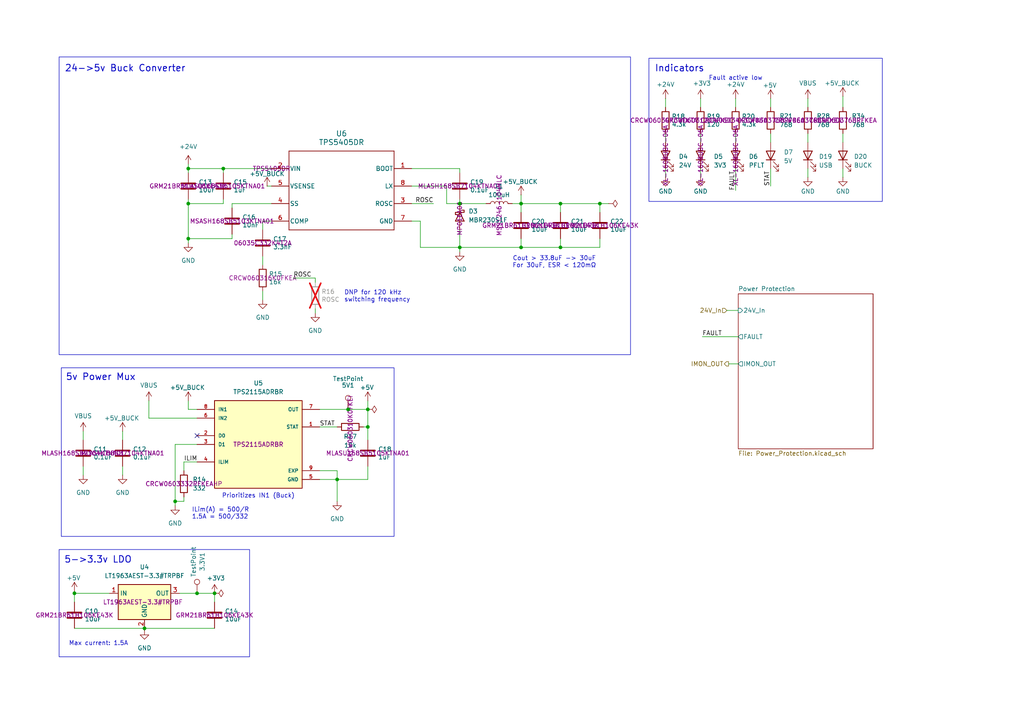
<source format=kicad_sch>
(kicad_sch
	(version 20250114)
	(generator "eeschema")
	(generator_version "9.0")
	(uuid "43155e65-fb91-4bb3-b3a4-acd22544138e")
	(paper "A4")
	(lib_symbols
		(symbol "Connector:TestPoint"
			(pin_numbers
				(hide yes)
			)
			(pin_names
				(offset 0.762)
				(hide yes)
			)
			(exclude_from_sim no)
			(in_bom yes)
			(on_board yes)
			(property "Reference" "TP"
				(at 0 6.858 0)
				(effects
					(font
						(size 1.27 1.27)
					)
				)
			)
			(property "Value" "TestPoint"
				(at 0 5.08 0)
				(effects
					(font
						(size 1.27 1.27)
					)
				)
			)
			(property "Footprint" ""
				(at 5.08 0 0)
				(effects
					(font
						(size 1.27 1.27)
					)
					(hide yes)
				)
			)
			(property "Datasheet" "~"
				(at 5.08 0 0)
				(effects
					(font
						(size 1.27 1.27)
					)
					(hide yes)
				)
			)
			(property "Description" "test point"
				(at 0 0 0)
				(effects
					(font
						(size 1.27 1.27)
					)
					(hide yes)
				)
			)
			(property "ki_keywords" "test point tp"
				(at 0 0 0)
				(effects
					(font
						(size 1.27 1.27)
					)
					(hide yes)
				)
			)
			(property "ki_fp_filters" "Pin* Test*"
				(at 0 0 0)
				(effects
					(font
						(size 1.27 1.27)
					)
					(hide yes)
				)
			)
			(symbol "TestPoint_0_1"
				(circle
					(center 0 3.302)
					(radius 0.762)
					(stroke
						(width 0)
						(type default)
					)
					(fill
						(type none)
					)
				)
			)
			(symbol "TestPoint_1_1"
				(pin passive line
					(at 0 0 90)
					(length 2.54)
					(name "1"
						(effects
							(font
								(size 1.27 1.27)
							)
						)
					)
					(number "1"
						(effects
							(font
								(size 1.27 1.27)
							)
						)
					)
				)
			)
			(embedded_fonts no)
		)
		(symbol "Device:C"
			(pin_numbers
				(hide yes)
			)
			(pin_names
				(offset 0.254)
			)
			(exclude_from_sim no)
			(in_bom yes)
			(on_board yes)
			(property "Reference" "C"
				(at 0.635 2.54 0)
				(effects
					(font
						(size 1.27 1.27)
					)
					(justify left)
				)
			)
			(property "Value" "C"
				(at 0.635 -2.54 0)
				(effects
					(font
						(size 1.27 1.27)
					)
					(justify left)
				)
			)
			(property "Footprint" ""
				(at 0.9652 -3.81 0)
				(effects
					(font
						(size 1.27 1.27)
					)
					(hide yes)
				)
			)
			(property "Datasheet" "~"
				(at 0 0 0)
				(effects
					(font
						(size 1.27 1.27)
					)
					(hide yes)
				)
			)
			(property "Description" "Unpolarized capacitor"
				(at 0 0 0)
				(effects
					(font
						(size 1.27 1.27)
					)
					(hide yes)
				)
			)
			(property "ki_keywords" "cap capacitor"
				(at 0 0 0)
				(effects
					(font
						(size 1.27 1.27)
					)
					(hide yes)
				)
			)
			(property "ki_fp_filters" "C_*"
				(at 0 0 0)
				(effects
					(font
						(size 1.27 1.27)
					)
					(hide yes)
				)
			)
			(symbol "C_0_1"
				(polyline
					(pts
						(xy -2.032 0.762) (xy 2.032 0.762)
					)
					(stroke
						(width 0.508)
						(type default)
					)
					(fill
						(type none)
					)
				)
				(polyline
					(pts
						(xy -2.032 -0.762) (xy 2.032 -0.762)
					)
					(stroke
						(width 0.508)
						(type default)
					)
					(fill
						(type none)
					)
				)
			)
			(symbol "C_1_1"
				(pin passive line
					(at 0 3.81 270)
					(length 2.794)
					(name "~"
						(effects
							(font
								(size 1.27 1.27)
							)
						)
					)
					(number "1"
						(effects
							(font
								(size 1.27 1.27)
							)
						)
					)
				)
				(pin passive line
					(at 0 -3.81 90)
					(length 2.794)
					(name "~"
						(effects
							(font
								(size 1.27 1.27)
							)
						)
					)
					(number "2"
						(effects
							(font
								(size 1.27 1.27)
							)
						)
					)
				)
			)
			(embedded_fonts no)
		)
		(symbol "Device:D_Schottky"
			(pin_numbers
				(hide yes)
			)
			(pin_names
				(offset 1.016)
				(hide yes)
			)
			(exclude_from_sim no)
			(in_bom yes)
			(on_board yes)
			(property "Reference" "D"
				(at 0 2.54 0)
				(effects
					(font
						(size 1.27 1.27)
					)
				)
			)
			(property "Value" "D_Schottky"
				(at 0 -2.54 0)
				(effects
					(font
						(size 1.27 1.27)
					)
				)
			)
			(property "Footprint" ""
				(at 0 0 0)
				(effects
					(font
						(size 1.27 1.27)
					)
					(hide yes)
				)
			)
			(property "Datasheet" "~"
				(at 0 0 0)
				(effects
					(font
						(size 1.27 1.27)
					)
					(hide yes)
				)
			)
			(property "Description" "Schottky diode"
				(at 0 0 0)
				(effects
					(font
						(size 1.27 1.27)
					)
					(hide yes)
				)
			)
			(property "ki_keywords" "diode Schottky"
				(at 0 0 0)
				(effects
					(font
						(size 1.27 1.27)
					)
					(hide yes)
				)
			)
			(property "ki_fp_filters" "TO-???* *_Diode_* *SingleDiode* D_*"
				(at 0 0 0)
				(effects
					(font
						(size 1.27 1.27)
					)
					(hide yes)
				)
			)
			(symbol "D_Schottky_0_1"
				(polyline
					(pts
						(xy -1.905 0.635) (xy -1.905 1.27) (xy -1.27 1.27) (xy -1.27 -1.27) (xy -0.635 -1.27) (xy -0.635 -0.635)
					)
					(stroke
						(width 0.254)
						(type default)
					)
					(fill
						(type none)
					)
				)
				(polyline
					(pts
						(xy 1.27 1.27) (xy 1.27 -1.27) (xy -1.27 0) (xy 1.27 1.27)
					)
					(stroke
						(width 0.254)
						(type default)
					)
					(fill
						(type none)
					)
				)
				(polyline
					(pts
						(xy 1.27 0) (xy -1.27 0)
					)
					(stroke
						(width 0)
						(type default)
					)
					(fill
						(type none)
					)
				)
			)
			(symbol "D_Schottky_1_1"
				(pin passive line
					(at -3.81 0 0)
					(length 2.54)
					(name "K"
						(effects
							(font
								(size 1.27 1.27)
							)
						)
					)
					(number "1"
						(effects
							(font
								(size 1.27 1.27)
							)
						)
					)
				)
				(pin passive line
					(at 3.81 0 180)
					(length 2.54)
					(name "A"
						(effects
							(font
								(size 1.27 1.27)
							)
						)
					)
					(number "2"
						(effects
							(font
								(size 1.27 1.27)
							)
						)
					)
				)
			)
			(embedded_fonts no)
		)
		(symbol "Device:L"
			(pin_numbers
				(hide yes)
			)
			(pin_names
				(offset 1.016)
				(hide yes)
			)
			(exclude_from_sim no)
			(in_bom yes)
			(on_board yes)
			(property "Reference" "L"
				(at -1.27 0 90)
				(effects
					(font
						(size 1.27 1.27)
					)
				)
			)
			(property "Value" "L"
				(at 1.905 0 90)
				(effects
					(font
						(size 1.27 1.27)
					)
				)
			)
			(property "Footprint" ""
				(at 0 0 0)
				(effects
					(font
						(size 1.27 1.27)
					)
					(hide yes)
				)
			)
			(property "Datasheet" "~"
				(at 0 0 0)
				(effects
					(font
						(size 1.27 1.27)
					)
					(hide yes)
				)
			)
			(property "Description" "Inductor"
				(at 0 0 0)
				(effects
					(font
						(size 1.27 1.27)
					)
					(hide yes)
				)
			)
			(property "ki_keywords" "inductor choke coil reactor magnetic"
				(at 0 0 0)
				(effects
					(font
						(size 1.27 1.27)
					)
					(hide yes)
				)
			)
			(property "ki_fp_filters" "Choke_* *Coil* Inductor_* L_*"
				(at 0 0 0)
				(effects
					(font
						(size 1.27 1.27)
					)
					(hide yes)
				)
			)
			(symbol "L_0_1"
				(arc
					(start 0 2.54)
					(mid 0.6323 1.905)
					(end 0 1.27)
					(stroke
						(width 0)
						(type default)
					)
					(fill
						(type none)
					)
				)
				(arc
					(start 0 1.27)
					(mid 0.6323 0.635)
					(end 0 0)
					(stroke
						(width 0)
						(type default)
					)
					(fill
						(type none)
					)
				)
				(arc
					(start 0 0)
					(mid 0.6323 -0.635)
					(end 0 -1.27)
					(stroke
						(width 0)
						(type default)
					)
					(fill
						(type none)
					)
				)
				(arc
					(start 0 -1.27)
					(mid 0.6323 -1.905)
					(end 0 -2.54)
					(stroke
						(width 0)
						(type default)
					)
					(fill
						(type none)
					)
				)
			)
			(symbol "L_1_1"
				(pin passive line
					(at 0 3.81 270)
					(length 1.27)
					(name "1"
						(effects
							(font
								(size 1.27 1.27)
							)
						)
					)
					(number "1"
						(effects
							(font
								(size 1.27 1.27)
							)
						)
					)
				)
				(pin passive line
					(at 0 -3.81 90)
					(length 1.27)
					(name "2"
						(effects
							(font
								(size 1.27 1.27)
							)
						)
					)
					(number "2"
						(effects
							(font
								(size 1.27 1.27)
							)
						)
					)
				)
			)
			(embedded_fonts no)
		)
		(symbol "Device:LED"
			(pin_numbers
				(hide yes)
			)
			(pin_names
				(offset 1.016)
				(hide yes)
			)
			(exclude_from_sim no)
			(in_bom yes)
			(on_board yes)
			(property "Reference" "D"
				(at 0 2.54 0)
				(effects
					(font
						(size 1.27 1.27)
					)
				)
			)
			(property "Value" "LED"
				(at 0 -2.54 0)
				(effects
					(font
						(size 1.27 1.27)
					)
				)
			)
			(property "Footprint" ""
				(at 0 0 0)
				(effects
					(font
						(size 1.27 1.27)
					)
					(hide yes)
				)
			)
			(property "Datasheet" "~"
				(at 0 0 0)
				(effects
					(font
						(size 1.27 1.27)
					)
					(hide yes)
				)
			)
			(property "Description" "Light emitting diode"
				(at 0 0 0)
				(effects
					(font
						(size 1.27 1.27)
					)
					(hide yes)
				)
			)
			(property "Sim.Pins" "1=K 2=A"
				(at 0 0 0)
				(effects
					(font
						(size 1.27 1.27)
					)
					(hide yes)
				)
			)
			(property "ki_keywords" "LED diode"
				(at 0 0 0)
				(effects
					(font
						(size 1.27 1.27)
					)
					(hide yes)
				)
			)
			(property "ki_fp_filters" "LED* LED_SMD:* LED_THT:*"
				(at 0 0 0)
				(effects
					(font
						(size 1.27 1.27)
					)
					(hide yes)
				)
			)
			(symbol "LED_0_1"
				(polyline
					(pts
						(xy -3.048 -0.762) (xy -4.572 -2.286) (xy -3.81 -2.286) (xy -4.572 -2.286) (xy -4.572 -1.524)
					)
					(stroke
						(width 0)
						(type default)
					)
					(fill
						(type none)
					)
				)
				(polyline
					(pts
						(xy -1.778 -0.762) (xy -3.302 -2.286) (xy -2.54 -2.286) (xy -3.302 -2.286) (xy -3.302 -1.524)
					)
					(stroke
						(width 0)
						(type default)
					)
					(fill
						(type none)
					)
				)
				(polyline
					(pts
						(xy -1.27 0) (xy 1.27 0)
					)
					(stroke
						(width 0)
						(type default)
					)
					(fill
						(type none)
					)
				)
				(polyline
					(pts
						(xy -1.27 -1.27) (xy -1.27 1.27)
					)
					(stroke
						(width 0.254)
						(type default)
					)
					(fill
						(type none)
					)
				)
				(polyline
					(pts
						(xy 1.27 -1.27) (xy 1.27 1.27) (xy -1.27 0) (xy 1.27 -1.27)
					)
					(stroke
						(width 0.254)
						(type default)
					)
					(fill
						(type none)
					)
				)
			)
			(symbol "LED_1_1"
				(pin passive line
					(at -3.81 0 0)
					(length 2.54)
					(name "K"
						(effects
							(font
								(size 1.27 1.27)
							)
						)
					)
					(number "1"
						(effects
							(font
								(size 1.27 1.27)
							)
						)
					)
				)
				(pin passive line
					(at 3.81 0 180)
					(length 2.54)
					(name "A"
						(effects
							(font
								(size 1.27 1.27)
							)
						)
					)
					(number "2"
						(effects
							(font
								(size 1.27 1.27)
							)
						)
					)
				)
			)
			(embedded_fonts no)
		)
		(symbol "Device:R"
			(pin_numbers
				(hide yes)
			)
			(pin_names
				(offset 0)
			)
			(exclude_from_sim no)
			(in_bom yes)
			(on_board yes)
			(property "Reference" "R"
				(at 2.032 0 90)
				(effects
					(font
						(size 1.27 1.27)
					)
				)
			)
			(property "Value" "R"
				(at 0 0 90)
				(effects
					(font
						(size 1.27 1.27)
					)
				)
			)
			(property "Footprint" ""
				(at -1.778 0 90)
				(effects
					(font
						(size 1.27 1.27)
					)
					(hide yes)
				)
			)
			(property "Datasheet" "~"
				(at 0 0 0)
				(effects
					(font
						(size 1.27 1.27)
					)
					(hide yes)
				)
			)
			(property "Description" "Resistor"
				(at 0 0 0)
				(effects
					(font
						(size 1.27 1.27)
					)
					(hide yes)
				)
			)
			(property "ki_keywords" "R res resistor"
				(at 0 0 0)
				(effects
					(font
						(size 1.27 1.27)
					)
					(hide yes)
				)
			)
			(property "ki_fp_filters" "R_*"
				(at 0 0 0)
				(effects
					(font
						(size 1.27 1.27)
					)
					(hide yes)
				)
			)
			(symbol "R_0_1"
				(rectangle
					(start -1.016 -2.54)
					(end 1.016 2.54)
					(stroke
						(width 0.254)
						(type default)
					)
					(fill
						(type none)
					)
				)
			)
			(symbol "R_1_1"
				(pin passive line
					(at 0 3.81 270)
					(length 1.27)
					(name "~"
						(effects
							(font
								(size 1.27 1.27)
							)
						)
					)
					(number "1"
						(effects
							(font
								(size 1.27 1.27)
							)
						)
					)
				)
				(pin passive line
					(at 0 -3.81 90)
					(length 1.27)
					(name "~"
						(effects
							(font
								(size 1.27 1.27)
							)
						)
					)
					(number "2"
						(effects
							(font
								(size 1.27 1.27)
							)
						)
					)
				)
			)
			(embedded_fonts no)
		)
		(symbol "Regulator_Linear:LT1963AxST-3.3"
			(exclude_from_sim no)
			(in_bom yes)
			(on_board yes)
			(property "Reference" "U"
				(at -7.62 6.35 0)
				(effects
					(font
						(size 1.27 1.27)
					)
					(justify left)
				)
			)
			(property "Value" "LT1963AxST-3.3"
				(at -1.27 6.35 0)
				(effects
					(font
						(size 1.27 1.27)
					)
					(justify left)
				)
			)
			(property "Footprint" "Package_TO_SOT_SMD:SOT-223-3_TabPin2"
				(at 0 -11.43 0)
				(effects
					(font
						(size 1.27 1.27)
					)
					(hide yes)
				)
			)
			(property "Datasheet" "https://www.analog.com/media/en/technical-documentation/data-sheets/1963aff.pdf"
				(at 0 -13.97 0)
				(effects
					(font
						(size 1.27 1.27)
					)
					(hide yes)
				)
			)
			(property "Description" "3.3V, 1.5A, Low Noise, Fast Transient Response LDO Regulator, SOT-223"
				(at 0 0 0)
				(effects
					(font
						(size 1.27 1.27)
					)
					(hide yes)
				)
			)
			(property "ki_keywords" "LDO voltage regulator fixed"
				(at 0 0 0)
				(effects
					(font
						(size 1.27 1.27)
					)
					(hide yes)
				)
			)
			(property "ki_fp_filters" "SOT*223*"
				(at 0 0 0)
				(effects
					(font
						(size 1.27 1.27)
					)
					(hide yes)
				)
			)
			(symbol "LT1963AxST-3.3_0_1"
				(rectangle
					(start -7.62 5.08)
					(end 7.62 -5.08)
					(stroke
						(width 0.254)
						(type default)
					)
					(fill
						(type background)
					)
				)
			)
			(symbol "LT1963AxST-3.3_1_1"
				(pin power_in line
					(at -10.16 2.54 0)
					(length 2.54)
					(name "IN"
						(effects
							(font
								(size 1.27 1.27)
							)
						)
					)
					(number "1"
						(effects
							(font
								(size 1.27 1.27)
							)
						)
					)
				)
				(pin power_in line
					(at 0 -7.62 90)
					(length 2.54)
					(name "GND"
						(effects
							(font
								(size 1.27 1.27)
							)
						)
					)
					(number "2"
						(effects
							(font
								(size 1.27 1.27)
							)
						)
					)
				)
				(pin power_out line
					(at 10.16 2.54 180)
					(length 2.54)
					(name "OUT"
						(effects
							(font
								(size 1.27 1.27)
							)
						)
					)
					(number "3"
						(effects
							(font
								(size 1.27 1.27)
							)
						)
					)
				)
			)
			(embedded_fonts no)
		)
		(symbol "TPS2115ADBR:TPS2115ADRBR"
			(pin_names
				(offset 1.016)
			)
			(exclude_from_sim no)
			(in_bom yes)
			(on_board yes)
			(property "Reference" "U"
				(at -12.7 13.7 0)
				(effects
					(font
						(size 1.27 1.27)
					)
					(justify left bottom)
				)
			)
			(property "Value" "TPS2115ADRBR"
				(at -12.7 -16.7 0)
				(effects
					(font
						(size 1.27 1.27)
					)
					(justify left bottom)
				)
			)
			(property "Footprint" "TPS2115ADRBR:SON65P300X300X100-9N"
				(at 0 0 0)
				(effects
					(font
						(size 1.27 1.27)
					)
					(justify bottom)
					(hide yes)
				)
			)
			(property "Datasheet" ""
				(at 0 0 0)
				(effects
					(font
						(size 1.27 1.27)
					)
					(hide yes)
				)
			)
			(property "Description" "2.8-5.5-V, 84-m?, 1.25-A, power mux with manual, automatic switchover and status output 8-SON -40 to 85"
				(at 0 0 0)
				(effects
					(font
						(size 1.27 1.27)
					)
					(justify bottom)
					(hide yes)
				)
			)
			(property "MF" "Texas Instruments"
				(at 0 0 0)
				(effects
					(font
						(size 1.27 1.27)
					)
					(justify bottom)
					(hide yes)
				)
			)
			(property "MOUSER-PURCHASE-URL" "https://snapeda.com/shop?store=Mouser&id=391793"
				(at 0 0 0)
				(effects
					(font
						(size 1.27 1.27)
					)
					(justify bottom)
					(hide yes)
				)
			)
			(property "PACKAGE" "VSON-8 Texas Instruments"
				(at 0 0 0)
				(effects
					(font
						(size 1.27 1.27)
					)
					(justify bottom)
					(hide yes)
				)
			)
			(property "PRICE" "None"
				(at 0 0 0)
				(effects
					(font
						(size 1.27 1.27)
					)
					(justify bottom)
					(hide yes)
				)
			)
			(property "Package" "VSON-8 Texas Instruments"
				(at 0 0 0)
				(effects
					(font
						(size 1.27 1.27)
					)
					(justify bottom)
					(hide yes)
				)
			)
			(property "Check_prices" "https://www.snapeda.com/parts/TPS2115ADRBR/Texas+Instruments/view-part/?ref=eda"
				(at 0 0 0)
				(effects
					(font
						(size 1.27 1.27)
					)
					(justify bottom)
					(hide yes)
				)
			)
			(property "Price" "None"
				(at 0 0 0)
				(effects
					(font
						(size 1.27 1.27)
					)
					(justify bottom)
					(hide yes)
				)
			)
			(property "SnapEDA_Link" "https://www.snapeda.com/parts/TPS2115ADRBR/Texas+Instruments/view-part/?ref=snap"
				(at 0 0 0)
				(effects
					(font
						(size 1.27 1.27)
					)
					(justify bottom)
					(hide yes)
				)
			)
			(property "MP" "TPS2115ADRBR"
				(at 0 0 0)
				(effects
					(font
						(size 1.27 1.27)
					)
					(justify bottom)
					(hide yes)
				)
			)
			(property "TEXAS_INSTRUMENTS-PURCHASE-URL" "https://snapeda.com/shop?store=Texas+Instruments&id=391793"
				(at 0 0 0)
				(effects
					(font
						(size 1.27 1.27)
					)
					(justify bottom)
					(hide yes)
				)
			)
			(property "Availability" "In Stock"
				(at 0 0 0)
				(effects
					(font
						(size 1.27 1.27)
					)
					(justify bottom)
					(hide yes)
				)
			)
			(property "AVAILABILITY" "Warning"
				(at 0 0 0)
				(effects
					(font
						(size 1.27 1.27)
					)
					(justify bottom)
					(hide yes)
				)
			)
			(property "Description_1" "2.8-V to 5.5-V, 84-mΩ, 2-A, power mux with manual, automatic switchover and status output"
				(at 0 0 0)
				(effects
					(font
						(size 1.27 1.27)
					)
					(justify bottom)
					(hide yes)
				)
			)
			(symbol "TPS2115ADRBR_0_0"
				(rectangle
					(start -12.7 -12.7)
					(end 12.7 12.7)
					(stroke
						(width 0.254)
						(type default)
					)
					(fill
						(type background)
					)
				)
				(pin input line
					(at -17.78 10.16 0)
					(length 5.08)
					(name "IN1"
						(effects
							(font
								(size 1.016 1.016)
							)
						)
					)
					(number "8"
						(effects
							(font
								(size 1.016 1.016)
							)
						)
					)
				)
				(pin input line
					(at -17.78 7.62 0)
					(length 5.08)
					(name "IN2"
						(effects
							(font
								(size 1.016 1.016)
							)
						)
					)
					(number "6"
						(effects
							(font
								(size 1.016 1.016)
							)
						)
					)
				)
				(pin input line
					(at -17.78 2.54 0)
					(length 5.08)
					(name "D0"
						(effects
							(font
								(size 1.016 1.016)
							)
						)
					)
					(number "2"
						(effects
							(font
								(size 1.016 1.016)
							)
						)
					)
				)
				(pin input line
					(at -17.78 0 0)
					(length 5.08)
					(name "D1"
						(effects
							(font
								(size 1.016 1.016)
							)
						)
					)
					(number "3"
						(effects
							(font
								(size 1.016 1.016)
							)
						)
					)
				)
				(pin input line
					(at -17.78 -5.08 0)
					(length 5.08)
					(name "ILIM"
						(effects
							(font
								(size 1.016 1.016)
							)
						)
					)
					(number "4"
						(effects
							(font
								(size 1.016 1.016)
							)
						)
					)
				)
				(pin output line
					(at 17.78 10.16 180)
					(length 5.08)
					(name "OUT"
						(effects
							(font
								(size 1.016 1.016)
							)
						)
					)
					(number "7"
						(effects
							(font
								(size 1.016 1.016)
							)
						)
					)
				)
				(pin output line
					(at 17.78 5.08 180)
					(length 5.08)
					(name "STAT"
						(effects
							(font
								(size 1.016 1.016)
							)
						)
					)
					(number "1"
						(effects
							(font
								(size 1.016 1.016)
							)
						)
					)
				)
				(pin power_in line
					(at 17.78 -7.62 180)
					(length 5.08)
					(name "EXP"
						(effects
							(font
								(size 1.016 1.016)
							)
						)
					)
					(number "9"
						(effects
							(font
								(size 1.016 1.016)
							)
						)
					)
				)
				(pin power_in line
					(at 17.78 -10.16 180)
					(length 5.08)
					(name "GND"
						(effects
							(font
								(size 1.016 1.016)
							)
						)
					)
					(number "5"
						(effects
							(font
								(size 1.016 1.016)
							)
						)
					)
				)
			)
			(embedded_fonts no)
		)
		(symbol "UTSVT-Power:TPS5405DR"
			(pin_names
				(offset 0.254)
			)
			(exclude_from_sim no)
			(in_bom yes)
			(on_board yes)
			(property "Reference" "U2"
				(at 20.32 10.16 0)
				(effects
					(font
						(size 1.524 1.524)
					)
				)
			)
			(property "Value" "TPS5405DR"
				(at 20.32 7.62 0)
				(effects
					(font
						(size 1.524 1.524)
					)
				)
			)
			(property "Footprint" "UTSVT_Power:TPS5405DR"
				(at 0 0 0)
				(effects
					(font
						(size 1.27 1.27)
						(italic yes)
					)
					(hide yes)
				)
			)
			(property "Datasheet" "https://www.ti.com/lit/ds/symlink/tps5405.pdf?HQS=dis-dk-null-digikeymode-dsf-pf-null-wwe&ts=1744490234630&ref_url=https%253A%252F%252Fwww.ti.com%252Fgeneral%252Fdocs%252Fsuppproductinfo.tsp%253FdistId%253D10%2526gotoUrl%253Dhttps%253A%252F%252Fwww.ti.com%252Flit%252Fgpn%252Ftps5405"
				(at 0 0 0)
				(effects
					(font
						(size 1.27 1.27)
						(italic yes)
					)
					(hide yes)
				)
			)
			(property "Description" "Buck Switching Regulator IC Positive Fixed 5V"
				(at 0 0 0)
				(effects
					(font
						(size 1.27 1.27)
					)
					(hide yes)
				)
			)
			(property "P/N" "TPS5405DR"
				(at 0 0 0)
				(effects
					(font
						(size 1.27 1.27)
					)
					(hide yes)
				)
			)
			(property "ki_keywords" "TPS5405DR"
				(at 0 0 0)
				(effects
					(font
						(size 1.27 1.27)
					)
					(hide yes)
				)
			)
			(property "ki_fp_filters" "D0008A-IPC_A D0008A-IPC_B D0008A-IPC_C D0008A-MFG"
				(at 0 0 0)
				(effects
					(font
						(size 1.27 1.27)
					)
					(hide yes)
				)
			)
			(symbol "TPS5405DR_0_1"
				(polyline
					(pts
						(xy 5.08 5.08) (xy 5.08 -17.78)
					)
					(stroke
						(width 0.2032)
						(type default)
					)
					(fill
						(type none)
					)
				)
				(polyline
					(pts
						(xy 5.08 -17.78) (xy 35.56 -17.78)
					)
					(stroke
						(width 0.2032)
						(type default)
					)
					(fill
						(type none)
					)
				)
				(polyline
					(pts
						(xy 35.56 5.08) (xy 5.08 5.08)
					)
					(stroke
						(width 0.2032)
						(type default)
					)
					(fill
						(type none)
					)
				)
				(polyline
					(pts
						(xy 35.56 -17.78) (xy 35.56 5.08)
					)
					(stroke
						(width 0.2032)
						(type default)
					)
					(fill
						(type none)
					)
				)
				(pin power_in line
					(at 0 0 0)
					(length 5.08)
					(name "VIN"
						(effects
							(font
								(size 1.27 1.27)
							)
						)
					)
					(number "2"
						(effects
							(font
								(size 1.27 1.27)
							)
						)
					)
				)
				(pin power_in line
					(at 0 -5.08 0)
					(length 5.08)
					(name "VSENSE"
						(effects
							(font
								(size 1.27 1.27)
							)
						)
					)
					(number "5"
						(effects
							(font
								(size 1.27 1.27)
							)
						)
					)
				)
				(pin unspecified line
					(at 0 -10.16 0)
					(length 5.08)
					(name "SS"
						(effects
							(font
								(size 1.27 1.27)
							)
						)
					)
					(number "4"
						(effects
							(font
								(size 1.27 1.27)
							)
						)
					)
				)
				(pin unspecified line
					(at 0 -15.24 0)
					(length 5.08)
					(name "COMP"
						(effects
							(font
								(size 1.27 1.27)
							)
						)
					)
					(number "6"
						(effects
							(font
								(size 1.27 1.27)
							)
						)
					)
				)
				(pin unspecified line
					(at 40.64 0 180)
					(length 5.08)
					(name "BOOT"
						(effects
							(font
								(size 1.27 1.27)
							)
						)
					)
					(number "1"
						(effects
							(font
								(size 1.27 1.27)
							)
						)
					)
				)
				(pin unspecified line
					(at 40.64 -5.08 180)
					(length 5.08)
					(name "LX"
						(effects
							(font
								(size 1.27 1.27)
							)
						)
					)
					(number "8"
						(effects
							(font
								(size 1.27 1.27)
							)
						)
					)
				)
				(pin unspecified line
					(at 40.64 -10.16 180)
					(length 5.08)
					(name "ROSC"
						(effects
							(font
								(size 1.27 1.27)
							)
						)
					)
					(number "3"
						(effects
							(font
								(size 1.27 1.27)
							)
						)
					)
				)
				(pin power_in line
					(at 40.64 -15.24 180)
					(length 5.08)
					(name "GND"
						(effects
							(font
								(size 1.27 1.27)
							)
						)
					)
					(number "7"
						(effects
							(font
								(size 1.27 1.27)
							)
						)
					)
				)
			)
			(embedded_fonts no)
		)
		(symbol "power:+24V"
			(power)
			(pin_numbers
				(hide yes)
			)
			(pin_names
				(offset 0)
				(hide yes)
			)
			(exclude_from_sim no)
			(in_bom yes)
			(on_board yes)
			(property "Reference" "#PWR"
				(at 0 -3.81 0)
				(effects
					(font
						(size 1.27 1.27)
					)
					(hide yes)
				)
			)
			(property "Value" "+24V"
				(at 0 3.556 0)
				(effects
					(font
						(size 1.27 1.27)
					)
				)
			)
			(property "Footprint" ""
				(at 0 0 0)
				(effects
					(font
						(size 1.27 1.27)
					)
					(hide yes)
				)
			)
			(property "Datasheet" ""
				(at 0 0 0)
				(effects
					(font
						(size 1.27 1.27)
					)
					(hide yes)
				)
			)
			(property "Description" "Power symbol creates a global label with name \"+24V\""
				(at 0 0 0)
				(effects
					(font
						(size 1.27 1.27)
					)
					(hide yes)
				)
			)
			(property "ki_keywords" "global power"
				(at 0 0 0)
				(effects
					(font
						(size 1.27 1.27)
					)
					(hide yes)
				)
			)
			(symbol "+24V_0_1"
				(polyline
					(pts
						(xy -0.762 1.27) (xy 0 2.54)
					)
					(stroke
						(width 0)
						(type default)
					)
					(fill
						(type none)
					)
				)
				(polyline
					(pts
						(xy 0 2.54) (xy 0.762 1.27)
					)
					(stroke
						(width 0)
						(type default)
					)
					(fill
						(type none)
					)
				)
				(polyline
					(pts
						(xy 0 0) (xy 0 2.54)
					)
					(stroke
						(width 0)
						(type default)
					)
					(fill
						(type none)
					)
				)
			)
			(symbol "+24V_1_1"
				(pin power_in line
					(at 0 0 90)
					(length 0)
					(name "~"
						(effects
							(font
								(size 1.27 1.27)
							)
						)
					)
					(number "1"
						(effects
							(font
								(size 1.27 1.27)
							)
						)
					)
				)
			)
			(embedded_fonts no)
		)
		(symbol "power:+3.3V"
			(power)
			(pin_numbers
				(hide yes)
			)
			(pin_names
				(offset 0)
				(hide yes)
			)
			(exclude_from_sim no)
			(in_bom yes)
			(on_board yes)
			(property "Reference" "#PWR"
				(at 0 -3.81 0)
				(effects
					(font
						(size 1.27 1.27)
					)
					(hide yes)
				)
			)
			(property "Value" "+3.3V"
				(at 0 3.556 0)
				(effects
					(font
						(size 1.27 1.27)
					)
				)
			)
			(property "Footprint" ""
				(at 0 0 0)
				(effects
					(font
						(size 1.27 1.27)
					)
					(hide yes)
				)
			)
			(property "Datasheet" ""
				(at 0 0 0)
				(effects
					(font
						(size 1.27 1.27)
					)
					(hide yes)
				)
			)
			(property "Description" "Power symbol creates a global label with name \"+3.3V\""
				(at 0 0 0)
				(effects
					(font
						(size 1.27 1.27)
					)
					(hide yes)
				)
			)
			(property "ki_keywords" "global power"
				(at 0 0 0)
				(effects
					(font
						(size 1.27 1.27)
					)
					(hide yes)
				)
			)
			(symbol "+3.3V_0_1"
				(polyline
					(pts
						(xy -0.762 1.27) (xy 0 2.54)
					)
					(stroke
						(width 0)
						(type default)
					)
					(fill
						(type none)
					)
				)
				(polyline
					(pts
						(xy 0 2.54) (xy 0.762 1.27)
					)
					(stroke
						(width 0)
						(type default)
					)
					(fill
						(type none)
					)
				)
				(polyline
					(pts
						(xy 0 0) (xy 0 2.54)
					)
					(stroke
						(width 0)
						(type default)
					)
					(fill
						(type none)
					)
				)
			)
			(symbol "+3.3V_1_1"
				(pin power_in line
					(at 0 0 90)
					(length 0)
					(name "~"
						(effects
							(font
								(size 1.27 1.27)
							)
						)
					)
					(number "1"
						(effects
							(font
								(size 1.27 1.27)
							)
						)
					)
				)
			)
			(embedded_fonts no)
		)
		(symbol "power:GND"
			(power)
			(pin_numbers
				(hide yes)
			)
			(pin_names
				(offset 0)
				(hide yes)
			)
			(exclude_from_sim no)
			(in_bom yes)
			(on_board yes)
			(property "Reference" "#PWR"
				(at 0 -6.35 0)
				(effects
					(font
						(size 1.27 1.27)
					)
					(hide yes)
				)
			)
			(property "Value" "GND"
				(at 0 -3.81 0)
				(effects
					(font
						(size 1.27 1.27)
					)
				)
			)
			(property "Footprint" ""
				(at 0 0 0)
				(effects
					(font
						(size 1.27 1.27)
					)
					(hide yes)
				)
			)
			(property "Datasheet" ""
				(at 0 0 0)
				(effects
					(font
						(size 1.27 1.27)
					)
					(hide yes)
				)
			)
			(property "Description" "Power symbol creates a global label with name \"GND\" , ground"
				(at 0 0 0)
				(effects
					(font
						(size 1.27 1.27)
					)
					(hide yes)
				)
			)
			(property "ki_keywords" "global power"
				(at 0 0 0)
				(effects
					(font
						(size 1.27 1.27)
					)
					(hide yes)
				)
			)
			(symbol "GND_0_1"
				(polyline
					(pts
						(xy 0 0) (xy 0 -1.27) (xy 1.27 -1.27) (xy 0 -2.54) (xy -1.27 -1.27) (xy 0 -1.27)
					)
					(stroke
						(width 0)
						(type default)
					)
					(fill
						(type none)
					)
				)
			)
			(symbol "GND_1_1"
				(pin power_in line
					(at 0 0 270)
					(length 0)
					(name "~"
						(effects
							(font
								(size 1.27 1.27)
							)
						)
					)
					(number "1"
						(effects
							(font
								(size 1.27 1.27)
							)
						)
					)
				)
			)
			(embedded_fonts no)
		)
		(symbol "power:PWR_FLAG"
			(power)
			(pin_numbers
				(hide yes)
			)
			(pin_names
				(offset 0)
				(hide yes)
			)
			(exclude_from_sim no)
			(in_bom yes)
			(on_board yes)
			(property "Reference" "#FLG"
				(at 0 1.905 0)
				(effects
					(font
						(size 1.27 1.27)
					)
					(hide yes)
				)
			)
			(property "Value" "PWR_FLAG"
				(at 0 3.81 0)
				(effects
					(font
						(size 1.27 1.27)
					)
				)
			)
			(property "Footprint" ""
				(at 0 0 0)
				(effects
					(font
						(size 1.27 1.27)
					)
					(hide yes)
				)
			)
			(property "Datasheet" "~"
				(at 0 0 0)
				(effects
					(font
						(size 1.27 1.27)
					)
					(hide yes)
				)
			)
			(property "Description" "Special symbol for telling ERC where power comes from"
				(at 0 0 0)
				(effects
					(font
						(size 1.27 1.27)
					)
					(hide yes)
				)
			)
			(property "ki_keywords" "flag power"
				(at 0 0 0)
				(effects
					(font
						(size 1.27 1.27)
					)
					(hide yes)
				)
			)
			(symbol "PWR_FLAG_0_0"
				(pin power_out line
					(at 0 0 90)
					(length 0)
					(name "~"
						(effects
							(font
								(size 1.27 1.27)
							)
						)
					)
					(number "1"
						(effects
							(font
								(size 1.27 1.27)
							)
						)
					)
				)
			)
			(symbol "PWR_FLAG_0_1"
				(polyline
					(pts
						(xy 0 0) (xy 0 1.27) (xy -1.016 1.905) (xy 0 2.54) (xy 1.016 1.905) (xy 0 1.27)
					)
					(stroke
						(width 0)
						(type default)
					)
					(fill
						(type none)
					)
				)
			)
			(embedded_fonts no)
		)
		(symbol "power:VBUS"
			(power)
			(pin_numbers
				(hide yes)
			)
			(pin_names
				(offset 0)
				(hide yes)
			)
			(exclude_from_sim no)
			(in_bom yes)
			(on_board yes)
			(property "Reference" "#PWR"
				(at 0 -3.81 0)
				(effects
					(font
						(size 1.27 1.27)
					)
					(hide yes)
				)
			)
			(property "Value" "VBUS"
				(at 0 3.556 0)
				(effects
					(font
						(size 1.27 1.27)
					)
				)
			)
			(property "Footprint" ""
				(at 0 0 0)
				(effects
					(font
						(size 1.27 1.27)
					)
					(hide yes)
				)
			)
			(property "Datasheet" ""
				(at 0 0 0)
				(effects
					(font
						(size 1.27 1.27)
					)
					(hide yes)
				)
			)
			(property "Description" "Power symbol creates a global label with name \"VBUS\""
				(at 0 0 0)
				(effects
					(font
						(size 1.27 1.27)
					)
					(hide yes)
				)
			)
			(property "ki_keywords" "global power"
				(at 0 0 0)
				(effects
					(font
						(size 1.27 1.27)
					)
					(hide yes)
				)
			)
			(symbol "VBUS_0_1"
				(polyline
					(pts
						(xy -0.762 1.27) (xy 0 2.54)
					)
					(stroke
						(width 0)
						(type default)
					)
					(fill
						(type none)
					)
				)
				(polyline
					(pts
						(xy 0 2.54) (xy 0.762 1.27)
					)
					(stroke
						(width 0)
						(type default)
					)
					(fill
						(type none)
					)
				)
				(polyline
					(pts
						(xy 0 0) (xy 0 2.54)
					)
					(stroke
						(width 0)
						(type default)
					)
					(fill
						(type none)
					)
				)
			)
			(symbol "VBUS_1_1"
				(pin power_in line
					(at 0 0 90)
					(length 0)
					(name "~"
						(effects
							(font
								(size 1.27 1.27)
							)
						)
					)
					(number "1"
						(effects
							(font
								(size 1.27 1.27)
							)
						)
					)
				)
			)
			(embedded_fonts no)
		)
	)
	(rectangle
		(start 17.145 159.385)
		(end 72.39 190.5)
		(stroke
			(width 0)
			(type default)
		)
		(fill
			(type none)
		)
		(uuid 5bd64c76-afc5-4a26-865b-3cd944421c25)
	)
	(rectangle
		(start 188.214 16.891)
		(end 255.905 58.42)
		(stroke
			(width 0)
			(type default)
		)
		(fill
			(type none)
		)
		(uuid 762e1238-f7ae-4d13-89b1-c06ed4d1d54b)
	)
	(rectangle
		(start 17.145 16.51)
		(end 182.88 102.87)
		(stroke
			(width 0)
			(type default)
		)
		(fill
			(type none)
		)
		(uuid b9f94a45-e810-4417-8765-43851a8587b2)
	)
	(rectangle
		(start 17.78 106.68)
		(end 114.3 155.575)
		(stroke
			(width 0)
			(type default)
		)
		(fill
			(type none)
		)
		(uuid fc2c1e08-0d14-4066-873c-70d54ed8f4c9)
	)
	(text "Indicators"
		(exclude_from_sim no)
		(at 197.104 19.939 0)
		(effects
			(font
				(size 1.905 1.905)
				(thickness 0.2381)
			)
		)
		(uuid "090aaebe-f7c1-47d2-8e3c-7d3d6c9b23a7")
	)
	(text "24->5v Buck Converter"
		(exclude_from_sim no)
		(at 36.322 19.939 0)
		(effects
			(font
				(size 1.905 1.905)
				(thickness 0.2381)
			)
		)
		(uuid "0bb303af-8e4e-4a26-bf72-2d1f2c42eef5")
	)
	(text "ILim(A) = 500/R\n1.5A = 500/332"
		(exclude_from_sim no)
		(at 55.626 148.971 0)
		(effects
			(font
				(size 1.27 1.27)
			)
			(justify left)
		)
		(uuid "35b96508-f36b-4e88-b243-0b9faa01b947")
	)
	(text "5->3.3v LDO"
		(exclude_from_sim no)
		(at 28.448 162.433 0)
		(effects
			(font
				(size 1.905 1.905)
				(thickness 0.2381)
			)
		)
		(uuid "39ae075e-0cfe-4b7e-b631-e7707ba8245d")
	)
	(text "Max current: 1.5A"
		(exclude_from_sim no)
		(at 28.575 186.69 0)
		(effects
			(font
				(size 1.27 1.27)
			)
		)
		(uuid "95d770ab-b5de-4a48-a49e-dbcaca10403f")
	)
	(text "Fault active low"
		(exclude_from_sim no)
		(at 213.36 22.733 0)
		(effects
			(font
				(size 1.27 1.27)
			)
		)
		(uuid "9cd74d10-ee42-49aa-bff7-54915a700184")
	)
	(text "Cout > 33.8uF -> 30uF\nFor 30uF, ESR < 120mΩ"
		(exclude_from_sim no)
		(at 160.782 76.073 0)
		(effects
			(font
				(size 1.27 1.27)
			)
		)
		(uuid "b697562d-11ca-4714-8c25-5fb7cca6101d")
	)
	(text "DNP for 120 kHz\nswitching frequency"
		(exclude_from_sim no)
		(at 99.822 85.979 0)
		(effects
			(font
				(size 1.27 1.27)
			)
			(justify left)
		)
		(uuid "beff09ec-a6e2-4d51-a56d-99d8373b2e44")
	)
	(text "5v Power Mux"
		(exclude_from_sim no)
		(at 29.21 109.474 0)
		(effects
			(font
				(size 1.905 1.905)
				(thickness 0.2381)
			)
		)
		(uuid "dbd7d2a0-ef5d-455f-a53e-d1d0098b211a")
	)
	(text "Prioritizes IN1 (Buck)"
		(exclude_from_sim no)
		(at 74.93 143.891 0)
		(effects
			(font
				(size 1.27 1.27)
			)
		)
		(uuid "ec47f1aa-70c6-4431-9bda-e9371958eab3")
	)
	(junction
		(at 162.56 71.755)
		(diameter 0)
		(color 0 0 0 0)
		(uuid "03f2fcf7-30df-4bec-8e7d-727b063edf2d")
	)
	(junction
		(at 54.61 59.055)
		(diameter 0)
		(color 0 0 0 0)
		(uuid "37321113-4a68-4a84-b847-23ea3a9d58b8")
	)
	(junction
		(at 62.23 172.085)
		(diameter 0)
		(color 0 0 0 0)
		(uuid "503d0e81-c05a-41b3-8595-8b7cabafdaa4")
	)
	(junction
		(at 173.99 59.055)
		(diameter 0)
		(color 0 0 0 0)
		(uuid "54db2bd2-9a5f-4710-be08-87e0e2061af1")
	)
	(junction
		(at 151.13 59.055)
		(diameter 0)
		(color 0 0 0 0)
		(uuid "590e196b-f28d-4c24-ab44-b7910dec3128")
	)
	(junction
		(at 50.8 145.415)
		(diameter 0)
		(color 0 0 0 0)
		(uuid "5edf24ac-f1c9-4bd1-ac28-4fe691554c1d")
	)
	(junction
		(at 106.68 123.825)
		(diameter 0)
		(color 0 0 0 0)
		(uuid "62275692-9394-444b-9fd5-bff8df3939f2")
	)
	(junction
		(at 21.59 172.085)
		(diameter 0)
		(color 0 0 0 0)
		(uuid "71f4cd59-c4da-4d41-9e07-d2b1ae63a7fc")
	)
	(junction
		(at 54.61 69.215)
		(diameter 0)
		(color 0 0 0 0)
		(uuid "7f8556ab-5ff4-4e8f-9e02-7d4b2d0fbbba")
	)
	(junction
		(at 64.77 48.895)
		(diameter 0)
		(color 0 0 0 0)
		(uuid "8609f6d0-b67a-4e72-a0a3-c87fa73cf0ee")
	)
	(junction
		(at 106.68 118.745)
		(diameter 0)
		(color 0 0 0 0)
		(uuid "87c26032-8b1a-492a-b9db-908591db81fb")
	)
	(junction
		(at 57.15 172.085)
		(diameter 0)
		(color 0 0 0 0)
		(uuid "9eba8722-9c49-4a62-afec-02cc81f4327e")
	)
	(junction
		(at 133.35 71.755)
		(diameter 0)
		(color 0 0 0 0)
		(uuid "ab192c0e-56e8-4757-8c6d-8efabe4921be")
	)
	(junction
		(at 162.56 59.055)
		(diameter 0)
		(color 0 0 0 0)
		(uuid "b12a441a-c7c9-4781-8810-3d21e83ae160")
	)
	(junction
		(at 41.91 182.245)
		(diameter 0)
		(color 0 0 0 0)
		(uuid "bc925009-12b2-4175-b16a-0bf76f135d94")
	)
	(junction
		(at 97.79 139.065)
		(diameter 0)
		(color 0 0 0 0)
		(uuid "c7f8a4ed-94ed-4260-a3e9-84c49c088917")
	)
	(junction
		(at 151.13 71.755)
		(diameter 0)
		(color 0 0 0 0)
		(uuid "cf15be3b-75ee-42e0-b086-c4c439576be1")
	)
	(junction
		(at 133.35 59.055)
		(diameter 0)
		(color 0 0 0 0)
		(uuid "d98ab509-1a21-414e-b0dd-2d59b065baf3")
	)
	(junction
		(at 54.61 48.895)
		(diameter 0)
		(color 0 0 0 0)
		(uuid "e8dc9240-975b-4f40-8a2b-8b77e569a8dd")
	)
	(junction
		(at 100.965 118.745)
		(diameter 0)
		(color 0 0 0 0)
		(uuid "fece3e03-8e31-4397-862f-fdbe4ecc0065")
	)
	(no_connect
		(at 57.15 126.365)
		(uuid "9906f686-eef1-4cee-8da4-da76bebd9d70")
	)
	(wire
		(pts
			(xy 41.91 182.245) (xy 62.23 182.245)
		)
		(stroke
			(width 0)
			(type default)
		)
		(uuid "04f36c53-e202-430e-a6f3-f60ea770205d")
	)
	(wire
		(pts
			(xy 76.2 74.295) (xy 76.2 76.835)
		)
		(stroke
			(width 0)
			(type default)
		)
		(uuid "0a3e4299-cf22-46b6-bc78-40137b597231")
	)
	(wire
		(pts
			(xy 213.36 38.735) (xy 213.36 41.275)
		)
		(stroke
			(width 0)
			(type default)
		)
		(uuid "0b23cae1-34e2-4350-9655-450e5147c15c")
	)
	(wire
		(pts
			(xy 203.2 48.895) (xy 203.2 51.435)
		)
		(stroke
			(width 0)
			(type default)
		)
		(uuid "1477fefd-94a2-4efe-879a-4d4ee45f3d02")
	)
	(wire
		(pts
			(xy 223.52 28.575) (xy 223.52 31.115)
		)
		(stroke
			(width 0)
			(type default)
		)
		(uuid "174f9df6-2d2b-466f-bd95-c17d294e28c8")
	)
	(wire
		(pts
			(xy 35.56 135.255) (xy 35.56 137.795)
		)
		(stroke
			(width 0)
			(type default)
		)
		(uuid "17a34627-86b0-4b32-9684-820aa4f71cb4")
	)
	(wire
		(pts
			(xy 54.61 118.745) (xy 54.61 116.205)
		)
		(stroke
			(width 0)
			(type default)
		)
		(uuid "17e4d39e-9d8e-49f2-8a67-d4baa7c7019c")
	)
	(wire
		(pts
			(xy 121.92 71.755) (xy 133.35 71.755)
		)
		(stroke
			(width 0)
			(type default)
		)
		(uuid "1863cf49-a163-4ee4-8e88-a3dbed57538c")
	)
	(wire
		(pts
			(xy 106.68 123.825) (xy 106.68 118.745)
		)
		(stroke
			(width 0)
			(type default)
		)
		(uuid "18be9efd-b699-409b-b186-cc94f51985a4")
	)
	(wire
		(pts
			(xy 92.71 136.525) (xy 97.79 136.525)
		)
		(stroke
			(width 0)
			(type default)
		)
		(uuid "1b161bc4-7632-4061-b84b-a0691a070eca")
	)
	(wire
		(pts
			(xy 76.2 64.135) (xy 76.2 66.675)
		)
		(stroke
			(width 0)
			(type default)
		)
		(uuid "1dd64ce2-89c1-41d8-95ba-46ba91213144")
	)
	(wire
		(pts
			(xy 148.59 59.055) (xy 151.13 59.055)
		)
		(stroke
			(width 0)
			(type default)
		)
		(uuid "2021246a-cf08-46f1-8554-7ddc1dd3ad69")
	)
	(wire
		(pts
			(xy 62.23 172.085) (xy 62.23 174.625)
		)
		(stroke
			(width 0)
			(type default)
		)
		(uuid "220121ab-0398-4c3c-98f6-c06c71ac52e2")
	)
	(wire
		(pts
			(xy 53.34 133.985) (xy 57.15 133.985)
		)
		(stroke
			(width 0)
			(type default)
		)
		(uuid "237738c4-6c52-420e-9e38-88b159e2b7ac")
	)
	(wire
		(pts
			(xy 21.59 182.245) (xy 41.91 182.245)
		)
		(stroke
			(width 0)
			(type default)
		)
		(uuid "2bd53126-fc9f-4509-8ac1-63b2e89407f8")
	)
	(wire
		(pts
			(xy 162.56 69.215) (xy 162.56 71.755)
		)
		(stroke
			(width 0)
			(type default)
		)
		(uuid "2e0bcd2c-e2ef-4bd3-bccb-147245b3f710")
	)
	(wire
		(pts
			(xy 106.68 135.255) (xy 106.68 139.065)
		)
		(stroke
			(width 0)
			(type default)
		)
		(uuid "2e17ab57-ba52-4308-a537-0d3ed8671305")
	)
	(wire
		(pts
			(xy 244.475 48.895) (xy 244.475 51.435)
		)
		(stroke
			(width 0)
			(type default)
		)
		(uuid "2f054e01-dc35-4f08-8c76-3d3cacdb2eec")
	)
	(wire
		(pts
			(xy 133.35 66.675) (xy 133.35 71.755)
		)
		(stroke
			(width 0)
			(type default)
		)
		(uuid "2feb2edf-c1af-4cdb-8e68-19182f7696f1")
	)
	(wire
		(pts
			(xy 97.79 139.065) (xy 97.79 145.415)
		)
		(stroke
			(width 0)
			(type default)
		)
		(uuid "319db5db-0bf9-4531-81a0-978722cef55c")
	)
	(wire
		(pts
			(xy 129.54 53.975) (xy 129.54 59.055)
		)
		(stroke
			(width 0)
			(type default)
		)
		(uuid "31aee117-9543-4417-a970-4214a016bb56")
	)
	(wire
		(pts
			(xy 54.61 69.215) (xy 54.61 70.485)
		)
		(stroke
			(width 0)
			(type default)
		)
		(uuid "33609afe-5278-49b2-b875-94c001bcb00a")
	)
	(wire
		(pts
			(xy 24.13 135.255) (xy 24.13 137.795)
		)
		(stroke
			(width 0)
			(type default)
		)
		(uuid "3bef74df-22d5-41ba-bb9c-dc90b828085f")
	)
	(wire
		(pts
			(xy 54.61 59.055) (xy 64.77 59.055)
		)
		(stroke
			(width 0)
			(type default)
		)
		(uuid "3e90b746-6625-4aa4-b397-e3de7acacfcf")
	)
	(wire
		(pts
			(xy 162.56 59.055) (xy 151.13 59.055)
		)
		(stroke
			(width 0)
			(type default)
		)
		(uuid "3edf48b9-7070-465c-b708-69feb2f2d4b2")
	)
	(wire
		(pts
			(xy 119.38 64.135) (xy 121.92 64.135)
		)
		(stroke
			(width 0)
			(type default)
		)
		(uuid "407767fa-8bbb-4ebd-9b3a-bb65ef98a7c4")
	)
	(wire
		(pts
			(xy 133.35 59.055) (xy 133.35 57.785)
		)
		(stroke
			(width 0)
			(type default)
		)
		(uuid "41ce7c1b-df39-42c6-bd46-51e759e88b2d")
	)
	(wire
		(pts
			(xy 193.04 48.895) (xy 193.04 51.435)
		)
		(stroke
			(width 0)
			(type default)
		)
		(uuid "4275ed65-e3d3-440c-b619-7f8874d49929")
	)
	(wire
		(pts
			(xy 151.13 56.515) (xy 151.13 59.055)
		)
		(stroke
			(width 0)
			(type default)
		)
		(uuid "4362731b-0485-4ad8-80f9-39c4c40e1fbf")
	)
	(wire
		(pts
			(xy 173.99 59.055) (xy 162.56 59.055)
		)
		(stroke
			(width 0)
			(type default)
		)
		(uuid "44eeac25-2022-4bb6-8e27-d9c1d7f17c60")
	)
	(wire
		(pts
			(xy 24.13 125.095) (xy 24.13 127.635)
		)
		(stroke
			(width 0)
			(type default)
		)
		(uuid "48b10fb2-ace5-44c9-be87-e4b2132eab52")
	)
	(wire
		(pts
			(xy 54.61 69.215) (xy 67.31 69.215)
		)
		(stroke
			(width 0)
			(type default)
		)
		(uuid "4920606a-cccf-4fa5-a8fc-4362f1f64f06")
	)
	(wire
		(pts
			(xy 173.99 59.055) (xy 173.99 61.595)
		)
		(stroke
			(width 0)
			(type default)
		)
		(uuid "5227367b-e511-4d54-af18-1b482afdd284")
	)
	(wire
		(pts
			(xy 119.38 59.055) (xy 125.73 59.055)
		)
		(stroke
			(width 0)
			(type default)
		)
		(uuid "5a721090-6da7-47d7-b428-21ff5595182a")
	)
	(wire
		(pts
			(xy 91.44 89.535) (xy 91.44 90.805)
		)
		(stroke
			(width 0)
			(type default)
		)
		(uuid "5ebdfa64-0a24-4d5e-ac7f-54568720252a")
	)
	(wire
		(pts
			(xy 210.82 90.043) (xy 214.122 90.043)
		)
		(stroke
			(width 0)
			(type default)
		)
		(uuid "5f29b55d-94ea-4bfd-a9ed-c9e92d0b8d41")
	)
	(wire
		(pts
			(xy 67.31 67.945) (xy 67.31 69.215)
		)
		(stroke
			(width 0)
			(type default)
		)
		(uuid "60a8f5f6-4728-4171-8369-12d895dd4257")
	)
	(wire
		(pts
			(xy 133.35 59.055) (xy 140.97 59.055)
		)
		(stroke
			(width 0)
			(type default)
		)
		(uuid "63425baa-b654-4eba-9733-d3548b66f95f")
	)
	(wire
		(pts
			(xy 203.708 97.663) (xy 214.122 97.663)
		)
		(stroke
			(width 0)
			(type default)
		)
		(uuid "64211a10-054b-41ea-8f7f-f786105489d9")
	)
	(wire
		(pts
			(xy 50.8 128.905) (xy 50.8 145.415)
		)
		(stroke
			(width 0)
			(type default)
		)
		(uuid "670f41f6-8228-4b20-af5b-9e93f204a627")
	)
	(wire
		(pts
			(xy 54.61 57.785) (xy 54.61 59.055)
		)
		(stroke
			(width 0)
			(type default)
		)
		(uuid "6ca73c4f-f600-4934-bfb8-bd58910dd81b")
	)
	(wire
		(pts
			(xy 133.35 71.755) (xy 151.13 71.755)
		)
		(stroke
			(width 0)
			(type default)
		)
		(uuid "6df7d4bc-e158-4b79-a2ef-ce39db4d6408")
	)
	(wire
		(pts
			(xy 85.09 80.645) (xy 91.44 80.645)
		)
		(stroke
			(width 0)
			(type default)
		)
		(uuid "81a26fb0-f447-401d-9ef2-e5d786aad009")
	)
	(wire
		(pts
			(xy 193.04 28.575) (xy 193.04 31.115)
		)
		(stroke
			(width 0)
			(type default)
		)
		(uuid "88db8c1d-9c4a-4bd3-9e73-42b741b6363a")
	)
	(wire
		(pts
			(xy 76.2 84.455) (xy 76.2 86.995)
		)
		(stroke
			(width 0)
			(type default)
		)
		(uuid "8abc0d3f-20d7-4a4c-9edc-271d9ac240f2")
	)
	(wire
		(pts
			(xy 105.41 123.825) (xy 106.68 123.825)
		)
		(stroke
			(width 0)
			(type default)
		)
		(uuid "8ad93be7-af2e-49dd-8663-dea1455017bb")
	)
	(wire
		(pts
			(xy 106.68 116.205) (xy 106.68 118.745)
		)
		(stroke
			(width 0)
			(type default)
		)
		(uuid "8e346541-b638-4e78-96be-a81078af2b0c")
	)
	(wire
		(pts
			(xy 57.15 172.085) (xy 52.07 172.085)
		)
		(stroke
			(width 0)
			(type default)
		)
		(uuid "90ac8a3f-c58a-4d5d-abb0-4d286fd5b7b7")
	)
	(wire
		(pts
			(xy 151.13 59.055) (xy 151.13 61.595)
		)
		(stroke
			(width 0)
			(type default)
		)
		(uuid "92f1036b-b930-43b5-984c-fcba555e71c4")
	)
	(wire
		(pts
			(xy 211.328 105.537) (xy 214.122 105.537)
		)
		(stroke
			(width 0)
			(type default)
		)
		(uuid "9381a43b-a20c-464e-aa5f-6fa88c81f0fd")
	)
	(wire
		(pts
			(xy 54.61 48.895) (xy 54.61 50.165)
		)
		(stroke
			(width 0)
			(type default)
		)
		(uuid "9463f301-3f19-4e55-8e9f-0525cf047ceb")
	)
	(wire
		(pts
			(xy 234.315 38.735) (xy 234.315 41.275)
		)
		(stroke
			(width 0)
			(type default)
		)
		(uuid "9490c9b4-bd82-4c02-9ed8-c49915c5f345")
	)
	(wire
		(pts
			(xy 78.74 64.135) (xy 76.2 64.135)
		)
		(stroke
			(width 0)
			(type default)
		)
		(uuid "9679c8ce-2598-451a-b2a8-82b66491703d")
	)
	(wire
		(pts
			(xy 129.54 59.055) (xy 133.35 59.055)
		)
		(stroke
			(width 0)
			(type default)
		)
		(uuid "967b20ef-adec-4f21-8e98-c19f5cf6b490")
	)
	(wire
		(pts
			(xy 78.74 59.055) (xy 67.31 59.055)
		)
		(stroke
			(width 0)
			(type default)
		)
		(uuid "9724558e-840c-4f94-8392-51db2a4f99c6")
	)
	(wire
		(pts
			(xy 54.61 48.895) (xy 64.77 48.895)
		)
		(stroke
			(width 0)
			(type default)
		)
		(uuid "994aba31-f86a-4d17-88f3-1ac3b0eaed32")
	)
	(wire
		(pts
			(xy 64.77 48.895) (xy 78.74 48.895)
		)
		(stroke
			(width 0)
			(type default)
		)
		(uuid "9c5c1362-43f8-4726-a6cf-64e8b9f43501")
	)
	(wire
		(pts
			(xy 176.53 59.055) (xy 173.99 59.055)
		)
		(stroke
			(width 0)
			(type default)
		)
		(uuid "9f2d74f0-48ef-4fdb-9571-803a63c6717c")
	)
	(wire
		(pts
			(xy 119.38 53.975) (xy 129.54 53.975)
		)
		(stroke
			(width 0)
			(type default)
		)
		(uuid "a33ce00c-e80e-4170-9d9d-3a1e4777cb85")
	)
	(wire
		(pts
			(xy 100.965 118.745) (xy 106.68 118.745)
		)
		(stroke
			(width 0)
			(type default)
		)
		(uuid "a4ecb530-edaa-4e66-9335-9711759bc4f6")
	)
	(wire
		(pts
			(xy 203.2 38.735) (xy 203.2 41.275)
		)
		(stroke
			(width 0)
			(type default)
		)
		(uuid "a52ca3bf-528e-4b0c-87f0-8c51133b1f04")
	)
	(wire
		(pts
			(xy 54.61 59.055) (xy 54.61 69.215)
		)
		(stroke
			(width 0)
			(type default)
		)
		(uuid "a88f1d20-70f5-429a-b115-3cf182e72d54")
	)
	(wire
		(pts
			(xy 35.56 125.095) (xy 35.56 127.635)
		)
		(stroke
			(width 0)
			(type default)
		)
		(uuid "a899548e-655d-48d4-8611-7a419085a6d5")
	)
	(wire
		(pts
			(xy 92.71 123.825) (xy 97.79 123.825)
		)
		(stroke
			(width 0)
			(type default)
		)
		(uuid "acbbcb21-e375-4724-ba0e-7a8bd9180528")
	)
	(wire
		(pts
			(xy 21.59 174.625) (xy 21.59 172.085)
		)
		(stroke
			(width 0)
			(type default)
		)
		(uuid "acc29205-5183-4564-8f35-26f2af97fefa")
	)
	(wire
		(pts
			(xy 92.71 118.745) (xy 100.965 118.745)
		)
		(stroke
			(width 0)
			(type default)
		)
		(uuid "ae691fcd-e737-483f-a43f-9d07eff6746e")
	)
	(wire
		(pts
			(xy 162.56 59.055) (xy 162.56 61.595)
		)
		(stroke
			(width 0)
			(type default)
		)
		(uuid "b29f725f-cf47-4ff7-8245-14fef2200cea")
	)
	(wire
		(pts
			(xy 121.92 64.135) (xy 121.92 71.755)
		)
		(stroke
			(width 0)
			(type default)
		)
		(uuid "b7973107-bf78-4c3d-81a8-dd9ad09824ad")
	)
	(wire
		(pts
			(xy 64.77 48.895) (xy 64.77 50.165)
		)
		(stroke
			(width 0)
			(type default)
		)
		(uuid "b88bb991-53ad-49bf-90d0-c10d7e055738")
	)
	(wire
		(pts
			(xy 43.18 121.285) (xy 57.15 121.285)
		)
		(stroke
			(width 0)
			(type default)
		)
		(uuid "babd906f-a122-401a-9d4d-1145dfc89649")
	)
	(wire
		(pts
			(xy 244.475 27.94) (xy 244.475 31.115)
		)
		(stroke
			(width 0)
			(type default)
		)
		(uuid "bcd70abe-b0cf-4597-84e7-c83a7fa62ca3")
	)
	(wire
		(pts
			(xy 133.35 71.755) (xy 133.35 73.025)
		)
		(stroke
			(width 0)
			(type default)
		)
		(uuid "bea07f0d-55fe-44f6-9d01-5acbda1448a3")
	)
	(wire
		(pts
			(xy 54.61 47.625) (xy 54.61 48.895)
		)
		(stroke
			(width 0)
			(type default)
		)
		(uuid "c1041ca5-4184-4462-85a0-ec9f7e64db83")
	)
	(wire
		(pts
			(xy 162.56 71.755) (xy 173.99 71.755)
		)
		(stroke
			(width 0)
			(type default)
		)
		(uuid "c4075a8a-4618-45d5-b0f5-e999d89a303c")
	)
	(wire
		(pts
			(xy 234.315 48.895) (xy 234.315 51.435)
		)
		(stroke
			(width 0)
			(type default)
		)
		(uuid "c5cbd6d1-e3a4-4740-86e5-d070d20e1acb")
	)
	(wire
		(pts
			(xy 244.475 38.735) (xy 244.475 41.275)
		)
		(stroke
			(width 0)
			(type default)
		)
		(uuid "c64a5cb1-aa6e-4e83-a070-a72cf82f5dfb")
	)
	(wire
		(pts
			(xy 223.52 48.895) (xy 223.52 53.975)
		)
		(stroke
			(width 0)
			(type default)
		)
		(uuid "c8ef8c51-bf90-48c3-bb4e-5a237665f239")
	)
	(wire
		(pts
			(xy 57.15 172.085) (xy 62.23 172.085)
		)
		(stroke
			(width 0)
			(type default)
		)
		(uuid "c91c40b7-7b28-4fbc-9a85-917cbb26b948")
	)
	(wire
		(pts
			(xy 53.34 133.985) (xy 53.34 136.525)
		)
		(stroke
			(width 0)
			(type default)
		)
		(uuid "cb4fd32f-7375-4de9-8556-54835e8e82d2")
	)
	(wire
		(pts
			(xy 91.44 80.645) (xy 91.44 81.915)
		)
		(stroke
			(width 0)
			(type default)
		)
		(uuid "cb983cbd-1d4a-4ace-9d41-79bac71c681b")
	)
	(wire
		(pts
			(xy 57.15 118.745) (xy 54.61 118.745)
		)
		(stroke
			(width 0)
			(type default)
		)
		(uuid "cbed3a1d-a60f-4371-a62f-0b2fad33ef4d")
	)
	(wire
		(pts
			(xy 41.91 182.245) (xy 41.91 182.88)
		)
		(stroke
			(width 0)
			(type default)
		)
		(uuid "cdd6a536-ec27-449a-976b-1e8fd0e35e6c")
	)
	(wire
		(pts
			(xy 106.68 139.065) (xy 97.79 139.065)
		)
		(stroke
			(width 0)
			(type default)
		)
		(uuid "cf1d4602-b80a-47f1-ac66-794d6daec882")
	)
	(wire
		(pts
			(xy 92.71 139.065) (xy 97.79 139.065)
		)
		(stroke
			(width 0)
			(type default)
		)
		(uuid "cfedce00-55a3-4484-8ac2-6fdd1162e728")
	)
	(wire
		(pts
			(xy 64.77 57.785) (xy 64.77 59.055)
		)
		(stroke
			(width 0)
			(type default)
		)
		(uuid "d37f965a-31ec-4868-a230-7d07033a1e66")
	)
	(wire
		(pts
			(xy 31.75 172.085) (xy 21.59 172.085)
		)
		(stroke
			(width 0)
			(type default)
		)
		(uuid "d55b98c9-0e98-453a-aa82-04720336dbf8")
	)
	(wire
		(pts
			(xy 213.36 48.895) (xy 213.36 55.245)
		)
		(stroke
			(width 0)
			(type default)
		)
		(uuid "d6aaae55-cbfa-4df0-8218-93594d5df146")
	)
	(wire
		(pts
			(xy 223.52 38.735) (xy 223.52 41.275)
		)
		(stroke
			(width 0)
			(type default)
		)
		(uuid "d8dc0c40-a74e-45d0-9344-d715825c86a5")
	)
	(wire
		(pts
			(xy 133.35 48.895) (xy 133.35 50.165)
		)
		(stroke
			(width 0)
			(type default)
		)
		(uuid "ded95459-c91f-4b3c-9a4e-da25b4cbf667")
	)
	(wire
		(pts
			(xy 97.79 139.065) (xy 97.79 136.525)
		)
		(stroke
			(width 0)
			(type default)
		)
		(uuid "e2bec805-f5e8-4e0d-8b59-e382a3f1bd39")
	)
	(wire
		(pts
			(xy 43.18 116.205) (xy 43.18 121.285)
		)
		(stroke
			(width 0)
			(type default)
		)
		(uuid "e6c98940-1c01-42e8-ad2b-3f45e2969958")
	)
	(wire
		(pts
			(xy 151.13 71.755) (xy 162.56 71.755)
		)
		(stroke
			(width 0)
			(type default)
		)
		(uuid "e7887cfa-fca8-4fbc-8597-d19e1c5f92f4")
	)
	(wire
		(pts
			(xy 173.99 69.215) (xy 173.99 71.755)
		)
		(stroke
			(width 0)
			(type default)
		)
		(uuid "e9696238-5d56-4f6e-bf01-5dff50ad8605")
	)
	(wire
		(pts
			(xy 77.47 53.975) (xy 78.74 53.975)
		)
		(stroke
			(width 0)
			(type default)
		)
		(uuid "eed732d0-4ead-445c-b800-7ff0a2de0190")
	)
	(wire
		(pts
			(xy 53.34 145.415) (xy 50.8 145.415)
		)
		(stroke
			(width 0)
			(type default)
		)
		(uuid "f1881ec9-2f21-4c41-b617-23512f73f742")
	)
	(wire
		(pts
			(xy 151.13 69.215) (xy 151.13 71.755)
		)
		(stroke
			(width 0)
			(type default)
		)
		(uuid "f2036d10-5ba8-4b76-a5f5-617951f395b0")
	)
	(wire
		(pts
			(xy 203.2 28.575) (xy 203.2 31.115)
		)
		(stroke
			(width 0)
			(type default)
		)
		(uuid "f24a8cdc-5add-401f-8315-447dabecbf84")
	)
	(wire
		(pts
			(xy 21.59 172.085) (xy 21.59 171.45)
		)
		(stroke
			(width 0)
			(type default)
		)
		(uuid "f2544345-b1ab-4154-b9a4-356c1bf884fc")
	)
	(wire
		(pts
			(xy 193.04 38.735) (xy 193.04 41.275)
		)
		(stroke
			(width 0)
			(type default)
		)
		(uuid "f2fcf1c2-137f-4922-8264-036e2a30bb89")
	)
	(wire
		(pts
			(xy 67.31 59.055) (xy 67.31 60.325)
		)
		(stroke
			(width 0)
			(type default)
		)
		(uuid "f4761169-6ff7-4075-a608-229d9e5d8f44")
	)
	(wire
		(pts
			(xy 53.34 144.145) (xy 53.34 145.415)
		)
		(stroke
			(width 0)
			(type default)
		)
		(uuid "f50aecb9-2794-4cf9-bdbf-d96e1d1bf338")
	)
	(wire
		(pts
			(xy 213.36 28.575) (xy 213.36 31.115)
		)
		(stroke
			(width 0)
			(type default)
		)
		(uuid "f605f106-f590-47d0-a20c-3761a606e9d5")
	)
	(wire
		(pts
			(xy 119.38 48.895) (xy 133.35 48.895)
		)
		(stroke
			(width 0)
			(type default)
		)
		(uuid "f7064491-9c46-4a90-b27a-ce866d51b5bb")
	)
	(wire
		(pts
			(xy 106.68 123.825) (xy 106.68 127.635)
		)
		(stroke
			(width 0)
			(type default)
		)
		(uuid "f9357f49-71fd-47f3-b72b-ea82a1cd746d")
	)
	(wire
		(pts
			(xy 234.315 28.575) (xy 234.315 31.115)
		)
		(stroke
			(width 0)
			(type default)
		)
		(uuid "fcb0a30d-79c7-405a-9287-d7931b023c75")
	)
	(wire
		(pts
			(xy 50.8 128.905) (xy 57.15 128.905)
		)
		(stroke
			(width 0)
			(type default)
		)
		(uuid "fed6828f-40ff-4a84-a470-434d58f81d2c")
	)
	(wire
		(pts
			(xy 50.8 145.415) (xy 50.8 146.685)
		)
		(stroke
			(width 0)
			(type default)
		)
		(uuid "fef34b34-a340-40df-9219-3011678bf700")
	)
	(label "ROSC"
		(at 125.73 59.055 180)
		(effects
			(font
				(size 1.27 1.27)
			)
			(justify right bottom)
		)
		(uuid "4c6282a2-f984-447e-bf98-ea3488955e75")
	)
	(label "STAT"
		(at 92.71 123.825 0)
		(effects
			(font
				(size 1.27 1.27)
			)
			(justify left bottom)
		)
		(uuid "6c89fdde-3867-42f0-acb1-70f35f3f4001")
	)
	(label "STAT"
		(at 223.52 53.975 90)
		(effects
			(font
				(size 1.27 1.27)
			)
			(justify left bottom)
		)
		(uuid "a1f339a6-c233-4ef7-a4ec-1027fe9a27f1")
	)
	(label "ROSC"
		(at 85.09 80.645 0)
		(effects
			(font
				(size 1.27 1.27)
			)
			(justify left bottom)
		)
		(uuid "af48d82d-6544-4c56-91ee-9b261385228c")
	)
	(label "FAULT"
		(at 203.708 97.663 0)
		(effects
			(font
				(size 1.27 1.27)
			)
			(justify left bottom)
		)
		(uuid "b9d6d893-2332-4cca-9a0f-ffa44812679f")
	)
	(label "FAULT"
		(at 213.36 55.245 90)
		(effects
			(font
				(size 1.27 1.27)
			)
			(justify left bottom)
		)
		(uuid "c4c66aa8-dd1c-4035-8a25-ce253b57d701")
	)
	(label "ILIM"
		(at 53.34 133.985 0)
		(effects
			(font
				(size 1.27 1.27)
			)
			(justify left bottom)
		)
		(uuid "e0ed9cbd-5a16-410c-bb5c-718f4b20c306")
	)
	(hierarchical_label "24V_In"
		(shape input)
		(at 210.82 90.043 180)
		(effects
			(font
				(size 1.27 1.27)
			)
			(justify right)
		)
		(uuid "48a6c4e2-cc88-42fc-8edf-97d4ef233738")
	)
	(hierarchical_label "IMON_OUT"
		(shape output)
		(at 211.328 105.537 180)
		(effects
			(font
				(size 1.27 1.27)
			)
			(justify right)
		)
		(uuid "947bcd78-c158-45e4-a977-25e5a4ac1875")
	)
	(symbol
		(lib_id "power:+24V")
		(at 193.04 28.575 0)
		(unit 1)
		(exclude_from_sim no)
		(in_bom yes)
		(on_board yes)
		(dnp no)
		(uuid "00688184-29dd-4298-b6a3-78ba5470c6df")
		(property "Reference" "#PWR060"
			(at 193.04 32.385 0)
			(effects
				(font
					(size 1.27 1.27)
				)
				(hide yes)
			)
		)
		(property "Value" "+24V"
			(at 193.04 24.511 0)
			(effects
				(font
					(size 1.27 1.27)
				)
			)
		)
		(property "Footprint" ""
			(at 193.04 28.575 0)
			(effects
				(font
					(size 1.27 1.27)
				)
				(hide yes)
			)
		)
		(property "Datasheet" ""
			(at 193.04 28.575 0)
			(effects
				(font
					(size 1.27 1.27)
				)
				(hide yes)
			)
		)
		(property "Description" "Power symbol creates a global label with name \"+24V\""
			(at 193.04 28.575 0)
			(effects
				(font
					(size 1.27 1.27)
				)
				(hide yes)
			)
		)
		(pin "1"
			(uuid "e20514cc-a277-4e44-98a0-c86b9cebbae3")
		)
		(instances
			(project "TSOMProject"
				(path "/f13eb969-5de0-437e-a1b7-e0204111e0b2/5da8fdf4-ad8c-47df-b08e-df168b9b0cb6"
					(reference "#PWR060")
					(unit 1)
				)
			)
		)
	)
	(symbol
		(lib_id "power:+24V")
		(at 54.61 116.205 0)
		(unit 1)
		(exclude_from_sim no)
		(in_bom yes)
		(on_board yes)
		(dnp no)
		(uuid "008fca2f-345f-478d-866b-02ad2ae61b0a")
		(property "Reference" "#PWR051"
			(at 54.61 120.015 0)
			(effects
				(font
					(size 1.27 1.27)
				)
				(hide yes)
			)
		)
		(property "Value" "+5V_BUCK"
			(at 54.356 112.395 0)
			(effects
				(font
					(size 1.27 1.27)
				)
			)
		)
		(property "Footprint" ""
			(at 54.61 116.205 0)
			(effects
				(font
					(size 1.27 1.27)
				)
				(hide yes)
			)
		)
		(property "Datasheet" ""
			(at 54.61 116.205 0)
			(effects
				(font
					(size 1.27 1.27)
				)
				(hide yes)
			)
		)
		(property "Description" "Power symbol creates a global label with name \"+24V\""
			(at 54.61 116.205 0)
			(effects
				(font
					(size 1.27 1.27)
				)
				(hide yes)
			)
		)
		(pin "1"
			(uuid "269a5528-2a0a-4364-8ba4-ec1cd9a6ab8d")
		)
		(instances
			(project "TSOMProject"
				(path "/f13eb969-5de0-437e-a1b7-e0204111e0b2/5da8fdf4-ad8c-47df-b08e-df168b9b0cb6"
					(reference "#PWR051")
					(unit 1)
				)
			)
		)
	)
	(symbol
		(lib_id "power:GND")
		(at 91.44 90.805 0)
		(unit 1)
		(exclude_from_sim no)
		(in_bom yes)
		(on_board yes)
		(dnp no)
		(fields_autoplaced yes)
		(uuid "03b4dd87-62b4-4643-a35c-0e70de351daf")
		(property "Reference" "#PWR055"
			(at 91.44 97.155 0)
			(effects
				(font
					(size 1.27 1.27)
				)
				(hide yes)
			)
		)
		(property "Value" "GND"
			(at 91.44 95.885 0)
			(effects
				(font
					(size 1.27 1.27)
				)
			)
		)
		(property "Footprint" ""
			(at 91.44 90.805 0)
			(effects
				(font
					(size 1.27 1.27)
				)
				(hide yes)
			)
		)
		(property "Datasheet" ""
			(at 91.44 90.805 0)
			(effects
				(font
					(size 1.27 1.27)
				)
				(hide yes)
			)
		)
		(property "Description" "Power symbol creates a global label with name \"GND\" , ground"
			(at 91.44 90.805 0)
			(effects
				(font
					(size 1.27 1.27)
				)
				(hide yes)
			)
		)
		(pin "1"
			(uuid "d0a658cb-e40b-459a-9233-3bb334180dca")
		)
		(instances
			(project "TSOMProject"
				(path "/f13eb969-5de0-437e-a1b7-e0204111e0b2/5da8fdf4-ad8c-47df-b08e-df168b9b0cb6"
					(reference "#PWR055")
					(unit 1)
				)
			)
		)
	)
	(symbol
		(lib_id "power:PWR_FLAG")
		(at 62.23 172.085 270)
		(unit 1)
		(exclude_from_sim no)
		(in_bom yes)
		(on_board yes)
		(dnp no)
		(uuid "0951af4b-a0b9-4db4-8567-5513f4eb523b")
		(property "Reference" "#FLG02"
			(at 64.135 172.085 0)
			(effects
				(font
					(size 1.27 1.27)
				)
				(hide yes)
			)
		)
		(property "Value" "PWR_FLAG"
			(at 65.405 172.085 0)
			(effects
				(font
					(size 1.27 1.27)
				)
				(hide yes)
			)
		)
		(property "Footprint" ""
			(at 62.23 172.085 0)
			(effects
				(font
					(size 1.27 1.27)
				)
				(hide yes)
			)
		)
		(property "Datasheet" "~"
			(at 62.23 172.085 0)
			(effects
				(font
					(size 1.27 1.27)
				)
				(hide yes)
			)
		)
		(property "Description" "Special symbol for telling ERC where power comes from"
			(at 62.23 172.085 0)
			(effects
				(font
					(size 1.27 1.27)
				)
				(hide yes)
			)
		)
		(pin "1"
			(uuid "bae64db2-63fc-476b-9375-c5724fbdd9f6")
		)
		(instances
			(project "TSOMProject"
				(path "/f13eb969-5de0-437e-a1b7-e0204111e0b2/5da8fdf4-ad8c-47df-b08e-df168b9b0cb6"
					(reference "#FLG02")
					(unit 1)
				)
			)
		)
	)
	(symbol
		(lib_id "UTSVT-Power:TPS5405DR")
		(at 78.74 48.895 0)
		(unit 1)
		(exclude_from_sim no)
		(in_bom yes)
		(on_board yes)
		(dnp no)
		(fields_autoplaced yes)
		(uuid "0b8d8983-c68b-4a12-9a27-8d918e437347")
		(property "Reference" "U6"
			(at 99.06 38.735 0)
			(effects
				(font
					(size 1.524 1.524)
				)
			)
		)
		(property "Value" "TPS5405DR"
			(at 99.06 41.275 0)
			(effects
				(font
					(size 1.524 1.524)
				)
			)
		)
		(property "Footprint" "UTSVT_Power:TPS5405DR"
			(at 78.74 48.895 0)
			(effects
				(font
					(size 1.27 1.27)
					(italic yes)
				)
				(hide yes)
			)
		)
		(property "Datasheet" "https://www.ti.com/lit/ds/symlink/tps5405.pdf?HQS=dis-dk-null-digikeymode-dsf-pf-null-wwe&ts=1744490234630&ref_url=https%253A%252F%252Fwww.ti.com%252Fgeneral%252Fdocs%252Fsuppproductinfo.tsp%253FdistId%253D10%2526gotoUrl%253Dhttps%253A%252F%252Fwww.ti.com%252Flit%252Fgpn%252Ftps5405"
			(at 78.74 48.895 0)
			(effects
				(font
					(size 1.27 1.27)
					(italic yes)
				)
				(hide yes)
			)
		)
		(property "Description" "Buck Switching Regulator IC Positive Fixed 5V"
			(at 78.74 48.895 0)
			(effects
				(font
					(size 1.27 1.27)
				)
				(hide yes)
			)
		)
		(property "P/N" "TPS5405DR"
			(at 78.74 48.895 0)
			(effects
				(font
					(size 1.27 1.27)
				)
				(hide yes)
			)
		)
		(property "Color" ""
			(at 78.74 48.895 0)
			(effects
				(font
					(size 1.27 1.27)
				)
			)
		)
		(property "If" ""
			(at 78.74 48.895 0)
			(effects
				(font
					(size 1.27 1.27)
				)
			)
		)
		(property "Mfg" ""
			(at 78.74 48.895 0)
			(effects
				(font
					(size 1.27 1.27)
				)
			)
		)
		(property "Vf" ""
			(at 78.74 48.895 0)
			(effects
				(font
					(size 1.27 1.27)
				)
			)
		)
		(property "Mouser Part Number" "TPS5405DR"
			(at 78.74 48.895 0)
			(effects
				(font
					(size 1.27 1.27)
				)
			)
		)
		(pin "5"
			(uuid "53d1875e-ddf1-4b68-a618-dfea433e93ac")
		)
		(pin "6"
			(uuid "0370b839-db57-4e45-8a3c-daa92180219c")
		)
		(pin "1"
			(uuid "560ba124-15d8-44e4-be78-e94e6f660fb1")
		)
		(pin "4"
			(uuid "4c8646ed-a486-4d07-98aa-0e2868dccdb7")
		)
		(pin "2"
			(uuid "f50c178d-e781-480f-82cb-5d991f430128")
		)
		(pin "7"
			(uuid "a8282123-55f2-4546-a0d2-6846c63f7937")
		)
		(pin "8"
			(uuid "18a33f55-3ba3-47a8-9cc0-0d4b4a462ef5")
		)
		(pin "3"
			(uuid "1b553635-6f77-4df1-8b47-2a5338972842")
		)
		(instances
			(project "TSOMProject"
				(path "/f13eb969-5de0-437e-a1b7-e0204111e0b2/5da8fdf4-ad8c-47df-b08e-df168b9b0cb6"
					(reference "U6")
					(unit 1)
				)
			)
		)
	)
	(symbol
		(lib_id "power:PWR_FLAG")
		(at 176.53 59.055 270)
		(unit 1)
		(exclude_from_sim no)
		(in_bom yes)
		(on_board yes)
		(dnp no)
		(uuid "0e9c1e5c-4cee-488a-b375-65bd4439fb48")
		(property "Reference" "#FLG04"
			(at 178.435 59.055 0)
			(effects
				(font
					(size 1.27 1.27)
				)
				(hide yes)
			)
		)
		(property "Value" "PWR_FLAG"
			(at 179.705 59.055 0)
			(effects
				(font
					(size 1.27 1.27)
				)
				(hide yes)
			)
		)
		(property "Footprint" ""
			(at 176.53 59.055 0)
			(effects
				(font
					(size 1.27 1.27)
				)
				(hide yes)
			)
		)
		(property "Datasheet" "~"
			(at 176.53 59.055 0)
			(effects
				(font
					(size 1.27 1.27)
				)
				(hide yes)
			)
		)
		(property "Description" "Special symbol for telling ERC where power comes from"
			(at 176.53 59.055 0)
			(effects
				(font
					(size 1.27 1.27)
				)
				(hide yes)
			)
		)
		(pin "1"
			(uuid "f4a91c94-a9a1-4c1d-9220-e589601a1998")
		)
		(instances
			(project "TSOMProject"
				(path "/f13eb969-5de0-437e-a1b7-e0204111e0b2/5da8fdf4-ad8c-47df-b08e-df168b9b0cb6"
					(reference "#FLG04")
					(unit 1)
				)
			)
		)
	)
	(symbol
		(lib_id "Device:LED")
		(at 234.315 45.085 90)
		(unit 1)
		(exclude_from_sim no)
		(in_bom yes)
		(on_board yes)
		(dnp no)
		(fields_autoplaced yes)
		(uuid "0fd882f1-50b5-45d5-be40-0be81b2de998")
		(property "Reference" "D19"
			(at 237.49 45.4024 90)
			(effects
				(font
					(size 1.27 1.27)
				)
				(justify right)
			)
		)
		(property "Value" "USB"
			(at 237.49 47.9424 90)
			(effects
				(font
					(size 1.27 1.27)
				)
				(justify right)
			)
		)
		(property "Footprint" "LED_SMD:LED_0603_1608Metric_Pad1.05x0.95mm_HandSolder"
			(at 234.315 45.085 0)
			(effects
				(font
					(size 1.27 1.27)
				)
				(hide yes)
			)
		)
		(property "Datasheet" "~"
			(at 234.315 45.085 0)
			(effects
				(font
					(size 1.27 1.27)
				)
				(hide yes)
			)
		)
		(property "Description" "Light emitting diode"
			(at 234.315 45.085 0)
			(effects
				(font
					(size 1.27 1.27)
				)
				(hide yes)
			)
		)
		(property "Sim.Pins" "1=K 2=A"
			(at 234.315 45.085 0)
			(effects
				(font
					(size 1.27 1.27)
				)
				(hide yes)
			)
		)
		(property "P/N" "XL-1608UBC-06A"
			(at 234.315 45.085 90)
			(effects
				(font
					(size 1.27 1.27)
				)
				(hide yes)
			)
		)
		(property "Color" ""
			(at 234.315 45.085 0)
			(effects
				(font
					(size 1.27 1.27)
				)
			)
		)
		(property "If" ""
			(at 234.315 45.085 0)
			(effects
				(font
					(size 1.27 1.27)
				)
			)
		)
		(property "Mfg" ""
			(at 234.315 45.085 0)
			(effects
				(font
					(size 1.27 1.27)
				)
			)
		)
		(property "Vf" ""
			(at 234.315 45.085 0)
			(effects
				(font
					(size 1.27 1.27)
				)
			)
		)
		(property "Mouser Part Number" "XL-1608UBC-06A"
			(at 238.125 49.2124 90)
			(effects
				(font
					(size 1.27 1.27)
				)
				(justify right)
				(hide yes)
			)
		)
		(pin "2"
			(uuid "a3c104a0-750d-4078-92ec-76e5399db65e")
		)
		(pin "1"
			(uuid "e7014753-ce4f-4a62-8457-e05aa9e74055")
		)
		(instances
			(project "TSOMProject"
				(path "/f13eb969-5de0-437e-a1b7-e0204111e0b2/5da8fdf4-ad8c-47df-b08e-df168b9b0cb6"
					(reference "D19")
					(unit 1)
				)
			)
		)
	)
	(symbol
		(lib_id "Device:R")
		(at 76.2 80.645 0)
		(unit 1)
		(exclude_from_sim no)
		(in_bom yes)
		(on_board yes)
		(dnp no)
		(uuid "17cd2312-5858-43d8-bb6a-9498044ccd19")
		(property "Reference" "R15"
			(at 77.978 79.4766 0)
			(effects
				(font
					(size 1.27 1.27)
				)
				(justify left)
			)
		)
		(property "Value" "16k"
			(at 77.978 81.788 0)
			(effects
				(font
					(size 1.27 1.27)
				)
				(justify left)
			)
		)
		(property "Footprint" "Resistor_SMD:R_0603_1608Metric_Pad0.98x0.95mm_HandSolder"
			(at 74.422 80.645 90)
			(effects
				(font
					(size 1.27 1.27)
				)
				(hide yes)
			)
		)
		(property "Datasheet" "~"
			(at 76.2 80.645 0)
			(effects
				(font
					(size 1.27 1.27)
				)
				(hide yes)
			)
		)
		(property "Description" "Resistor"
			(at 76.2 80.645 0)
			(effects
				(font
					(size 1.27 1.27)
				)
				(hide yes)
			)
		)
		(property "P/N" "CRCW060316K0FKTA "
			(at 76.2 80.645 0)
			(effects
				(font
					(size 1.27 1.27)
				)
				(hide yes)
			)
		)
		(property "Color" ""
			(at 76.2 80.645 0)
			(effects
				(font
					(size 1.27 1.27)
				)
			)
		)
		(property "If" ""
			(at 76.2 80.645 0)
			(effects
				(font
					(size 1.27 1.27)
				)
			)
		)
		(property "Mfg" ""
			(at 76.2 80.645 0)
			(effects
				(font
					(size 1.27 1.27)
				)
			)
		)
		(property "Vf" ""
			(at 76.2 80.645 0)
			(effects
				(font
					(size 1.27 1.27)
				)
			)
		)
		(property "Mouser Part Number" "CRCW060316K0FKEA"
			(at 76.2 80.645 0)
			(effects
				(font
					(size 1.27 1.27)
				)
			)
		)
		(pin "1"
			(uuid "db07ffbc-1419-4c7b-b1f4-44dfaf62b371")
		)
		(pin "2"
			(uuid "05b87a9a-a465-4f26-8b2e-6759b158ccd7")
		)
		(instances
			(project "TSOMProject"
				(path "/f13eb969-5de0-437e-a1b7-e0204111e0b2/5da8fdf4-ad8c-47df-b08e-df168b9b0cb6"
					(reference "R15")
					(unit 1)
				)
			)
		)
	)
	(symbol
		(lib_id "power:GND")
		(at 97.79 145.415 0)
		(unit 1)
		(exclude_from_sim no)
		(in_bom yes)
		(on_board yes)
		(dnp no)
		(fields_autoplaced yes)
		(uuid "1a4246ea-d1e8-4b90-876d-dfcafa8aa17d")
		(property "Reference" "#PWR056"
			(at 97.79 151.765 0)
			(effects
				(font
					(size 1.27 1.27)
				)
				(hide yes)
			)
		)
		(property "Value" "GND"
			(at 97.79 150.495 0)
			(effects
				(font
					(size 1.27 1.27)
				)
			)
		)
		(property "Footprint" ""
			(at 97.79 145.415 0)
			(effects
				(font
					(size 1.27 1.27)
				)
				(hide yes)
			)
		)
		(property "Datasheet" ""
			(at 97.79 145.415 0)
			(effects
				(font
					(size 1.27 1.27)
				)
				(hide yes)
			)
		)
		(property "Description" "Power symbol creates a global label with name \"GND\" , ground"
			(at 97.79 145.415 0)
			(effects
				(font
					(size 1.27 1.27)
				)
				(hide yes)
			)
		)
		(pin "1"
			(uuid "ce9e9e0d-7cdc-4891-9935-b8c19c3d6b54")
		)
		(instances
			(project "TSOMProject"
				(path "/f13eb969-5de0-437e-a1b7-e0204111e0b2/5da8fdf4-ad8c-47df-b08e-df168b9b0cb6"
					(reference "#PWR056")
					(unit 1)
				)
			)
		)
	)
	(symbol
		(lib_id "Device:C")
		(at 173.99 65.405 0)
		(unit 1)
		(exclude_from_sim no)
		(in_bom yes)
		(on_board yes)
		(dnp no)
		(uuid "1c5616fd-5886-4405-9906-3c2c88e75973")
		(property "Reference" "C22"
			(at 176.9872 64.2366 0)
			(effects
				(font
					(size 1.27 1.27)
				)
				(justify left)
			)
		)
		(property "Value" "10uF"
			(at 176.9872 66.548 0)
			(effects
				(font
					(size 1.27 1.27)
				)
				(justify left)
			)
		)
		(property "Footprint" "Capacitor_SMD:C_0805_2012Metric_Pad1.18x1.45mm_HandSolder"
			(at 174.9552 69.215 0)
			(effects
				(font
					(size 1.27 1.27)
				)
				(hide yes)
			)
		)
		(property "Datasheet" "~"
			(at 173.99 65.405 0)
			(effects
				(font
					(size 1.27 1.27)
				)
				(hide yes)
			)
		)
		(property "Description" "Unpolarized capacitor"
			(at 173.99 65.405 0)
			(effects
				(font
					(size 1.27 1.27)
				)
				(hide yes)
			)
		)
		(property "P/N" "GRM21BR61H106KE43K"
			(at 173.99 65.405 0)
			(effects
				(font
					(size 1.27 1.27)
				)
				(hide yes)
			)
		)
		(property "Color" ""
			(at 173.99 65.405 0)
			(effects
				(font
					(size 1.27 1.27)
				)
			)
		)
		(property "If" ""
			(at 173.99 65.405 0)
			(effects
				(font
					(size 1.27 1.27)
				)
			)
		)
		(property "Mfg" ""
			(at 173.99 65.405 0)
			(effects
				(font
					(size 1.27 1.27)
				)
			)
		)
		(property "Vf" ""
			(at 173.99 65.405 0)
			(effects
				(font
					(size 1.27 1.27)
				)
			)
		)
		(property "Mouser Part Number" "GRM21BR61H106KE43K"
			(at 173.99 65.405 0)
			(effects
				(font
					(size 1.27 1.27)
				)
			)
		)
		(pin "1"
			(uuid "a5d53e17-98cc-48ce-add6-221bfea21c12")
		)
		(pin "2"
			(uuid "8ef9cae2-4702-461d-924d-17bd26e6182e")
		)
		(instances
			(project "TSOMProject"
				(path "/f13eb969-5de0-437e-a1b7-e0204111e0b2/5da8fdf4-ad8c-47df-b08e-df168b9b0cb6"
					(reference "C22")
					(unit 1)
				)
			)
		)
	)
	(symbol
		(lib_id "Device:C")
		(at 54.61 53.975 0)
		(unit 1)
		(exclude_from_sim no)
		(in_bom yes)
		(on_board yes)
		(dnp no)
		(uuid "25c68a59-a1fa-45ce-9643-dc01795731f5")
		(property "Reference" "C13"
			(at 57.6072 52.8066 0)
			(effects
				(font
					(size 1.27 1.27)
				)
				(justify left)
			)
		)
		(property "Value" "10uF"
			(at 57.6072 55.118 0)
			(effects
				(font
					(size 1.27 1.27)
				)
				(justify left)
			)
		)
		(property "Footprint" "Capacitor_SMD:C_0805_2012Metric_Pad1.18x1.45mm_HandSolder"
			(at 55.5752 57.785 0)
			(effects
				(font
					(size 1.27 1.27)
				)
				(hide yes)
			)
		)
		(property "Datasheet" "~"
			(at 54.61 53.975 0)
			(effects
				(font
					(size 1.27 1.27)
				)
				(hide yes)
			)
		)
		(property "Description" "Unpolarized capacitor"
			(at 54.61 53.975 0)
			(effects
				(font
					(size 1.27 1.27)
				)
				(hide yes)
			)
		)
		(property "P/N" "GRM21BR61H106KE43K"
			(at 54.61 53.975 0)
			(effects
				(font
					(size 1.27 1.27)
				)
				(hide yes)
			)
		)
		(property "Color" ""
			(at 54.61 53.975 0)
			(effects
				(font
					(size 1.27 1.27)
				)
			)
		)
		(property "If" ""
			(at 54.61 53.975 0)
			(effects
				(font
					(size 1.27 1.27)
				)
			)
		)
		(property "Mfg" ""
			(at 54.61 53.975 0)
			(effects
				(font
					(size 1.27 1.27)
				)
			)
		)
		(property "Vf" ""
			(at 54.61 53.975 0)
			(effects
				(font
					(size 1.27 1.27)
				)
			)
		)
		(property "Mouser Part Number" "GRM21BR61H106KE43K"
			(at 54.61 53.975 0)
			(effects
				(font
					(size 1.27 1.27)
				)
			)
		)
		(pin "1"
			(uuid "f8e51b7b-2150-4b36-9d41-e2af66493e8b")
		)
		(pin "2"
			(uuid "d76ae573-f385-48ed-9285-8ddca352ea57")
		)
		(instances
			(project "TSOMProject"
				(path "/f13eb969-5de0-437e-a1b7-e0204111e0b2/5da8fdf4-ad8c-47df-b08e-df168b9b0cb6"
					(reference "C13")
					(unit 1)
				)
			)
		)
	)
	(symbol
		(lib_id "power:+24V")
		(at 223.52 28.575 0)
		(unit 1)
		(exclude_from_sim no)
		(in_bom yes)
		(on_board yes)
		(dnp no)
		(uuid "2626ff70-3a2c-4c3c-8a74-00cd65b82ebf")
		(property "Reference" "#PWR065"
			(at 223.52 32.385 0)
			(effects
				(font
					(size 1.27 1.27)
				)
				(hide yes)
			)
		)
		(property "Value" "+5V"
			(at 223.266 24.765 0)
			(effects
				(font
					(size 1.27 1.27)
				)
			)
		)
		(property "Footprint" ""
			(at 223.52 28.575 0)
			(effects
				(font
					(size 1.27 1.27)
				)
				(hide yes)
			)
		)
		(property "Datasheet" ""
			(at 223.52 28.575 0)
			(effects
				(font
					(size 1.27 1.27)
				)
				(hide yes)
			)
		)
		(property "Description" "Power symbol creates a global label with name \"+24V\""
			(at 223.52 28.575 0)
			(effects
				(font
					(size 1.27 1.27)
				)
				(hide yes)
			)
		)
		(pin "1"
			(uuid "a58eddb5-d570-4b52-9b3c-19dc392929e2")
		)
		(instances
			(project "TSOMProject"
				(path "/f13eb969-5de0-437e-a1b7-e0204111e0b2/5da8fdf4-ad8c-47df-b08e-df168b9b0cb6"
					(reference "#PWR065")
					(unit 1)
				)
			)
		)
	)
	(symbol
		(lib_id "power:GND")
		(at 244.475 51.435 0)
		(unit 1)
		(exclude_from_sim no)
		(in_bom yes)
		(on_board yes)
		(dnp no)
		(uuid "28c8dff1-d7ad-4cc1-8113-7611bd7221fa")
		(property "Reference" "#PWR0122"
			(at 244.475 57.785 0)
			(effects
				(font
					(size 1.27 1.27)
				)
				(hide yes)
			)
		)
		(property "Value" "GND"
			(at 244.475 55.499 0)
			(effects
				(font
					(size 1.27 1.27)
				)
			)
		)
		(property "Footprint" ""
			(at 244.475 51.435 0)
			(effects
				(font
					(size 1.27 1.27)
				)
				(hide yes)
			)
		)
		(property "Datasheet" ""
			(at 244.475 51.435 0)
			(effects
				(font
					(size 1.27 1.27)
				)
				(hide yes)
			)
		)
		(property "Description" "Power symbol creates a global label with name \"GND\" , ground"
			(at 244.475 51.435 0)
			(effects
				(font
					(size 1.27 1.27)
				)
				(hide yes)
			)
		)
		(pin "1"
			(uuid "9090b4ba-9286-4403-bf38-91fd3b701f6d")
		)
		(instances
			(project "TSOMProject"
				(path "/f13eb969-5de0-437e-a1b7-e0204111e0b2/5da8fdf4-ad8c-47df-b08e-df168b9b0cb6"
					(reference "#PWR0122")
					(unit 1)
				)
			)
		)
	)
	(symbol
		(lib_id "power:+24V")
		(at 77.47 53.975 0)
		(unit 1)
		(exclude_from_sim no)
		(in_bom yes)
		(on_board yes)
		(dnp no)
		(uuid "29edb493-08f3-45af-ae29-64bfd6c1cb7c")
		(property "Reference" "#PWR053"
			(at 77.47 57.785 0)
			(effects
				(font
					(size 1.27 1.27)
				)
				(hide yes)
			)
		)
		(property "Value" "+5V_BUCK"
			(at 77.47 50.419 0)
			(effects
				(font
					(size 1.27 1.27)
				)
			)
		)
		(property "Footprint" ""
			(at 77.47 53.975 0)
			(effects
				(font
					(size 1.27 1.27)
				)
				(hide yes)
			)
		)
		(property "Datasheet" ""
			(at 77.47 53.975 0)
			(effects
				(font
					(size 1.27 1.27)
				)
				(hide yes)
			)
		)
		(property "Description" "Power symbol creates a global label with name \"+24V\""
			(at 77.47 53.975 0)
			(effects
				(font
					(size 1.27 1.27)
				)
				(hide yes)
			)
		)
		(pin "1"
			(uuid "54015fb4-d6bf-4f92-8dcc-4cb0b07f615a")
		)
		(instances
			(project "TSOMProject"
				(path "/f13eb969-5de0-437e-a1b7-e0204111e0b2/5da8fdf4-ad8c-47df-b08e-df168b9b0cb6"
					(reference "#PWR053")
					(unit 1)
				)
			)
		)
	)
	(symbol
		(lib_id "power:+24V")
		(at 106.68 116.205 0)
		(unit 1)
		(exclude_from_sim no)
		(in_bom yes)
		(on_board yes)
		(dnp no)
		(uuid "2d132c5b-0406-44c0-97d4-6b71e1ada8a7")
		(property "Reference" "#PWR057"
			(at 106.68 120.015 0)
			(effects
				(font
					(size 1.27 1.27)
				)
				(hide yes)
			)
		)
		(property "Value" "+5V"
			(at 106.426 112.395 0)
			(effects
				(font
					(size 1.27 1.27)
				)
			)
		)
		(property "Footprint" ""
			(at 106.68 116.205 0)
			(effects
				(font
					(size 1.27 1.27)
				)
				(hide yes)
			)
		)
		(property "Datasheet" ""
			(at 106.68 116.205 0)
			(effects
				(font
					(size 1.27 1.27)
				)
				(hide yes)
			)
		)
		(property "Description" "Power symbol creates a global label with name \"+24V\""
			(at 106.68 116.205 0)
			(effects
				(font
					(size 1.27 1.27)
				)
				(hide yes)
			)
		)
		(pin "1"
			(uuid "c8048c86-bd56-41da-87bf-a2364fb5acc4")
		)
		(instances
			(project "TSOMProject"
				(path "/f13eb969-5de0-437e-a1b7-e0204111e0b2/5da8fdf4-ad8c-47df-b08e-df168b9b0cb6"
					(reference "#PWR057")
					(unit 1)
				)
			)
		)
	)
	(symbol
		(lib_id "Device:LED")
		(at 193.04 45.085 90)
		(unit 1)
		(exclude_from_sim no)
		(in_bom yes)
		(on_board yes)
		(dnp no)
		(fields_autoplaced yes)
		(uuid "2ee585d5-587b-4f9d-8e2d-111f980e62ea")
		(property "Reference" "D4"
			(at 196.85 45.4024 90)
			(effects
				(font
					(size 1.27 1.27)
				)
				(justify right)
			)
		)
		(property "Value" "24V"
			(at 196.85 47.9424 90)
			(effects
				(font
					(size 1.27 1.27)
				)
				(justify right)
			)
		)
		(property "Footprint" "LED_SMD:LED_0603_1608Metric_Pad1.05x0.95mm_HandSolder"
			(at 193.04 45.085 0)
			(effects
				(font
					(size 1.27 1.27)
				)
				(hide yes)
			)
		)
		(property "Datasheet" "~"
			(at 193.04 45.085 0)
			(effects
				(font
					(size 1.27 1.27)
				)
				(hide yes)
			)
		)
		(property "Description" "Light emitting diode"
			(at 193.04 45.085 0)
			(effects
				(font
					(size 1.27 1.27)
				)
				(hide yes)
			)
		)
		(property "Sim.Pins" "1=K 2=A"
			(at 193.04 45.085 0)
			(effects
				(font
					(size 1.27 1.27)
				)
				(hide yes)
			)
		)
		(property "P/N" "XL-1608UBC-06A"
			(at 193.04 45.085 90)
			(effects
				(font
					(size 1.27 1.27)
				)
				(hide yes)
			)
		)
		(property "Color" ""
			(at 193.04 45.085 0)
			(effects
				(font
					(size 1.27 1.27)
				)
			)
		)
		(property "If" ""
			(at 193.04 45.085 0)
			(effects
				(font
					(size 1.27 1.27)
				)
			)
		)
		(property "Mfg" ""
			(at 193.04 45.085 0)
			(effects
				(font
					(size 1.27 1.27)
				)
			)
		)
		(property "Vf" ""
			(at 193.04 45.085 0)
			(effects
				(font
					(size 1.27 1.27)
				)
			)
		)
		(property "Mouser Part Number" "XL-1608UBC-06A"
			(at 193.04 45.085 0)
			(effects
				(font
					(size 1.27 1.27)
				)
			)
		)
		(pin "2"
			(uuid "8004944b-15ac-464f-b669-b058229fa7fb")
		)
		(pin "1"
			(uuid "9b6d4ed0-ab03-41ad-8435-ae33e6c099bf")
		)
		(instances
			(project "TSOMProject"
				(path "/f13eb969-5de0-437e-a1b7-e0204111e0b2/5da8fdf4-ad8c-47df-b08e-df168b9b0cb6"
					(reference "D4")
					(unit 1)
				)
			)
		)
	)
	(symbol
		(lib_id "Device:R")
		(at 193.04 34.925 0)
		(unit 1)
		(exclude_from_sim no)
		(in_bom yes)
		(on_board yes)
		(dnp no)
		(uuid "34714de8-1a7b-4b77-9861-bcfef0d1ac64")
		(property "Reference" "R18"
			(at 194.818 33.7566 0)
			(effects
				(font
					(size 1.27 1.27)
				)
				(justify left)
			)
		)
		(property "Value" "4.3k"
			(at 194.818 36.068 0)
			(effects
				(font
					(size 1.27 1.27)
				)
				(justify left)
			)
		)
		(property "Footprint" "Resistor_SMD:R_0603_1608Metric_Pad0.98x0.95mm_HandSolder"
			(at 191.262 34.925 90)
			(effects
				(font
					(size 1.27 1.27)
				)
				(hide yes)
			)
		)
		(property "Datasheet" "~"
			(at 193.04 34.925 0)
			(effects
				(font
					(size 1.27 1.27)
				)
				(hide yes)
			)
		)
		(property "Description" "Resistor"
			(at 193.04 34.925 0)
			(effects
				(font
					(size 1.27 1.27)
				)
				(hide yes)
			)
		)
		(property "P/N" "CRCW06034K30FKTA "
			(at 193.04 34.925 0)
			(effects
				(font
					(size 1.27 1.27)
				)
				(hide yes)
			)
		)
		(property "Color" ""
			(at 193.04 34.925 0)
			(effects
				(font
					(size 1.27 1.27)
				)
			)
		)
		(property "If" ""
			(at 193.04 34.925 0)
			(effects
				(font
					(size 1.27 1.27)
				)
			)
		)
		(property "Mfg" ""
			(at 193.04 34.925 0)
			(effects
				(font
					(size 1.27 1.27)
				)
			)
		)
		(property "Vf" ""
			(at 193.04 34.925 0)
			(effects
				(font
					(size 1.27 1.27)
				)
			)
		)
		(property "Mouser Part Number" "CRCW06034K30FKTA "
			(at 193.04 34.925 0)
			(effects
				(font
					(size 1.27 1.27)
				)
			)
		)
		(pin "1"
			(uuid "6f743b51-d52a-4194-af2d-d7a5a4e09783")
		)
		(pin "2"
			(uuid "fcb0fd74-1689-43f5-b9c4-9afe62db36b7")
		)
		(instances
			(project "TSOMProject"
				(path "/f13eb969-5de0-437e-a1b7-e0204111e0b2/5da8fdf4-ad8c-47df-b08e-df168b9b0cb6"
					(reference "R18")
					(unit 1)
				)
			)
		)
	)
	(symbol
		(lib_id "Device:R")
		(at 101.6 123.825 270)
		(unit 1)
		(exclude_from_sim no)
		(in_bom yes)
		(on_board yes)
		(dnp no)
		(uuid "36fbf04e-d175-4974-bfef-7c687beb419e")
		(property "Reference" "R17"
			(at 101.6 126.619 90)
			(effects
				(font
					(size 1.27 1.27)
				)
			)
		)
		(property "Value" "10k"
			(at 101.6 129.159 90)
			(effects
				(font
					(size 1.27 1.27)
				)
			)
		)
		(property "Footprint" "Resistor_SMD:R_0603_1608Metric_Pad0.98x0.95mm_HandSolder"
			(at 101.6 122.047 90)
			(effects
				(font
					(size 1.27 1.27)
				)
				(hide yes)
			)
		)
		(property "Datasheet" "~"
			(at 101.6 123.825 0)
			(effects
				(font
					(size 1.27 1.27)
				)
				(hide yes)
			)
		)
		(property "Description" "Resistor"
			(at 101.6 123.825 0)
			(effects
				(font
					(size 1.27 1.27)
				)
				(hide yes)
			)
		)
		(property "P/N" "CRCW060310K0FKEI "
			(at 101.6 123.825 90)
			(effects
				(font
					(size 1.27 1.27)
				)
				(hide yes)
			)
		)
		(property "Color" ""
			(at 101.6 123.825 0)
			(effects
				(font
					(size 1.27 1.27)
				)
			)
		)
		(property "If" ""
			(at 101.6 123.825 0)
			(effects
				(font
					(size 1.27 1.27)
				)
			)
		)
		(property "Mfg" ""
			(at 101.6 123.825 0)
			(effects
				(font
					(size 1.27 1.27)
				)
			)
		)
		(property "Vf" ""
			(at 101.6 123.825 0)
			(effects
				(font
					(size 1.27 1.27)
				)
			)
		)
		(property "Mouser Part Number" "CRCW060310K0FKEI "
			(at 101.6 123.825 0)
			(effects
				(font
					(size 1.27 1.27)
				)
			)
		)
		(pin "1"
			(uuid "3bf09850-da10-4a00-b7a0-718b9889705d")
		)
		(pin "2"
			(uuid "b5e8a405-c51b-4639-99f9-2941b6ee634c")
		)
		(instances
			(project "TSOMProject"
				(path "/f13eb969-5de0-437e-a1b7-e0204111e0b2/5da8fdf4-ad8c-47df-b08e-df168b9b0cb6"
					(reference "R17")
					(unit 1)
				)
			)
		)
	)
	(symbol
		(lib_id "power:GND")
		(at 193.04 51.435 0)
		(unit 1)
		(exclude_from_sim no)
		(in_bom yes)
		(on_board yes)
		(dnp no)
		(uuid "372984c7-c657-40aa-8e36-4dce77a8b93b")
		(property "Reference" "#PWR061"
			(at 193.04 57.785 0)
			(effects
				(font
					(size 1.27 1.27)
				)
				(hide yes)
			)
		)
		(property "Value" "GND"
			(at 193.04 55.499 0)
			(effects
				(font
					(size 1.27 1.27)
				)
			)
		)
		(property "Footprint" ""
			(at 193.04 51.435 0)
			(effects
				(font
					(size 1.27 1.27)
				)
				(hide yes)
			)
		)
		(property "Datasheet" ""
			(at 193.04 51.435 0)
			(effects
				(font
					(size 1.27 1.27)
				)
				(hide yes)
			)
		)
		(property "Description" "Power symbol creates a global label with name \"GND\" , ground"
			(at 193.04 51.435 0)
			(effects
				(font
					(size 1.27 1.27)
				)
				(hide yes)
			)
		)
		(pin "1"
			(uuid "492f3681-5783-4135-aca3-b3c78835717f")
		)
		(instances
			(project "TSOMProject"
				(path "/f13eb969-5de0-437e-a1b7-e0204111e0b2/5da8fdf4-ad8c-47df-b08e-df168b9b0cb6"
					(reference "#PWR061")
					(unit 1)
				)
			)
		)
	)
	(symbol
		(lib_id "power:GND")
		(at 24.13 137.795 0)
		(unit 1)
		(exclude_from_sim no)
		(in_bom yes)
		(on_board yes)
		(dnp no)
		(fields_autoplaced yes)
		(uuid "3967da6d-3a50-41b3-a8c7-8ff246ffadb8")
		(property "Reference" "#PWR043"
			(at 24.13 144.145 0)
			(effects
				(font
					(size 1.27 1.27)
				)
				(hide yes)
			)
		)
		(property "Value" "GND"
			(at 24.13 142.875 0)
			(effects
				(font
					(size 1.27 1.27)
				)
			)
		)
		(property "Footprint" ""
			(at 24.13 137.795 0)
			(effects
				(font
					(size 1.27 1.27)
				)
				(hide yes)
			)
		)
		(property "Datasheet" ""
			(at 24.13 137.795 0)
			(effects
				(font
					(size 1.27 1.27)
				)
				(hide yes)
			)
		)
		(property "Description" "Power symbol creates a global label with name \"GND\" , ground"
			(at 24.13 137.795 0)
			(effects
				(font
					(size 1.27 1.27)
				)
				(hide yes)
			)
		)
		(pin "1"
			(uuid "602b8c99-2df2-496d-b889-07106d1cd986")
		)
		(instances
			(project "TSOMProject"
				(path "/f13eb969-5de0-437e-a1b7-e0204111e0b2/5da8fdf4-ad8c-47df-b08e-df168b9b0cb6"
					(reference "#PWR043")
					(unit 1)
				)
			)
		)
	)
	(symbol
		(lib_id "power:+24V")
		(at 213.36 28.575 0)
		(unit 1)
		(exclude_from_sim no)
		(in_bom yes)
		(on_board yes)
		(dnp no)
		(uuid "3b76888c-f2e4-4525-b1b9-c7fa52827a3b")
		(property "Reference" "#PWR064"
			(at 213.36 32.385 0)
			(effects
				(font
					(size 1.27 1.27)
				)
				(hide yes)
			)
		)
		(property "Value" "+24V"
			(at 213.36 24.511 0)
			(effects
				(font
					(size 1.27 1.27)
				)
			)
		)
		(property "Footprint" ""
			(at 213.36 28.575 0)
			(effects
				(font
					(size 1.27 1.27)
				)
				(hide yes)
			)
		)
		(property "Datasheet" ""
			(at 213.36 28.575 0)
			(effects
				(font
					(size 1.27 1.27)
				)
				(hide yes)
			)
		)
		(property "Description" "Power symbol creates a global label with name \"+24V\""
			(at 213.36 28.575 0)
			(effects
				(font
					(size 1.27 1.27)
				)
				(hide yes)
			)
		)
		(pin "1"
			(uuid "f884badb-a9ea-425b-95cf-b64fcf8ce741")
		)
		(instances
			(project "TSOMProject"
				(path "/f13eb969-5de0-437e-a1b7-e0204111e0b2/5da8fdf4-ad8c-47df-b08e-df168b9b0cb6"
					(reference "#PWR064")
					(unit 1)
				)
			)
		)
	)
	(symbol
		(lib_id "power:PWR_FLAG")
		(at 106.68 118.745 270)
		(unit 1)
		(exclude_from_sim no)
		(in_bom yes)
		(on_board yes)
		(dnp no)
		(uuid "3ce46129-0242-448f-a33f-c233c5091ef6")
		(property "Reference" "#FLG03"
			(at 108.585 118.745 0)
			(effects
				(font
					(size 1.27 1.27)
				)
				(hide yes)
			)
		)
		(property "Value" "PWR_FLAG"
			(at 109.855 118.745 0)
			(effects
				(font
					(size 1.27 1.27)
				)
				(hide yes)
			)
		)
		(property "Footprint" ""
			(at 106.68 118.745 0)
			(effects
				(font
					(size 1.27 1.27)
				)
				(hide yes)
			)
		)
		(property "Datasheet" "~"
			(at 106.68 118.745 0)
			(effects
				(font
					(size 1.27 1.27)
				)
				(hide yes)
			)
		)
		(property "Description" "Special symbol for telling ERC where power comes from"
			(at 106.68 118.745 0)
			(effects
				(font
					(size 1.27 1.27)
				)
				(hide yes)
			)
		)
		(pin "1"
			(uuid "25c01c18-86b9-4e66-9c83-b109bdc837a6")
		)
		(instances
			(project "TSOMProject"
				(path "/f13eb969-5de0-437e-a1b7-e0204111e0b2/5da8fdf4-ad8c-47df-b08e-df168b9b0cb6"
					(reference "#FLG03")
					(unit 1)
				)
			)
		)
	)
	(symbol
		(lib_id "power:GND")
		(at 76.2 86.995 0)
		(unit 1)
		(exclude_from_sim no)
		(in_bom yes)
		(on_board yes)
		(dnp no)
		(fields_autoplaced yes)
		(uuid "3e95224b-9fec-4a63-adae-865a2db782bb")
		(property "Reference" "#PWR054"
			(at 76.2 93.345 0)
			(effects
				(font
					(size 1.27 1.27)
				)
				(hide yes)
			)
		)
		(property "Value" "GND"
			(at 76.2 92.075 0)
			(effects
				(font
					(size 1.27 1.27)
				)
			)
		)
		(property "Footprint" ""
			(at 76.2 86.995 0)
			(effects
				(font
					(size 1.27 1.27)
				)
				(hide yes)
			)
		)
		(property "Datasheet" ""
			(at 76.2 86.995 0)
			(effects
				(font
					(size 1.27 1.27)
				)
				(hide yes)
			)
		)
		(property "Description" "Power symbol creates a global label with name \"GND\" , ground"
			(at 76.2 86.995 0)
			(effects
				(font
					(size 1.27 1.27)
				)
				(hide yes)
			)
		)
		(pin "1"
			(uuid "f4bd7feb-11eb-4f1a-80e3-792d9bebd1f6")
		)
		(instances
			(project "TSOMProject"
				(path "/f13eb969-5de0-437e-a1b7-e0204111e0b2/5da8fdf4-ad8c-47df-b08e-df168b9b0cb6"
					(reference "#PWR054")
					(unit 1)
				)
			)
		)
	)
	(symbol
		(lib_id "power:GND")
		(at 133.35 73.025 0)
		(unit 1)
		(exclude_from_sim no)
		(in_bom yes)
		(on_board yes)
		(dnp no)
		(fields_autoplaced yes)
		(uuid "41995988-fe59-4d6b-8023-86db5c33c2b4")
		(property "Reference" "#PWR058"
			(at 133.35 79.375 0)
			(effects
				(font
					(size 1.27 1.27)
				)
				(hide yes)
			)
		)
		(property "Value" "GND"
			(at 133.35 78.105 0)
			(effects
				(font
					(size 1.27 1.27)
				)
			)
		)
		(property "Footprint" ""
			(at 133.35 73.025 0)
			(effects
				(font
					(size 1.27 1.27)
				)
				(hide yes)
			)
		)
		(property "Datasheet" ""
			(at 133.35 73.025 0)
			(effects
				(font
					(size 1.27 1.27)
				)
				(hide yes)
			)
		)
		(property "Description" "Power symbol creates a global label with name \"GND\" , ground"
			(at 133.35 73.025 0)
			(effects
				(font
					(size 1.27 1.27)
				)
				(hide yes)
			)
		)
		(pin "1"
			(uuid "32deed89-ac4f-4d9c-b92a-c6084223a3eb")
		)
		(instances
			(project "TSOMProject"
				(path "/f13eb969-5de0-437e-a1b7-e0204111e0b2/5da8fdf4-ad8c-47df-b08e-df168b9b0cb6"
					(reference "#PWR058")
					(unit 1)
				)
			)
		)
	)
	(symbol
		(lib_id "Device:L")
		(at 144.78 59.055 90)
		(unit 1)
		(exclude_from_sim no)
		(in_bom yes)
		(on_board yes)
		(dnp no)
		(fields_autoplaced yes)
		(uuid "4c0cdc69-533a-41ad-a15e-6bdbc3875307")
		(property "Reference" "L1"
			(at 144.78 53.975 90)
			(effects
				(font
					(size 1.27 1.27)
				)
			)
		)
		(property "Value" "100uH"
			(at 144.78 56.515 90)
			(effects
				(font
					(size 1.27 1.27)
				)
			)
		)
		(property "Footprint" "Inductor_SMD:L_Coilcraft_MSS1246-XXX"
			(at 144.78 59.055 0)
			(effects
				(font
					(size 1.27 1.27)
				)
				(hide yes)
			)
		)
		(property "Datasheet" "https://www.mouser.com/datasheet/2/597/mss1246-270708.pdf"
			(at 144.78 59.055 0)
			(effects
				(font
					(size 1.27 1.27)
				)
				(hide yes)
			)
		)
		(property "Description" "Inductor"
			(at 144.78 59.055 0)
			(effects
				(font
					(size 1.27 1.27)
				)
				(hide yes)
			)
		)
		(property "P/N" "MSS1246-104MLC "
			(at 144.78 59.055 90)
			(effects
				(font
					(size 1.27 1.27)
				)
				(hide yes)
			)
		)
		(property "Color" ""
			(at 144.78 59.055 0)
			(effects
				(font
					(size 1.27 1.27)
				)
			)
		)
		(property "If" ""
			(at 144.78 59.055 0)
			(effects
				(font
					(size 1.27 1.27)
				)
			)
		)
		(property "Mfg" ""
			(at 144.78 59.055 0)
			(effects
				(font
					(size 1.27 1.27)
				)
			)
		)
		(property "Vf" ""
			(at 144.78 59.055 0)
			(effects
				(font
					(size 1.27 1.27)
				)
			)
		)
		(property "Mouser Part Number" "MSS1246-104MLC "
			(at 144.78 59.055 0)
			(effects
				(font
					(size 1.27 1.27)
				)
			)
		)
		(pin "2"
			(uuid "0343d326-d6ca-408a-9bab-156822cd5be1")
		)
		(pin "1"
			(uuid "0e2db952-cbb0-4242-9474-6fdacf55b6e4")
		)
		(instances
			(project "TSOMProject"
				(path "/f13eb969-5de0-437e-a1b7-e0204111e0b2/5da8fdf4-ad8c-47df-b08e-df168b9b0cb6"
					(reference "L1")
					(unit 1)
				)
			)
		)
	)
	(symbol
		(lib_id "Device:C")
		(at 64.77 53.975 0)
		(unit 1)
		(exclude_from_sim no)
		(in_bom yes)
		(on_board yes)
		(dnp no)
		(uuid "4c3006f6-cc0c-40a2-b1bc-2b54a647e755")
		(property "Reference" "C15"
			(at 67.7672 52.8066 0)
			(effects
				(font
					(size 1.27 1.27)
				)
				(justify left)
			)
		)
		(property "Value" "1uF"
			(at 67.7672 55.118 0)
			(effects
				(font
					(size 1.27 1.27)
				)
				(justify left)
			)
		)
		(property "Footprint" "Capacitor_SMD:C_0603_1608Metric_Pad1.08x0.95mm_HandSolder"
			(at 65.7352 57.785 0)
			(effects
				(font
					(size 1.27 1.27)
				)
				(hide yes)
			)
		)
		(property "Datasheet" "~"
			(at 64.77 53.975 0)
			(effects
				(font
					(size 1.27 1.27)
				)
				(hide yes)
			)
		)
		(property "Description" "Unpolarized capacitor"
			(at 64.77 53.975 0)
			(effects
				(font
					(size 1.27 1.27)
				)
				(hide yes)
			)
		)
		(property "P/N" "MLASU168SB5105KTNA01"
			(at 64.77 53.975 0)
			(effects
				(font
					(size 1.27 1.27)
				)
				(hide yes)
			)
		)
		(property "Color" ""
			(at 64.77 53.975 0)
			(effects
				(font
					(size 1.27 1.27)
				)
			)
		)
		(property "If" ""
			(at 64.77 53.975 0)
			(effects
				(font
					(size 1.27 1.27)
				)
			)
		)
		(property "Mfg" ""
			(at 64.77 53.975 0)
			(effects
				(font
					(size 1.27 1.27)
				)
			)
		)
		(property "Vf" ""
			(at 64.77 53.975 0)
			(effects
				(font
					(size 1.27 1.27)
				)
			)
		)
		(property "Mouser Part Number" "MLASU168SB5105KTNA01"
			(at 64.77 53.975 0)
			(effects
				(font
					(size 1.27 1.27)
				)
			)
		)
		(pin "1"
			(uuid "b6d26d80-7364-4c2c-a555-e02bcfd3b3cb")
		)
		(pin "2"
			(uuid "3fbe5c6a-8e95-44a3-807e-2c114e0d0fe0")
		)
		(instances
			(project "TSOMProject"
				(path "/f13eb969-5de0-437e-a1b7-e0204111e0b2/5da8fdf4-ad8c-47df-b08e-df168b9b0cb6"
					(reference "C15")
					(unit 1)
				)
			)
		)
	)
	(symbol
		(lib_id "power:VBUS")
		(at 234.315 28.575 0)
		(unit 1)
		(exclude_from_sim no)
		(in_bom yes)
		(on_board yes)
		(dnp no)
		(fields_autoplaced yes)
		(uuid "520a9ba1-35ec-4bc6-871a-979634c1057c")
		(property "Reference" "#PWR0114"
			(at 234.315 32.385 0)
			(effects
				(font
					(size 1.27 1.27)
				)
				(hide yes)
			)
		)
		(property "Value" "VBUS"
			(at 234.315 24.13 0)
			(effects
				(font
					(size 1.27 1.27)
				)
			)
		)
		(property "Footprint" ""
			(at 234.315 28.575 0)
			(effects
				(font
					(size 1.27 1.27)
				)
				(hide yes)
			)
		)
		(property "Datasheet" ""
			(at 234.315 28.575 0)
			(effects
				(font
					(size 1.27 1.27)
				)
				(hide yes)
			)
		)
		(property "Description" "Power symbol creates a global label with name \"VBUS\""
			(at 234.315 28.575 0)
			(effects
				(font
					(size 1.27 1.27)
				)
				(hide yes)
			)
		)
		(pin "1"
			(uuid "174f2acd-2932-49b2-952c-ed282b188116")
		)
		(instances
			(project "TSOMProject"
				(path "/f13eb969-5de0-437e-a1b7-e0204111e0b2/5da8fdf4-ad8c-47df-b08e-df168b9b0cb6"
					(reference "#PWR0114")
					(unit 1)
				)
			)
		)
	)
	(symbol
		(lib_id "Device:R")
		(at 234.315 34.925 0)
		(unit 1)
		(exclude_from_sim no)
		(in_bom yes)
		(on_board yes)
		(dnp no)
		(fields_autoplaced yes)
		(uuid "5400aa52-8248-4ae5-b16d-5a61298948d5")
		(property "Reference" "R28"
			(at 236.855 33.6549 0)
			(effects
				(font
					(size 1.27 1.27)
				)
				(justify left)
			)
		)
		(property "Value" "768"
			(at 236.855 36.1949 0)
			(effects
				(font
					(size 1.27 1.27)
				)
				(justify left)
			)
		)
		(property "Footprint" "Resistor_SMD:R_0603_1608Metric_Pad0.98x0.95mm_HandSolder"
			(at 232.537 34.925 90)
			(effects
				(font
					(size 1.27 1.27)
				)
				(hide yes)
			)
		)
		(property "Datasheet" "~"
			(at 234.315 34.925 0)
			(effects
				(font
					(size 1.27 1.27)
				)
				(hide yes)
			)
		)
		(property "Description" "Resistor"
			(at 234.315 34.925 0)
			(effects
				(font
					(size 1.27 1.27)
				)
				(hide yes)
			)
		)
		(property "P/N" "CRCW0603768RFKEA"
			(at 234.315 34.925 0)
			(effects
				(font
					(size 1.27 1.27)
				)
				(hide yes)
			)
		)
		(property "Color" ""
			(at 234.315 34.925 0)
			(effects
				(font
					(size 1.27 1.27)
				)
			)
		)
		(property "If" ""
			(at 234.315 34.925 0)
			(effects
				(font
					(size 1.27 1.27)
				)
			)
		)
		(property "Mfg" ""
			(at 234.315 34.925 0)
			(effects
				(font
					(size 1.27 1.27)
				)
			)
		)
		(property "Vf" ""
			(at 234.315 34.925 0)
			(effects
				(font
					(size 1.27 1.27)
				)
			)
		)
		(property "Mouser Part Number" "CRCW0603768RFKEA"
			(at 234.315 34.925 0)
			(effects
				(font
					(size 1.27 1.27)
				)
			)
		)
		(pin "1"
			(uuid "7c23c9cb-e847-48c7-abb7-b6ca9dd26792")
		)
		(pin "2"
			(uuid "1893e25e-d11e-4364-953d-97313345bc4e")
		)
		(instances
			(project "TSOMProject"
				(path "/f13eb969-5de0-437e-a1b7-e0204111e0b2/5da8fdf4-ad8c-47df-b08e-df168b9b0cb6"
					(reference "R28")
					(unit 1)
				)
			)
		)
	)
	(symbol
		(lib_id "power:+24V")
		(at 21.59 171.45 0)
		(unit 1)
		(exclude_from_sim no)
		(in_bom yes)
		(on_board yes)
		(dnp no)
		(uuid "540a4c8f-3a7c-49bd-b680-75dbe5a4c428")
		(property "Reference" "#PWR041"
			(at 21.59 175.26 0)
			(effects
				(font
					(size 1.27 1.27)
				)
				(hide yes)
			)
		)
		(property "Value" "+5V"
			(at 21.336 167.64 0)
			(effects
				(font
					(size 1.27 1.27)
				)
			)
		)
		(property "Footprint" ""
			(at 21.59 171.45 0)
			(effects
				(font
					(size 1.27 1.27)
				)
				(hide yes)
			)
		)
		(property "Datasheet" ""
			(at 21.59 171.45 0)
			(effects
				(font
					(size 1.27 1.27)
				)
				(hide yes)
			)
		)
		(property "Description" "Power symbol creates a global label with name \"+24V\""
			(at 21.59 171.45 0)
			(effects
				(font
					(size 1.27 1.27)
				)
				(hide yes)
			)
		)
		(pin "1"
			(uuid "4d47fbd7-557a-459b-a03e-c620e771a00f")
		)
		(instances
			(project "TSOMProject"
				(path "/f13eb969-5de0-437e-a1b7-e0204111e0b2/5da8fdf4-ad8c-47df-b08e-df168b9b0cb6"
					(reference "#PWR041")
					(unit 1)
				)
			)
		)
	)
	(symbol
		(lib_id "power:+24V")
		(at 244.475 27.94 0)
		(unit 1)
		(exclude_from_sim no)
		(in_bom yes)
		(on_board yes)
		(dnp no)
		(uuid "5b7b37f7-d429-4976-8ffb-8240d223108c")
		(property "Reference" "#PWR0120"
			(at 244.475 31.75 0)
			(effects
				(font
					(size 1.27 1.27)
				)
				(hide yes)
			)
		)
		(property "Value" "+5V_BUCK"
			(at 244.221 24.13 0)
			(effects
				(font
					(size 1.27 1.27)
				)
			)
		)
		(property "Footprint" ""
			(at 244.475 27.94 0)
			(effects
				(font
					(size 1.27 1.27)
				)
				(hide yes)
			)
		)
		(property "Datasheet" ""
			(at 244.475 27.94 0)
			(effects
				(font
					(size 1.27 1.27)
				)
				(hide yes)
			)
		)
		(property "Description" "Power symbol creates a global label with name \"+24V\""
			(at 244.475 27.94 0)
			(effects
				(font
					(size 1.27 1.27)
				)
				(hide yes)
			)
		)
		(pin "1"
			(uuid "c1d9289e-0914-40b5-b719-01a41906b40c")
		)
		(instances
			(project "TSOMProject"
				(path "/f13eb969-5de0-437e-a1b7-e0204111e0b2/5da8fdf4-ad8c-47df-b08e-df168b9b0cb6"
					(reference "#PWR0120")
					(unit 1)
				)
			)
		)
	)
	(symbol
		(lib_id "Connector:TestPoint")
		(at 57.15 172.085 0)
		(unit 1)
		(exclude_from_sim no)
		(in_bom no)
		(on_board yes)
		(dnp no)
		(uuid "5f10b56c-7496-424f-a7ed-4cbbd3fc3660")
		(property "Reference" "3.3V1"
			(at 58.674 162.941 90)
			(effects
				(font
					(size 1.27 1.27)
				)
			)
		)
		(property "Value" "TestPoint"
			(at 56.134 162.941 90)
			(effects
				(font
					(size 1.27 1.27)
				)
			)
		)
		(property "Footprint" "TestPoint:TestPoint_Pad_1.0x1.0mm"
			(at 62.23 172.085 0)
			(effects
				(font
					(size 1.27 1.27)
				)
				(hide yes)
			)
		)
		(property "Datasheet" "~"
			(at 62.23 172.085 0)
			(effects
				(font
					(size 1.27 1.27)
				)
				(hide yes)
			)
		)
		(property "Description" "test point"
			(at 57.15 172.085 0)
			(effects
				(font
					(size 1.27 1.27)
				)
				(hide yes)
			)
		)
		(property "Color" ""
			(at 57.15 172.085 0)
			(effects
				(font
					(size 1.27 1.27)
				)
			)
		)
		(property "If" ""
			(at 57.15 172.085 0)
			(effects
				(font
					(size 1.27 1.27)
				)
			)
		)
		(property "Mfg" ""
			(at 57.15 172.085 0)
			(effects
				(font
					(size 1.27 1.27)
				)
			)
		)
		(property "Vf" ""
			(at 57.15 172.085 0)
			(effects
				(font
					(size 1.27 1.27)
				)
			)
		)
		(pin "1"
			(uuid "01c67387-58e5-48ff-81a2-8ef93a58300b")
		)
		(instances
			(project "TSOMProject"
				(path "/f13eb969-5de0-437e-a1b7-e0204111e0b2/5da8fdf4-ad8c-47df-b08e-df168b9b0cb6"
					(reference "3.3V1")
					(unit 1)
				)
			)
		)
	)
	(symbol
		(lib_id "Device:C")
		(at 67.31 64.135 0)
		(unit 1)
		(exclude_from_sim no)
		(in_bom yes)
		(on_board yes)
		(dnp no)
		(uuid "618579b9-550b-42ed-9c19-4a73df47a271")
		(property "Reference" "C16"
			(at 70.3072 62.9666 0)
			(effects
				(font
					(size 1.27 1.27)
				)
				(justify left)
			)
		)
		(property "Value" "10nF"
			(at 70.3072 65.278 0)
			(effects
				(font
					(size 1.27 1.27)
				)
				(justify left)
			)
		)
		(property "Footprint" "Capacitor_SMD:C_0603_1608Metric_Pad1.08x0.95mm_HandSolder"
			(at 68.2752 67.945 0)
			(effects
				(font
					(size 1.27 1.27)
				)
				(hide yes)
			)
		)
		(property "Datasheet" "~"
			(at 67.31 64.135 0)
			(effects
				(font
					(size 1.27 1.27)
				)
				(hide yes)
			)
		)
		(property "Description" "Unpolarized capacitor"
			(at 67.31 64.135 0)
			(effects
				(font
					(size 1.27 1.27)
				)
				(hide yes)
			)
		)
		(property "P/N" "MSASH168SB5103KTNA01"
			(at 67.31 64.135 0)
			(effects
				(font
					(size 1.27 1.27)
				)
				(hide yes)
			)
		)
		(property "Color" ""
			(at 67.31 64.135 0)
			(effects
				(font
					(size 1.27 1.27)
				)
			)
		)
		(property "If" ""
			(at 67.31 64.135 0)
			(effects
				(font
					(size 1.27 1.27)
				)
			)
		)
		(property "Mfg" ""
			(at 67.31 64.135 0)
			(effects
				(font
					(size 1.27 1.27)
				)
			)
		)
		(property "Vf" ""
			(at 67.31 64.135 0)
			(effects
				(font
					(size 1.27 1.27)
				)
			)
		)
		(property "Mouser Part Number" "MSASH168SB5103KTNA01"
			(at 67.31 64.135 0)
			(effects
				(font
					(size 1.27 1.27)
				)
			)
		)
		(pin "1"
			(uuid "b8aa64b1-d24e-470b-9b20-2cb9e5918464")
		)
		(pin "2"
			(uuid "e9d91b21-605c-4c42-8d28-3adab8da61a5")
		)
		(instances
			(project "TSOMProject"
				(path "/f13eb969-5de0-437e-a1b7-e0204111e0b2/5da8fdf4-ad8c-47df-b08e-df168b9b0cb6"
					(reference "C16")
					(unit 1)
				)
			)
		)
	)
	(symbol
		(lib_id "Device:C")
		(at 162.56 65.405 0)
		(unit 1)
		(exclude_from_sim no)
		(in_bom yes)
		(on_board yes)
		(dnp no)
		(uuid "6236a518-6430-416e-97c8-5fd8fdafe216")
		(property "Reference" "C21"
			(at 165.5572 64.2366 0)
			(effects
				(font
					(size 1.27 1.27)
				)
				(justify left)
			)
		)
		(property "Value" "10uF"
			(at 165.5572 66.548 0)
			(effects
				(font
					(size 1.27 1.27)
				)
				(justify left)
			)
		)
		(property "Footprint" "Capacitor_SMD:C_0805_2012Metric_Pad1.18x1.45mm_HandSolder"
			(at 163.5252 69.215 0)
			(effects
				(font
					(size 1.27 1.27)
				)
				(hide yes)
			)
		)
		(property "Datasheet" "~"
			(at 162.56 65.405 0)
			(effects
				(font
					(size 1.27 1.27)
				)
				(hide yes)
			)
		)
		(property "Description" "Unpolarized capacitor"
			(at 162.56 65.405 0)
			(effects
				(font
					(size 1.27 1.27)
				)
				(hide yes)
			)
		)
		(property "P/N" "GRM21BR61H106KE43K"
			(at 162.56 65.405 0)
			(effects
				(font
					(size 1.27 1.27)
				)
				(hide yes)
			)
		)
		(property "Color" ""
			(at 162.56 65.405 0)
			(effects
				(font
					(size 1.27 1.27)
				)
			)
		)
		(property "If" ""
			(at 162.56 65.405 0)
			(effects
				(font
					(size 1.27 1.27)
				)
			)
		)
		(property "Mfg" ""
			(at 162.56 65.405 0)
			(effects
				(font
					(size 1.27 1.27)
				)
			)
		)
		(property "Vf" ""
			(at 162.56 65.405 0)
			(effects
				(font
					(size 1.27 1.27)
				)
			)
		)
		(property "Mouser Part Number" "GRM21BR61H106KE43K"
			(at 162.56 65.405 0)
			(effects
				(font
					(size 1.27 1.27)
				)
			)
		)
		(pin "1"
			(uuid "ba2bd563-fa7e-426e-a71e-fa4e06b85ac0")
		)
		(pin "2"
			(uuid "594db43c-42ed-49ef-9727-7c947b006249")
		)
		(instances
			(project "TSOMProject"
				(path "/f13eb969-5de0-437e-a1b7-e0204111e0b2/5da8fdf4-ad8c-47df-b08e-df168b9b0cb6"
					(reference "C21")
					(unit 1)
				)
			)
		)
	)
	(symbol
		(lib_id "power:+24V")
		(at 151.13 56.515 0)
		(unit 1)
		(exclude_from_sim no)
		(in_bom yes)
		(on_board yes)
		(dnp no)
		(uuid "628e4261-130a-4f18-85ab-6293cde86c5b")
		(property "Reference" "#PWR059"
			(at 151.13 60.325 0)
			(effects
				(font
					(size 1.27 1.27)
				)
				(hide yes)
			)
		)
		(property "Value" "+5V_BUCK"
			(at 150.876 52.705 0)
			(effects
				(font
					(size 1.27 1.27)
				)
			)
		)
		(property "Footprint" ""
			(at 151.13 56.515 0)
			(effects
				(font
					(size 1.27 1.27)
				)
				(hide yes)
			)
		)
		(property "Datasheet" ""
			(at 151.13 56.515 0)
			(effects
				(font
					(size 1.27 1.27)
				)
				(hide yes)
			)
		)
		(property "Description" "Power symbol creates a global label with name \"+24V\""
			(at 151.13 56.515 0)
			(effects
				(font
					(size 1.27 1.27)
				)
				(hide yes)
			)
		)
		(pin "1"
			(uuid "91878e5a-01c2-49e8-806a-88af6b60a369")
		)
		(instances
			(project "TSOMProject"
				(path "/f13eb969-5de0-437e-a1b7-e0204111e0b2/5da8fdf4-ad8c-47df-b08e-df168b9b0cb6"
					(reference "#PWR059")
					(unit 1)
				)
			)
		)
	)
	(symbol
		(lib_id "power:VBUS")
		(at 24.13 125.095 0)
		(unit 1)
		(exclude_from_sim no)
		(in_bom yes)
		(on_board yes)
		(dnp no)
		(fields_autoplaced yes)
		(uuid "6343699e-3f3a-4104-9b19-9659c5f3228a")
		(property "Reference" "#PWR042"
			(at 24.13 128.905 0)
			(effects
				(font
					(size 1.27 1.27)
				)
				(hide yes)
			)
		)
		(property "Value" "VBUS"
			(at 24.13 120.65 0)
			(effects
				(font
					(size 1.27 1.27)
				)
			)
		)
		(property "Footprint" ""
			(at 24.13 125.095 0)
			(effects
				(font
					(size 1.27 1.27)
				)
				(hide yes)
			)
		)
		(property "Datasheet" ""
			(at 24.13 125.095 0)
			(effects
				(font
					(size 1.27 1.27)
				)
				(hide yes)
			)
		)
		(property "Description" "Power symbol creates a global label with name \"VBUS\""
			(at 24.13 125.095 0)
			(effects
				(font
					(size 1.27 1.27)
				)
				(hide yes)
			)
		)
		(pin "1"
			(uuid "d8fecc22-b155-413a-ac0c-ec36e51e9850")
		)
		(instances
			(project "TSOMProject"
				(path "/f13eb969-5de0-437e-a1b7-e0204111e0b2/5da8fdf4-ad8c-47df-b08e-df168b9b0cb6"
					(reference "#PWR042")
					(unit 1)
				)
			)
		)
	)
	(symbol
		(lib_id "Device:R")
		(at 223.52 34.925 0)
		(unit 1)
		(exclude_from_sim no)
		(in_bom yes)
		(on_board yes)
		(dnp no)
		(fields_autoplaced yes)
		(uuid "65166731-35bd-41bc-aac3-63605dfc53dc")
		(property "Reference" "R21"
			(at 226.06 33.6549 0)
			(effects
				(font
					(size 1.27 1.27)
				)
				(justify left)
			)
		)
		(property "Value" "768"
			(at 226.06 36.1949 0)
			(effects
				(font
					(size 1.27 1.27)
				)
				(justify left)
			)
		)
		(property "Footprint" "Resistor_SMD:R_0603_1608Metric_Pad0.98x0.95mm_HandSolder"
			(at 221.742 34.925 90)
			(effects
				(font
					(size 1.27 1.27)
				)
				(hide yes)
			)
		)
		(property "Datasheet" "~"
			(at 223.52 34.925 0)
			(effects
				(font
					(size 1.27 1.27)
				)
				(hide yes)
			)
		)
		(property "Description" "Resistor"
			(at 223.52 34.925 0)
			(effects
				(font
					(size 1.27 1.27)
				)
				(hide yes)
			)
		)
		(property "P/N" "CRCW0603768RFKEA"
			(at 223.52 34.925 0)
			(effects
				(font
					(size 1.27 1.27)
				)
				(hide yes)
			)
		)
		(property "Color" ""
			(at 223.52 34.925 0)
			(effects
				(font
					(size 1.27 1.27)
				)
			)
		)
		(property "If" ""
			(at 223.52 34.925 0)
			(effects
				(font
					(size 1.27 1.27)
				)
			)
		)
		(property "Mfg" ""
			(at 223.52 34.925 0)
			(effects
				(font
					(size 1.27 1.27)
				)
			)
		)
		(property "Vf" ""
			(at 223.52 34.925 0)
			(effects
				(font
					(size 1.27 1.27)
				)
			)
		)
		(property "Mouser Part Number" "CRCW0603768RFKEA"
			(at 223.52 34.925 0)
			(effects
				(font
					(size 1.27 1.27)
				)
			)
		)
		(pin "1"
			(uuid "f7c674d3-6d1c-4b74-88e5-1f49d83fab19")
		)
		(pin "2"
			(uuid "999c1e11-9488-4d6d-9261-4ceb52684af1")
		)
		(instances
			(project "TSOMProject"
				(path "/f13eb969-5de0-437e-a1b7-e0204111e0b2/5da8fdf4-ad8c-47df-b08e-df168b9b0cb6"
					(reference "R21")
					(unit 1)
				)
			)
		)
	)
	(symbol
		(lib_id "power:GND")
		(at 50.8 146.685 0)
		(unit 1)
		(exclude_from_sim no)
		(in_bom yes)
		(on_board yes)
		(dnp no)
		(fields_autoplaced yes)
		(uuid "685b8dd5-d9d6-419a-98ff-65e42521a1c6")
		(property "Reference" "#PWR048"
			(at 50.8 153.035 0)
			(effects
				(font
					(size 1.27 1.27)
				)
				(hide yes)
			)
		)
		(property "Value" "GND"
			(at 50.8 151.765 0)
			(effects
				(font
					(size 1.27 1.27)
				)
			)
		)
		(property "Footprint" ""
			(at 50.8 146.685 0)
			(effects
				(font
					(size 1.27 1.27)
				)
				(hide yes)
			)
		)
		(property "Datasheet" ""
			(at 50.8 146.685 0)
			(effects
				(font
					(size 1.27 1.27)
				)
				(hide yes)
			)
		)
		(property "Description" "Power symbol creates a global label with name \"GND\" , ground"
			(at 50.8 146.685 0)
			(effects
				(font
					(size 1.27 1.27)
				)
				(hide yes)
			)
		)
		(pin "1"
			(uuid "333af68b-b30d-4c74-9d58-c6140e15ee80")
		)
		(instances
			(project "TSOMProject"
				(path "/f13eb969-5de0-437e-a1b7-e0204111e0b2/5da8fdf4-ad8c-47df-b08e-df168b9b0cb6"
					(reference "#PWR048")
					(unit 1)
				)
			)
		)
	)
	(symbol
		(lib_id "Device:LED")
		(at 213.36 45.085 90)
		(unit 1)
		(exclude_from_sim no)
		(in_bom yes)
		(on_board yes)
		(dnp no)
		(fields_autoplaced yes)
		(uuid "6c70365e-ef30-47bd-bdc2-bcea2bd8fafa")
		(property "Reference" "D6"
			(at 217.17 45.4024 90)
			(effects
				(font
					(size 1.27 1.27)
				)
				(justify right)
			)
		)
		(property "Value" "PFLT"
			(at 217.17 47.9424 90)
			(effects
				(font
					(size 1.27 1.27)
				)
				(justify right)
			)
		)
		(property "Footprint" "LED_SMD:LED_0603_1608Metric_Pad1.05x0.95mm_HandSolder"
			(at 213.36 45.085 0)
			(effects
				(font
					(size 1.27 1.27)
				)
				(hide yes)
			)
		)
		(property "Datasheet" "~"
			(at 213.36 45.085 0)
			(effects
				(font
					(size 1.27 1.27)
				)
				(hide yes)
			)
		)
		(property "Description" "Light emitting diode"
			(at 213.36 45.085 0)
			(effects
				(font
					(size 1.27 1.27)
				)
				(hide yes)
			)
		)
		(property "Sim.Pins" "1=K 2=A"
			(at 213.36 45.085 0)
			(effects
				(font
					(size 1.27 1.27)
				)
				(hide yes)
			)
		)
		(property "P/N" "NCD0603R1"
			(at 213.36 45.085 90)
			(effects
				(font
					(size 1.27 1.27)
				)
				(hide yes)
			)
		)
		(property "Color" ""
			(at 213.36 45.085 0)
			(effects
				(font
					(size 1.27 1.27)
				)
			)
		)
		(property "If" ""
			(at 213.36 45.085 0)
			(effects
				(font
					(size 1.27 1.27)
				)
			)
		)
		(property "Mfg" ""
			(at 213.36 45.085 0)
			(effects
				(font
					(size 1.27 1.27)
				)
			)
		)
		(property "Vf" ""
			(at 213.36 45.085 0)
			(effects
				(font
					(size 1.27 1.27)
				)
			)
		)
		(property "Mouser Part Number" "XL-1608UBC-06A"
			(at 213.36 45.085 0)
			(effects
				(font
					(size 1.27 1.27)
				)
			)
		)
		(pin "2"
			(uuid "12624bf4-6b6a-40dc-9d13-294ce820e439")
		)
		(pin "1"
			(uuid "3d548daa-136e-4dd0-8f26-6744dba36560")
		)
		(instances
			(project "TSOMProject"
				(path "/f13eb969-5de0-437e-a1b7-e0204111e0b2/5da8fdf4-ad8c-47df-b08e-df168b9b0cb6"
					(reference "D6")
					(unit 1)
				)
			)
		)
	)
	(symbol
		(lib_id "Device:C")
		(at 35.56 131.445 0)
		(unit 1)
		(exclude_from_sim no)
		(in_bom yes)
		(on_board yes)
		(dnp no)
		(uuid "6e579e8a-184c-48c4-b228-72e793ffae1f")
		(property "Reference" "C12"
			(at 38.5572 130.2766 0)
			(effects
				(font
					(size 1.27 1.27)
				)
				(justify left)
			)
		)
		(property "Value" "0.1uF"
			(at 38.5572 132.588 0)
			(effects
				(font
					(size 1.27 1.27)
				)
				(justify left)
			)
		)
		(property "Footprint" "Capacitor_SMD:C_0603_1608Metric_Pad1.08x0.95mm_HandSolder"
			(at 36.5252 135.255 0)
			(effects
				(font
					(size 1.27 1.27)
				)
				(hide yes)
			)
		)
		(property "Datasheet" "~"
			(at 35.56 131.445 0)
			(effects
				(font
					(size 1.27 1.27)
				)
				(hide yes)
			)
		)
		(property "Description" "Unpolarized capacitor"
			(at 35.56 131.445 0)
			(effects
				(font
					(size 1.27 1.27)
				)
				(hide yes)
			)
		)
		(property "P/N" "MLASH168SB7104KTNA01"
			(at 35.56 131.445 0)
			(effects
				(font
					(size 1.27 1.27)
				)
				(hide yes)
			)
		)
		(property "Color" ""
			(at 35.56 131.445 0)
			(effects
				(font
					(size 1.27 1.27)
				)
			)
		)
		(property "If" ""
			(at 35.56 131.445 0)
			(effects
				(font
					(size 1.27 1.27)
				)
			)
		)
		(property "Mfg" ""
			(at 35.56 131.445 0)
			(effects
				(font
					(size 1.27 1.27)
				)
			)
		)
		(property "Vf" ""
			(at 35.56 131.445 0)
			(effects
				(font
					(size 1.27 1.27)
				)
			)
		)
		(property "Mouser Part Number" "MLASH168SB7104KTNA01"
			(at 35.56 131.445 0)
			(effects
				(font
					(size 1.27 1.27)
				)
			)
		)
		(pin "1"
			(uuid "b13cb4a7-f790-4523-b5cd-87bdd4610a8f")
		)
		(pin "2"
			(uuid "a380a7bb-0ab2-4239-b8e4-59e9aa4fc5c4")
		)
		(instances
			(project "TSOMProject"
				(path "/f13eb969-5de0-437e-a1b7-e0204111e0b2/5da8fdf4-ad8c-47df-b08e-df168b9b0cb6"
					(reference "C12")
					(unit 1)
				)
			)
		)
	)
	(symbol
		(lib_id "power:+24V")
		(at 54.61 47.625 0)
		(unit 1)
		(exclude_from_sim no)
		(in_bom yes)
		(on_board yes)
		(dnp no)
		(fields_autoplaced yes)
		(uuid "752abf98-af2a-497a-8cb7-dd12217dc505")
		(property "Reference" "#PWR049"
			(at 54.61 51.435 0)
			(effects
				(font
					(size 1.27 1.27)
				)
				(hide yes)
			)
		)
		(property "Value" "+24V"
			(at 54.61 42.545 0)
			(effects
				(font
					(size 1.27 1.27)
				)
			)
		)
		(property "Footprint" ""
			(at 54.61 47.625 0)
			(effects
				(font
					(size 1.27 1.27)
				)
				(hide yes)
			)
		)
		(property "Datasheet" ""
			(at 54.61 47.625 0)
			(effects
				(font
					(size 1.27 1.27)
				)
				(hide yes)
			)
		)
		(property "Description" "Power symbol creates a global label with name \"+24V\""
			(at 54.61 47.625 0)
			(effects
				(font
					(size 1.27 1.27)
				)
				(hide yes)
			)
		)
		(pin "1"
			(uuid "72854c28-aeeb-4508-89a6-24fda5befdb6")
		)
		(instances
			(project "TSOMProject"
				(path "/f13eb969-5de0-437e-a1b7-e0204111e0b2/5da8fdf4-ad8c-47df-b08e-df168b9b0cb6"
					(reference "#PWR049")
					(unit 1)
				)
			)
		)
	)
	(symbol
		(lib_id "Device:C")
		(at 21.59 178.435 0)
		(unit 1)
		(exclude_from_sim no)
		(in_bom yes)
		(on_board yes)
		(dnp no)
		(uuid "7934f08f-6657-441c-b7bc-418bed22403d")
		(property "Reference" "C10"
			(at 24.5872 177.2666 0)
			(effects
				(font
					(size 1.27 1.27)
				)
				(justify left)
			)
		)
		(property "Value" "10uF"
			(at 24.5872 179.578 0)
			(effects
				(font
					(size 1.27 1.27)
				)
				(justify left)
			)
		)
		(property "Footprint" "Capacitor_SMD:C_0805_2012Metric_Pad1.18x1.45mm_HandSolder"
			(at 22.5552 182.245 0)
			(effects
				(font
					(size 1.27 1.27)
				)
				(hide yes)
			)
		)
		(property "Datasheet" "~"
			(at 21.59 178.435 0)
			(effects
				(font
					(size 1.27 1.27)
				)
				(hide yes)
			)
		)
		(property "Description" "Unpolarized capacitor"
			(at 21.59 178.435 0)
			(effects
				(font
					(size 1.27 1.27)
				)
				(hide yes)
			)
		)
		(property "P/N" "GRM21BR61H106KE43K"
			(at 21.59 178.435 0)
			(effects
				(font
					(size 1.27 1.27)
				)
				(hide yes)
			)
		)
		(property "Color" ""
			(at 21.59 178.435 0)
			(effects
				(font
					(size 1.27 1.27)
				)
			)
		)
		(property "If" ""
			(at 21.59 178.435 0)
			(effects
				(font
					(size 1.27 1.27)
				)
			)
		)
		(property "Mfg" ""
			(at 21.59 178.435 0)
			(effects
				(font
					(size 1.27 1.27)
				)
			)
		)
		(property "Vf" ""
			(at 21.59 178.435 0)
			(effects
				(font
					(size 1.27 1.27)
				)
			)
		)
		(property "Mouser Part Number" "GRM21BR61H106KE43K"
			(at 21.59 178.435 0)
			(effects
				(font
					(size 1.27 1.27)
				)
			)
		)
		(pin "1"
			(uuid "6cd8300e-1fdf-4ba3-b760-360cb04938b6")
		)
		(pin "2"
			(uuid "2be5240f-76d5-4604-a48e-842507476bd0")
		)
		(instances
			(project "TSOMProject"
				(path "/f13eb969-5de0-437e-a1b7-e0204111e0b2/5da8fdf4-ad8c-47df-b08e-df168b9b0cb6"
					(reference "C10")
					(unit 1)
				)
			)
		)
	)
	(symbol
		(lib_id "Device:R")
		(at 244.475 34.925 0)
		(unit 1)
		(exclude_from_sim no)
		(in_bom yes)
		(on_board yes)
		(dnp no)
		(fields_autoplaced yes)
		(uuid "7d6e798b-554c-4601-9fe9-53dd65359647")
		(property "Reference" "R34"
			(at 247.015 33.6549 0)
			(effects
				(font
					(size 1.27 1.27)
				)
				(justify left)
			)
		)
		(property "Value" "768"
			(at 247.015 36.1949 0)
			(effects
				(font
					(size 1.27 1.27)
				)
				(justify left)
			)
		)
		(property "Footprint" "Resistor_SMD:R_0603_1608Metric_Pad0.98x0.95mm_HandSolder"
			(at 242.697 34.925 90)
			(effects
				(font
					(size 1.27 1.27)
				)
				(hide yes)
			)
		)
		(property "Datasheet" "~"
			(at 244.475 34.925 0)
			(effects
				(font
					(size 1.27 1.27)
				)
				(hide yes)
			)
		)
		(property "Description" "Resistor"
			(at 244.475 34.925 0)
			(effects
				(font
					(size 1.27 1.27)
				)
				(hide yes)
			)
		)
		(property "P/N" "CRCW0603768RFKEA"
			(at 244.475 34.925 0)
			(effects
				(font
					(size 1.27 1.27)
				)
				(hide yes)
			)
		)
		(property "Color" ""
			(at 244.475 34.925 0)
			(effects
				(font
					(size 1.27 1.27)
				)
			)
		)
		(property "If" ""
			(at 244.475 34.925 0)
			(effects
				(font
					(size 1.27 1.27)
				)
			)
		)
		(property "Mfg" ""
			(at 244.475 34.925 0)
			(effects
				(font
					(size 1.27 1.27)
				)
			)
		)
		(property "Vf" ""
			(at 244.475 34.925 0)
			(effects
				(font
					(size 1.27 1.27)
				)
			)
		)
		(property "Mouser Part Number" "CRCW0603768RFKEA"
			(at 244.475 34.925 0)
			(effects
				(font
					(size 1.27 1.27)
				)
			)
		)
		(pin "1"
			(uuid "e643bc58-6927-4579-a4cd-65b61fd23694")
		)
		(pin "2"
			(uuid "fa4ba7e6-a847-461e-b6cc-fa53f9d5f5e4")
		)
		(instances
			(project "TSOMProject"
				(path "/f13eb969-5de0-437e-a1b7-e0204111e0b2/5da8fdf4-ad8c-47df-b08e-df168b9b0cb6"
					(reference "R34")
					(unit 1)
				)
			)
		)
	)
	(symbol
		(lib_id "power:GND")
		(at 41.91 182.88 0)
		(unit 1)
		(exclude_from_sim no)
		(in_bom yes)
		(on_board yes)
		(dnp no)
		(fields_autoplaced yes)
		(uuid "889db099-ddf1-4656-845c-7ad026cc311a")
		(property "Reference" "#PWR046"
			(at 41.91 189.23 0)
			(effects
				(font
					(size 1.27 1.27)
				)
				(hide yes)
			)
		)
		(property "Value" "GND"
			(at 41.91 187.96 0)
			(effects
				(font
					(size 1.27 1.27)
				)
			)
		)
		(property "Footprint" ""
			(at 41.91 182.88 0)
			(effects
				(font
					(size 1.27 1.27)
				)
				(hide yes)
			)
		)
		(property "Datasheet" ""
			(at 41.91 182.88 0)
			(effects
				(font
					(size 1.27 1.27)
				)
				(hide yes)
			)
		)
		(property "Description" "Power symbol creates a global label with name \"GND\" , ground"
			(at 41.91 182.88 0)
			(effects
				(font
					(size 1.27 1.27)
				)
				(hide yes)
			)
		)
		(pin "1"
			(uuid "ead22fd7-67bb-4c47-b22c-c7afcdc308a7")
		)
		(instances
			(project "TSOMProject"
				(path "/f13eb969-5de0-437e-a1b7-e0204111e0b2/5da8fdf4-ad8c-47df-b08e-df168b9b0cb6"
					(reference "#PWR046")
					(unit 1)
				)
			)
		)
	)
	(symbol
		(lib_id "power:+3.3V")
		(at 203.2 28.575 0)
		(unit 1)
		(exclude_from_sim no)
		(in_bom yes)
		(on_board yes)
		(dnp no)
		(uuid "8edaad86-f299-4648-b64e-76ec6ccf8c5c")
		(property "Reference" "#PWR062"
			(at 203.2 32.385 0)
			(effects
				(font
					(size 1.27 1.27)
				)
				(hide yes)
			)
		)
		(property "Value" "+3V3"
			(at 203.581 24.1808 0)
			(effects
				(font
					(size 1.27 1.27)
				)
			)
		)
		(property "Footprint" ""
			(at 203.2 28.575 0)
			(effects
				(font
					(size 1.27 1.27)
				)
				(hide yes)
			)
		)
		(property "Datasheet" ""
			(at 203.2 28.575 0)
			(effects
				(font
					(size 1.27 1.27)
				)
				(hide yes)
			)
		)
		(property "Description" "Power symbol creates a global label with name \"+3.3V\""
			(at 203.2 28.575 0)
			(effects
				(font
					(size 1.27 1.27)
				)
				(hide yes)
			)
		)
		(pin "1"
			(uuid "d6369f72-4728-4576-96ed-7b7fcb43953c")
		)
		(instances
			(project "TSOMProject"
				(path "/f13eb969-5de0-437e-a1b7-e0204111e0b2/5da8fdf4-ad8c-47df-b08e-df168b9b0cb6"
					(reference "#PWR062")
					(unit 1)
				)
			)
		)
	)
	(symbol
		(lib_id "Device:C")
		(at 151.13 65.405 0)
		(unit 1)
		(exclude_from_sim no)
		(in_bom yes)
		(on_board yes)
		(dnp no)
		(uuid "91609850-74da-46b7-ac28-7a802bebfae6")
		(property "Reference" "C20"
			(at 154.1272 64.2366 0)
			(effects
				(font
					(size 1.27 1.27)
				)
				(justify left)
			)
		)
		(property "Value" "10uF"
			(at 154.1272 66.548 0)
			(effects
				(font
					(size 1.27 1.27)
				)
				(justify left)
			)
		)
		(property "Footprint" "Capacitor_SMD:C_0805_2012Metric_Pad1.18x1.45mm_HandSolder"
			(at 152.0952 69.215 0)
			(effects
				(font
					(size 1.27 1.27)
				)
				(hide yes)
			)
		)
		(property "Datasheet" "~"
			(at 151.13 65.405 0)
			(effects
				(font
					(size 1.27 1.27)
				)
				(hide yes)
			)
		)
		(property "Description" "Unpolarized capacitor"
			(at 151.13 65.405 0)
			(effects
				(font
					(size 1.27 1.27)
				)
				(hide yes)
			)
		)
		(property "P/N" "GRM21BR61H106KE43K"
			(at 151.13 65.405 0)
			(effects
				(font
					(size 1.27 1.27)
				)
				(hide yes)
			)
		)
		(property "Color" ""
			(at 151.13 65.405 0)
			(effects
				(font
					(size 1.27 1.27)
				)
			)
		)
		(property "If" ""
			(at 151.13 65.405 0)
			(effects
				(font
					(size 1.27 1.27)
				)
			)
		)
		(property "Mfg" ""
			(at 151.13 65.405 0)
			(effects
				(font
					(size 1.27 1.27)
				)
			)
		)
		(property "Vf" ""
			(at 151.13 65.405 0)
			(effects
				(font
					(size 1.27 1.27)
				)
			)
		)
		(property "Mouser Part Number" "GRM21BR61H106KE43K"
			(at 151.13 65.405 0)
			(effects
				(font
					(size 1.27 1.27)
				)
			)
		)
		(pin "1"
			(uuid "6724d114-bbb1-40ec-9a92-64d6e2ae961b")
		)
		(pin "2"
			(uuid "7a0fbfc6-30e5-49bd-ae1d-d10ab1b8e006")
		)
		(instances
			(project "TSOMProject"
				(path "/f13eb969-5de0-437e-a1b7-e0204111e0b2/5da8fdf4-ad8c-47df-b08e-df168b9b0cb6"
					(reference "C20")
					(unit 1)
				)
			)
		)
	)
	(symbol
		(lib_id "Connector:TestPoint")
		(at 100.965 118.745 0)
		(unit 1)
		(exclude_from_sim no)
		(in_bom no)
		(on_board yes)
		(dnp no)
		(uuid "9901203e-6807-4210-a915-de5e90f604fb")
		(property "Reference" "5V1"
			(at 100.965 111.76 0)
			(effects
				(font
					(size 1.27 1.27)
				)
			)
		)
		(property "Value" "TestPoint"
			(at 100.965 109.855 0)
			(effects
				(font
					(size 1.27 1.27)
				)
			)
		)
		(property "Footprint" "TestPoint:TestPoint_Pad_1.0x1.0mm"
			(at 106.045 118.745 0)
			(effects
				(font
					(size 1.27 1.27)
				)
				(hide yes)
			)
		)
		(property "Datasheet" "~"
			(at 106.045 118.745 0)
			(effects
				(font
					(size 1.27 1.27)
				)
				(hide yes)
			)
		)
		(property "Description" "test point"
			(at 100.965 118.745 0)
			(effects
				(font
					(size 1.27 1.27)
				)
				(hide yes)
			)
		)
		(property "Color" ""
			(at 100.965 118.745 0)
			(effects
				(font
					(size 1.27 1.27)
				)
			)
		)
		(property "If" ""
			(at 100.965 118.745 0)
			(effects
				(font
					(size 1.27 1.27)
				)
			)
		)
		(property "Mfg" ""
			(at 100.965 118.745 0)
			(effects
				(font
					(size 1.27 1.27)
				)
			)
		)
		(property "Vf" ""
			(at 100.965 118.745 0)
			(effects
				(font
					(size 1.27 1.27)
				)
			)
		)
		(pin "1"
			(uuid "6eda60de-2095-48ed-935f-7a83e4d2f548")
		)
		(instances
			(project "TSOMProject"
				(path "/f13eb969-5de0-437e-a1b7-e0204111e0b2/5da8fdf4-ad8c-47df-b08e-df168b9b0cb6"
					(reference "5V1")
					(unit 1)
				)
			)
		)
	)
	(symbol
		(lib_id "Device:R")
		(at 203.2 34.925 0)
		(unit 1)
		(exclude_from_sim no)
		(in_bom yes)
		(on_board yes)
		(dnp no)
		(uuid "9b2f5379-a042-490d-be6b-ace34b117fad")
		(property "Reference" "R19"
			(at 204.978 33.7566 0)
			(effects
				(font
					(size 1.27 1.27)
				)
				(justify left)
			)
		)
		(property "Value" "120"
			(at 204.978 36.068 0)
			(effects
				(font
					(size 1.27 1.27)
				)
				(justify left)
			)
		)
		(property "Footprint" "Resistor_SMD:R_0603_1608Metric_Pad0.98x0.95mm_HandSolder"
			(at 201.422 34.925 90)
			(effects
				(font
					(size 1.27 1.27)
				)
				(hide yes)
			)
		)
		(property "Datasheet" "~"
			(at 203.2 34.925 0)
			(effects
				(font
					(size 1.27 1.27)
				)
				(hide yes)
			)
		)
		(property "Description" "Resistor"
			(at 203.2 34.925 0)
			(effects
				(font
					(size 1.27 1.27)
				)
				(hide yes)
			)
		)
		(property "P/N" "CRCW0603120RFKEC "
			(at 203.2 34.925 0)
			(effects
				(font
					(size 1.27 1.27)
				)
				(hide yes)
			)
		)
		(property "Color" ""
			(at 203.2 34.925 0)
			(effects
				(font
					(size 1.27 1.27)
				)
			)
		)
		(property "If" ""
			(at 203.2 34.925 0)
			(effects
				(font
					(size 1.27 1.27)
				)
			)
		)
		(property "Mfg" ""
			(at 203.2 34.925 0)
			(effects
				(font
					(size 1.27 1.27)
				)
			)
		)
		(property "Vf" ""
			(at 203.2 34.925 0)
			(effects
				(font
					(size 1.27 1.27)
				)
			)
		)
		(property "Mouser Part Number" "CRCW0603120RFKEC "
			(at 203.2 34.925 0)
			(effects
				(font
					(size 1.27 1.27)
				)
			)
		)
		(pin "1"
			(uuid "ec5d9ffa-fdec-4de7-a6c7-feee39ca3866")
		)
		(pin "2"
			(uuid "d67f0dfa-d88c-4ce6-b1cc-188d6c4ac9d9")
		)
		(instances
			(project "TSOMProject"
				(path "/f13eb969-5de0-437e-a1b7-e0204111e0b2/5da8fdf4-ad8c-47df-b08e-df168b9b0cb6"
					(reference "R19")
					(unit 1)
				)
			)
		)
	)
	(symbol
		(lib_id "Device:R")
		(at 213.36 34.925 0)
		(unit 1)
		(exclude_from_sim no)
		(in_bom yes)
		(on_board yes)
		(dnp no)
		(uuid "9ec11ecb-63f9-4f1c-bf44-15111d02ed18")
		(property "Reference" "R20"
			(at 215.138 33.7566 0)
			(effects
				(font
					(size 1.27 1.27)
				)
				(justify left)
			)
		)
		(property "Value" "4.3k"
			(at 215.138 36.068 0)
			(effects
				(font
					(size 1.27 1.27)
				)
				(justify left)
			)
		)
		(property "Footprint" "Resistor_SMD:R_0603_1608Metric_Pad0.98x0.95mm_HandSolder"
			(at 211.582 34.925 90)
			(effects
				(font
					(size 1.27 1.27)
				)
				(hide yes)
			)
		)
		(property "Datasheet" "~"
			(at 213.36 34.925 0)
			(effects
				(font
					(size 1.27 1.27)
				)
				(hide yes)
			)
		)
		(property "Description" "Resistor"
			(at 213.36 34.925 0)
			(effects
				(font
					(size 1.27 1.27)
				)
				(hide yes)
			)
		)
		(property "P/N" "CRCW06034K30FKTA "
			(at 213.36 34.925 0)
			(effects
				(font
					(size 1.27 1.27)
				)
				(hide yes)
			)
		)
		(property "Color" ""
			(at 213.36 34.925 0)
			(effects
				(font
					(size 1.27 1.27)
				)
			)
		)
		(property "If" ""
			(at 213.36 34.925 0)
			(effects
				(font
					(size 1.27 1.27)
				)
			)
		)
		(property "Mfg" ""
			(at 213.36 34.925 0)
			(effects
				(font
					(size 1.27 1.27)
				)
			)
		)
		(property "Vf" ""
			(at 213.36 34.925 0)
			(effects
				(font
					(size 1.27 1.27)
				)
			)
		)
		(property "Mouser Part Number" "CRCW06034K30FKTA "
			(at 213.36 34.925 0)
			(effects
				(font
					(size 1.27 1.27)
				)
			)
		)
		(pin "1"
			(uuid "cfffcfd6-0987-4181-bc97-fea418447982")
		)
		(pin "2"
			(uuid "2f3f368d-5e10-4a76-98ec-c168c351bd25")
		)
		(instances
			(project "TSOMProject"
				(path "/f13eb969-5de0-437e-a1b7-e0204111e0b2/5da8fdf4-ad8c-47df-b08e-df168b9b0cb6"
					(reference "R20")
					(unit 1)
				)
			)
		)
	)
	(symbol
		(lib_id "TPS2115ADBR:TPS2115ADRBR")
		(at 74.93 128.905 0)
		(unit 1)
		(exclude_from_sim no)
		(in_bom yes)
		(on_board yes)
		(dnp no)
		(fields_autoplaced yes)
		(uuid "a22cab0d-72fe-4d34-b78b-6c37083c1f14")
		(property "Reference" "U5"
			(at 74.93 111.125 0)
			(effects
				(font
					(size 1.27 1.27)
				)
			)
		)
		(property "Value" "TPS2115ADRBR"
			(at 74.93 113.665 0)
			(effects
				(font
					(size 1.27 1.27)
				)
			)
		)
		(property "Footprint" "TPS2115ABDR:SON65P300X300X100-9N"
			(at 74.93 128.905 0)
			(effects
				(font
					(size 1.27 1.27)
				)
				(justify bottom)
				(hide yes)
			)
		)
		(property "Datasheet" "https://www.ti.com/lit/ds/symlink/tps2115a.pdf?HQS=dis-dk-null-digikeymode-dsf-pf-null-wwe&ts=1753808232193&ref_url=https%253A%252F%252Fwww.ti.com%252Fgeneral%252Fdocs%252Fsuppproductinfo.tsp%253FdistId%253D10%2526gotoUrl%253Dhttps%253A%252F%252Fwww.ti.com%252Flit%252Fgpn%252Ftps2115a"
			(at 74.93 128.905 0)
			(effects
				(font
					(size 1.27 1.27)
				)
				(hide yes)
			)
		)
		(property "Description" ""
			(at 74.93 128.905 0)
			(effects
				(font
					(size 1.27 1.27)
				)
				(hide yes)
			)
		)
		(property "Package" "VSON-8 Texas Instruments"
			(at 74.93 128.905 0)
			(effects
				(font
					(size 1.27 1.27)
				)
				(justify bottom)
				(hide yes)
			)
		)
		(property "P/N" "TPS2115ADRBR"
			(at 74.93 128.905 0)
			(effects
				(font
					(size 1.27 1.27)
				)
				(hide yes)
			)
		)
		(property "MF" "Texas Instruments"
			(at 74.93 128.905 0)
			(effects
				(font
					(size 1.27 1.27)
				)
				(justify bottom)
				(hide yes)
			)
		)
		(property "MOUSER-PURCHASE-URL" "https://snapeda.com/shop?store=Mouser&id=391793"
			(at 74.93 128.905 0)
			(effects
				(font
					(size 1.27 1.27)
				)
				(justify bottom)
				(hide yes)
			)
		)
		(property "DESCRIPTION" "2.8-5.5-V, 84-m?, 1.25-A, power mux with manual, automatic switchover and status output 8-SON -40 to 85"
			(at 74.93 128.905 0)
			(effects
				(font
					(size 1.27 1.27)
				)
				(justify bottom)
				(hide yes)
			)
		)
		(property "PACKAGE" "VSON-8 Texas Instruments"
			(at 74.93 128.905 0)
			(effects
				(font
					(size 1.27 1.27)
				)
				(justify bottom)
				(hide yes)
			)
		)
		(property "PRICE" "None"
			(at 74.93 128.905 0)
			(effects
				(font
					(size 1.27 1.27)
				)
				(justify bottom)
				(hide yes)
			)
		)
		(property "Check_prices" "https://www.snapeda.com/parts/TPS2115ADRBR/Texas+Instruments/view-part/?ref=eda"
			(at 74.93 128.905 0)
			(effects
				(font
					(size 1.27 1.27)
				)
				(justify bottom)
				(hide yes)
			)
		)
		(property "Price" "None"
			(at 74.93 128.905 0)
			(effects
				(font
					(size 1.27 1.27)
				)
				(justify bottom)
				(hide yes)
			)
		)
		(property "SnapEDA_Link" "https://www.snapeda.com/parts/TPS2115ADRBR/Texas+Instruments/view-part/?ref=snap"
			(at 74.93 128.905 0)
			(effects
				(font
					(size 1.27 1.27)
				)
				(justify bottom)
				(hide yes)
			)
		)
		(property "MP" "TPS2115ADRBR"
			(at 74.93 128.905 0)
			(effects
				(font
					(size 1.27 1.27)
				)
				(justify bottom)
				(hide yes)
			)
		)
		(property "TEXAS_INSTRUMENTS-PURCHASE-URL" "https://snapeda.com/shop?store=Texas+Instruments&id=391793"
			(at 74.93 128.905 0)
			(effects
				(font
					(size 1.27 1.27)
				)
				(justify bottom)
				(hide yes)
			)
		)
		(property "Availability" "In Stock"
			(at 74.93 128.905 0)
			(effects
				(font
					(size 1.27 1.27)
				)
				(justify bottom)
				(hide yes)
			)
		)
		(property "AVAILABILITY" "Warning"
			(at 74.93 128.905 0)
			(effects
				(font
					(size 1.27 1.27)
				)
				(justify bottom)
				(hide yes)
			)
		)
		(property "Description_1" "2.8-V to 5.5-V, 84-mΩ, 2-A, power mux with manual, automatic switchover and status output"
			(at 74.93 128.905 0)
			(effects
				(font
					(size 1.27 1.27)
				)
				(justify bottom)
				(hide yes)
			)
		)
		(property "Color" ""
			(at 74.93 128.905 0)
			(effects
				(font
					(size 1.27 1.27)
				)
			)
		)
		(property "If" ""
			(at 74.93 128.905 0)
			(effects
				(font
					(size 1.27 1.27)
				)
			)
		)
		(property "Mfg" ""
			(at 74.93 128.905 0)
			(effects
				(font
					(size 1.27 1.27)
				)
			)
		)
		(property "Vf" ""
			(at 74.93 128.905 0)
			(effects
				(font
					(size 1.27 1.27)
				)
			)
		)
		(property "Mouser Part Number" "TPS2115ADRBR"
			(at 74.93 128.905 0)
			(effects
				(font
					(size 1.27 1.27)
				)
			)
		)
		(pin "8"
			(uuid "e9ee4220-3c0b-412b-aa1d-0c4c518dd64a")
		)
		(pin "6"
			(uuid "b5ce1901-92f4-485c-ae70-56ca891f4496")
		)
		(pin "7"
			(uuid "997b78ad-82ae-4253-996d-b472144f1286")
		)
		(pin "4"
			(uuid "97499bac-fc50-4e93-a403-d724ca31f401")
		)
		(pin "2"
			(uuid "596e7cd8-9225-4336-8ba4-905559ec2282")
		)
		(pin "3"
			(uuid "69c52e87-c692-4c30-8252-18c675754f5f")
		)
		(pin "1"
			(uuid "6c3b0268-f0d5-4607-b4f5-224e3d3a4fd7")
		)
		(pin "5"
			(uuid "ca14a668-b70e-49c2-85d4-4a8f513bc1d2")
		)
		(pin "9"
			(uuid "0ec52555-e6ba-4400-81f1-fc4f7ff47bea")
		)
		(instances
			(project "TSOMProject"
				(path "/f13eb969-5de0-437e-a1b7-e0204111e0b2/5da8fdf4-ad8c-47df-b08e-df168b9b0cb6"
					(reference "U5")
					(unit 1)
				)
			)
		)
	)
	(symbol
		(lib_id "Device:C")
		(at 24.13 131.445 0)
		(unit 1)
		(exclude_from_sim no)
		(in_bom yes)
		(on_board yes)
		(dnp no)
		(uuid "a905f692-4a92-4c78-b30a-61d2743639b5")
		(property "Reference" "C11"
			(at 27.1272 130.2766 0)
			(effects
				(font
					(size 1.27 1.27)
				)
				(justify left)
			)
		)
		(property "Value" "0.1uF"
			(at 27.1272 132.588 0)
			(effects
				(font
					(size 1.27 1.27)
				)
				(justify left)
			)
		)
		(property "Footprint" "Capacitor_SMD:C_0603_1608Metric_Pad1.08x0.95mm_HandSolder"
			(at 25.0952 135.255 0)
			(effects
				(font
					(size 1.27 1.27)
				)
				(hide yes)
			)
		)
		(property "Datasheet" "~"
			(at 24.13 131.445 0)
			(effects
				(font
					(size 1.27 1.27)
				)
				(hide yes)
			)
		)
		(property "Description" "Unpolarized capacitor"
			(at 24.13 131.445 0)
			(effects
				(font
					(size 1.27 1.27)
				)
				(hide yes)
			)
		)
		(property "P/N" "MLASH168SB7104KTNA01"
			(at 24.13 131.445 0)
			(effects
				(font
					(size 1.27 1.27)
				)
				(hide yes)
			)
		)
		(property "Color" ""
			(at 24.13 131.445 0)
			(effects
				(font
					(size 1.27 1.27)
				)
			)
		)
		(property "If" ""
			(at 24.13 131.445 0)
			(effects
				(font
					(size 1.27 1.27)
				)
			)
		)
		(property "Mfg" ""
			(at 24.13 131.445 0)
			(effects
				(font
					(size 1.27 1.27)
				)
			)
		)
		(property "Vf" ""
			(at 24.13 131.445 0)
			(effects
				(font
					(size 1.27 1.27)
				)
			)
		)
		(property "Mouser Part Number" "MLASH168SB7104KTNA01"
			(at 24.13 131.445 0)
			(effects
				(font
					(size 1.27 1.27)
				)
			)
		)
		(pin "1"
			(uuid "d755ae36-902c-4975-99b0-4c35d1f5301b")
		)
		(pin "2"
			(uuid "8d7a230e-37e2-4473-976b-e1768f572daa")
		)
		(instances
			(project "TSOMProject"
				(path "/f13eb969-5de0-437e-a1b7-e0204111e0b2/5da8fdf4-ad8c-47df-b08e-df168b9b0cb6"
					(reference "C11")
					(unit 1)
				)
			)
		)
	)
	(symbol
		(lib_id "Device:LED")
		(at 203.2 45.085 90)
		(unit 1)
		(exclude_from_sim no)
		(in_bom yes)
		(on_board yes)
		(dnp no)
		(fields_autoplaced yes)
		(uuid "aabc5152-a355-419a-819d-df4bd0eb2259")
		(property "Reference" "D5"
			(at 207.01 45.4024 90)
			(effects
				(font
					(size 1.27 1.27)
				)
				(justify right)
			)
		)
		(property "Value" "3V3"
			(at 207.01 47.9424 90)
			(effects
				(font
					(size 1.27 1.27)
				)
				(justify right)
			)
		)
		(property "Footprint" "LED_SMD:LED_0603_1608Metric_Pad1.05x0.95mm_HandSolder"
			(at 203.2 45.085 0)
			(effects
				(font
					(size 1.27 1.27)
				)
				(hide yes)
			)
		)
		(property "Datasheet" "~"
			(at 203.2 45.085 0)
			(effects
				(font
					(size 1.27 1.27)
				)
				(hide yes)
			)
		)
		(property "Description" "Light emitting diode"
			(at 203.2 45.085 0)
			(effects
				(font
					(size 1.27 1.27)
				)
				(hide yes)
			)
		)
		(property "Sim.Pins" "1=K 2=A"
			(at 203.2 45.085 0)
			(effects
				(font
					(size 1.27 1.27)
				)
				(hide yes)
			)
		)
		(property "P/N" "XL-1608UBC-06A"
			(at 203.2 45.085 90)
			(effects
				(font
					(size 1.27 1.27)
				)
				(hide yes)
			)
		)
		(property "Color" ""
			(at 203.2 45.085 0)
			(effects
				(font
					(size 1.27 1.27)
				)
			)
		)
		(property "If" ""
			(at 203.2 45.085 0)
			(effects
				(font
					(size 1.27 1.27)
				)
			)
		)
		(property "Mfg" ""
			(at 203.2 45.085 0)
			(effects
				(font
					(size 1.27 1.27)
				)
			)
		)
		(property "Vf" ""
			(at 203.2 45.085 0)
			(effects
				(font
					(size 1.27 1.27)
				)
			)
		)
		(property "Mouser Part Number" "XL-1608UBC-06A"
			(at 203.2 45.085 0)
			(effects
				(font
					(size 1.27 1.27)
				)
			)
		)
		(pin "2"
			(uuid "4e3bf40d-773d-4099-9fa3-c8941a991cf4")
		)
		(pin "1"
			(uuid "c795cecd-37d3-4f47-b7c0-4a117e96dc31")
		)
		(instances
			(project "TSOMProject"
				(path "/f13eb969-5de0-437e-a1b7-e0204111e0b2/5da8fdf4-ad8c-47df-b08e-df168b9b0cb6"
					(reference "D5")
					(unit 1)
				)
			)
		)
	)
	(symbol
		(lib_id "power:GND")
		(at 35.56 137.795 0)
		(unit 1)
		(exclude_from_sim no)
		(in_bom yes)
		(on_board yes)
		(dnp no)
		(fields_autoplaced yes)
		(uuid "b011256c-32e1-4c59-af67-3914d139941b")
		(property "Reference" "#PWR045"
			(at 35.56 144.145 0)
			(effects
				(font
					(size 1.27 1.27)
				)
				(hide yes)
			)
		)
		(property "Value" "GND"
			(at 35.56 142.875 0)
			(effects
				(font
					(size 1.27 1.27)
				)
			)
		)
		(property "Footprint" ""
			(at 35.56 137.795 0)
			(effects
				(font
					(size 1.27 1.27)
				)
				(hide yes)
			)
		)
		(property "Datasheet" ""
			(at 35.56 137.795 0)
			(effects
				(font
					(size 1.27 1.27)
				)
				(hide yes)
			)
		)
		(property "Description" "Power symbol creates a global label with name \"GND\" , ground"
			(at 35.56 137.795 0)
			(effects
				(font
					(size 1.27 1.27)
				)
				(hide yes)
			)
		)
		(pin "1"
			(uuid "7a183ec2-b774-4cac-b9e9-6c1f279ea68b")
		)
		(instances
			(project "TSOMProject"
				(path "/f13eb969-5de0-437e-a1b7-e0204111e0b2/5da8fdf4-ad8c-47df-b08e-df168b9b0cb6"
					(reference "#PWR045")
					(unit 1)
				)
			)
		)
	)
	(symbol
		(lib_id "power:VBUS")
		(at 43.18 116.205 0)
		(unit 1)
		(exclude_from_sim no)
		(in_bom yes)
		(on_board yes)
		(dnp no)
		(fields_autoplaced yes)
		(uuid "bcd8f047-c4e9-49bb-8d93-76e75460a3a6")
		(property "Reference" "#PWR047"
			(at 43.18 120.015 0)
			(effects
				(font
					(size 1.27 1.27)
				)
				(hide yes)
			)
		)
		(property "Value" "VBUS"
			(at 43.18 111.76 0)
			(effects
				(font
					(size 1.27 1.27)
				)
			)
		)
		(property "Footprint" ""
			(at 43.18 116.205 0)
			(effects
				(font
					(size 1.27 1.27)
				)
				(hide yes)
			)
		)
		(property "Datasheet" ""
			(at 43.18 116.205 0)
			(effects
				(font
					(size 1.27 1.27)
				)
				(hide yes)
			)
		)
		(property "Description" "Power symbol creates a global label with name \"VBUS\""
			(at 43.18 116.205 0)
			(effects
				(font
					(size 1.27 1.27)
				)
				(hide yes)
			)
		)
		(pin "1"
			(uuid "762a1761-ddef-4315-92db-6e401a700cfe")
		)
		(instances
			(project "TSOMProject"
				(path "/f13eb969-5de0-437e-a1b7-e0204111e0b2/5da8fdf4-ad8c-47df-b08e-df168b9b0cb6"
					(reference "#PWR047")
					(unit 1)
				)
			)
		)
	)
	(symbol
		(lib_id "Device:R")
		(at 91.44 85.725 0)
		(unit 1)
		(exclude_from_sim no)
		(in_bom no)
		(on_board yes)
		(dnp yes)
		(uuid "bcf42b5a-31e9-499d-b109-4f8541b09e1a")
		(property "Reference" "R16"
			(at 93.218 84.5566 0)
			(effects
				(font
					(size 1.27 1.27)
				)
				(justify left)
			)
		)
		(property "Value" "ROSC"
			(at 93.218 86.868 0)
			(effects
				(font
					(size 1.27 1.27)
				)
				(justify left)
			)
		)
		(property "Footprint" "Resistor_SMD:R_0603_1608Metric_Pad0.98x0.95mm_HandSolder"
			(at 89.662 85.725 90)
			(effects
				(font
					(size 1.27 1.27)
				)
				(hide yes)
			)
		)
		(property "Datasheet" "~"
			(at 91.44 85.725 0)
			(effects
				(font
					(size 1.27 1.27)
				)
				(hide yes)
			)
		)
		(property "Description" "Resistor"
			(at 91.44 85.725 0)
			(effects
				(font
					(size 1.27 1.27)
				)
				(hide yes)
			)
		)
		(property "P/N" ""
			(at 91.44 85.725 0)
			(effects
				(font
					(size 1.27 1.27)
				)
				(hide yes)
			)
		)
		(property "Color" ""
			(at 91.44 85.725 0)
			(effects
				(font
					(size 1.27 1.27)
				)
			)
		)
		(property "If" ""
			(at 91.44 85.725 0)
			(effects
				(font
					(size 1.27 1.27)
				)
			)
		)
		(property "Mfg" ""
			(at 91.44 85.725 0)
			(effects
				(font
					(size 1.27 1.27)
				)
			)
		)
		(property "Vf" ""
			(at 91.44 85.725 0)
			(effects
				(font
					(size 1.27 1.27)
				)
			)
		)
		(pin "1"
			(uuid "d5b27494-c53d-4282-9080-fb176514044f")
		)
		(pin "2"
			(uuid "0e71422b-9466-48b8-a59d-953e0984a621")
		)
		(instances
			(project "TSOMProject"
				(path "/f13eb969-5de0-437e-a1b7-e0204111e0b2/5da8fdf4-ad8c-47df-b08e-df168b9b0cb6"
					(reference "R16")
					(unit 1)
				)
			)
		)
	)
	(symbol
		(lib_id "power:GND")
		(at 234.315 51.435 0)
		(unit 1)
		(exclude_from_sim no)
		(in_bom yes)
		(on_board yes)
		(dnp no)
		(uuid "bf6a78b0-3d6c-41a6-8d8a-b042d05a7b73")
		(property "Reference" "#PWR0121"
			(at 234.315 57.785 0)
			(effects
				(font
					(size 1.27 1.27)
				)
				(hide yes)
			)
		)
		(property "Value" "GND"
			(at 234.315 55.499 0)
			(effects
				(font
					(size 1.27 1.27)
				)
			)
		)
		(property "Footprint" ""
			(at 234.315 51.435 0)
			(effects
				(font
					(size 1.27 1.27)
				)
				(hide yes)
			)
		)
		(property "Datasheet" ""
			(at 234.315 51.435 0)
			(effects
				(font
					(size 1.27 1.27)
				)
				(hide yes)
			)
		)
		(property "Description" "Power symbol creates a global label with name \"GND\" , ground"
			(at 234.315 51.435 0)
			(effects
				(font
					(size 1.27 1.27)
				)
				(hide yes)
			)
		)
		(pin "1"
			(uuid "413e6183-d9ce-41a7-acdd-be7b8a43497b")
		)
		(instances
			(project "TSOMProject"
				(path "/f13eb969-5de0-437e-a1b7-e0204111e0b2/5da8fdf4-ad8c-47df-b08e-df168b9b0cb6"
					(reference "#PWR0121")
					(unit 1)
				)
			)
		)
	)
	(symbol
		(lib_id "power:+24V")
		(at 35.56 125.095 0)
		(unit 1)
		(exclude_from_sim no)
		(in_bom yes)
		(on_board yes)
		(dnp no)
		(uuid "c5b15d60-4589-4634-9240-3927726c4f71")
		(property "Reference" "#PWR044"
			(at 35.56 128.905 0)
			(effects
				(font
					(size 1.27 1.27)
				)
				(hide yes)
			)
		)
		(property "Value" "+5V_BUCK"
			(at 35.306 121.285 0)
			(effects
				(font
					(size 1.27 1.27)
				)
			)
		)
		(property "Footprint" ""
			(at 35.56 125.095 0)
			(effects
				(font
					(size 1.27 1.27)
				)
				(hide yes)
			)
		)
		(property "Datasheet" ""
			(at 35.56 125.095 0)
			(effects
				(font
					(size 1.27 1.27)
				)
				(hide yes)
			)
		)
		(property "Description" "Power symbol creates a global label with name \"+24V\""
			(at 35.56 125.095 0)
			(effects
				(font
					(size 1.27 1.27)
				)
				(hide yes)
			)
		)
		(pin "1"
			(uuid "85b3e851-8ceb-41ad-9f2c-776c7b46bddc")
		)
		(instances
			(project "TSOMProject"
				(path "/f13eb969-5de0-437e-a1b7-e0204111e0b2/5da8fdf4-ad8c-47df-b08e-df168b9b0cb6"
					(reference "#PWR044")
					(unit 1)
				)
			)
		)
	)
	(symbol
		(lib_id "Device:D_Schottky")
		(at 133.35 62.865 270)
		(unit 1)
		(exclude_from_sim no)
		(in_bom yes)
		(on_board yes)
		(dnp no)
		(fields_autoplaced yes)
		(uuid "c67b61e3-3659-4f07-b4e1-b0fbcb1de17a")
		(property "Reference" "D3"
			(at 135.89 61.2774 90)
			(effects
				(font
					(size 1.27 1.27)
				)
				(justify left)
			)
		)
		(property "Value" "MBR230S1F"
			(at 135.89 63.8174 90)
			(effects
				(font
					(size 1.27 1.27)
				)
				(justify left)
			)
		)
		(property "Footprint" "Diode_SMD:D_SOD-123F"
			(at 133.35 62.865 0)
			(effects
				(font
					(size 1.27 1.27)
				)
				(hide yes)
			)
		)
		(property "Datasheet" "https://www.onsemi.com/pdf/datasheet/ss26fl-d.pdf"
			(at 133.35 62.865 0)
			(effects
				(font
					(size 1.27 1.27)
				)
				(hide yes)
			)
		)
		(property "Description" "Schottky diode"
			(at 133.35 62.865 0)
			(effects
				(font
					(size 1.27 1.27)
				)
				(hide yes)
			)
		)
		(property "P/N" "SS24FL"
			(at 133.35 62.865 90)
			(effects
				(font
					(size 1.27 1.27)
				)
				(hide yes)
			)
		)
		(property "Color" ""
			(at 133.35 62.865 0)
			(effects
				(font
					(size 1.27 1.27)
				)
			)
		)
		(property "If" ""
			(at 133.35 62.865 0)
			(effects
				(font
					(size 1.27 1.27)
				)
			)
		)
		(property "Mfg" ""
			(at 133.35 62.865 0)
			(effects
				(font
					(size 1.27 1.27)
				)
			)
		)
		(property "Vf" ""
			(at 133.35 62.865 0)
			(effects
				(font
					(size 1.27 1.27)
				)
			)
		)
		(property "Mouser Part Number" "MP01EA06 "
			(at 133.35 62.865 0)
			(effects
				(font
					(size 1.27 1.27)
				)
			)
		)
		(pin "2"
			(uuid "af0e13d9-8ec2-4747-bb4e-b81b435f0603")
		)
		(pin "1"
			(uuid "e683466a-2dc4-4b95-8b1f-83b54ad4579a")
		)
		(instances
			(project "TSOMProject"
				(path "/f13eb969-5de0-437e-a1b7-e0204111e0b2/5da8fdf4-ad8c-47df-b08e-df168b9b0cb6"
					(reference "D3")
					(unit 1)
				)
			)
		)
	)
	(symbol
		(lib_id "power:+3.3V")
		(at 62.23 172.085 0)
		(unit 1)
		(exclude_from_sim no)
		(in_bom yes)
		(on_board yes)
		(dnp no)
		(uuid "cdf3752b-09ef-4aa6-a53f-f12412b1b757")
		(property "Reference" "#PWR052"
			(at 62.23 175.895 0)
			(effects
				(font
					(size 1.27 1.27)
				)
				(hide yes)
			)
		)
		(property "Value" "+3V3"
			(at 62.611 167.6908 0)
			(effects
				(font
					(size 1.27 1.27)
				)
			)
		)
		(property "Footprint" ""
			(at 62.23 172.085 0)
			(effects
				(font
					(size 1.27 1.27)
				)
				(hide yes)
			)
		)
		(property "Datasheet" ""
			(at 62.23 172.085 0)
			(effects
				(font
					(size 1.27 1.27)
				)
				(hide yes)
			)
		)
		(property "Description" "Power symbol creates a global label with name \"+3.3V\""
			(at 62.23 172.085 0)
			(effects
				(font
					(size 1.27 1.27)
				)
				(hide yes)
			)
		)
		(pin "1"
			(uuid "55efc890-7e45-45bc-908e-a2d3ad6c01f8")
		)
		(instances
			(project "TSOMProject"
				(path "/f13eb969-5de0-437e-a1b7-e0204111e0b2/5da8fdf4-ad8c-47df-b08e-df168b9b0cb6"
					(reference "#PWR052")
					(unit 1)
				)
			)
		)
	)
	(symbol
		(lib_id "Device:LED")
		(at 223.52 45.085 90)
		(unit 1)
		(exclude_from_sim no)
		(in_bom yes)
		(on_board yes)
		(dnp no)
		(fields_autoplaced yes)
		(uuid "cec67e60-f4ad-40a7-9a89-b3c34a0cebc3")
		(property "Reference" "D7"
			(at 227.33 44.1324 90)
			(effects
				(font
					(size 1.27 1.27)
				)
				(justify right)
			)
		)
		(property "Value" "5V"
			(at 227.33 46.6724 90)
			(effects
				(font
					(size 1.27 1.27)
				)
				(justify right)
			)
		)
		(property "Footprint" "LED_SMD:LED_0603_1608Metric_Pad1.05x0.95mm_HandSolder"
			(at 223.52 45.085 0)
			(effects
				(font
					(size 1.27 1.27)
				)
				(hide yes)
			)
		)
		(property "Datasheet" "~"
			(at 223.52 45.085 0)
			(effects
				(font
					(size 1.27 1.27)
				)
				(hide yes)
			)
		)
		(property "Description" "Light emitting diode"
			(at 223.52 45.085 0)
			(effects
				(font
					(size 1.27 1.27)
				)
				(hide yes)
			)
		)
		(property "Sim.Pins" "1=K 2=A"
			(at 223.52 45.085 0)
			(effects
				(font
					(size 1.27 1.27)
				)
				(hide yes)
			)
		)
		(property "P/N" "XL-1608UBC-06A"
			(at 223.52 45.085 90)
			(effects
				(font
					(size 1.27 1.27)
				)
				(hide yes)
			)
		)
		(property "Color" ""
			(at 223.52 45.085 0)
			(effects
				(font
					(size 1.27 1.27)
				)
			)
		)
		(property "If" ""
			(at 223.52 45.085 0)
			(effects
				(font
					(size 1.27 1.27)
				)
			)
		)
		(property "Mfg" ""
			(at 223.52 45.085 0)
			(effects
				(font
					(size 1.27 1.27)
				)
			)
		)
		(property "Vf" ""
			(at 223.52 45.085 0)
			(effects
				(font
					(size 1.27 1.27)
				)
			)
		)
		(property "Mouser Part Number" "XL-1608UBC-06A"
			(at 227.33 49.2124 90)
			(effects
				(font
					(size 1.27 1.27)
				)
				(justify right)
				(hide yes)
			)
		)
		(pin "2"
			(uuid "6ffed153-93d1-4abc-83a8-106449236f17")
		)
		(pin "1"
			(uuid "44aaf39b-4648-4fc2-acab-83228e00f027")
		)
		(instances
			(project "TSOMProject"
				(path "/f13eb969-5de0-437e-a1b7-e0204111e0b2/5da8fdf4-ad8c-47df-b08e-df168b9b0cb6"
					(reference "D7")
					(unit 1)
				)
			)
		)
	)
	(symbol
		(lib_id "Device:C")
		(at 62.23 178.435 0)
		(unit 1)
		(exclude_from_sim no)
		(in_bom yes)
		(on_board yes)
		(dnp no)
		(uuid "d20abd6c-47ec-4ff6-9967-478fce8c633a")
		(property "Reference" "C14"
			(at 65.2272 177.2666 0)
			(effects
				(font
					(size 1.27 1.27)
				)
				(justify left)
			)
		)
		(property "Value" "10uF"
			(at 65.2272 179.578 0)
			(effects
				(font
					(size 1.27 1.27)
				)
				(justify left)
			)
		)
		(property "Footprint" "Capacitor_SMD:C_0805_2012Metric_Pad1.18x1.45mm_HandSolder"
			(at 63.1952 182.245 0)
			(effects
				(font
					(size 1.27 1.27)
				)
				(hide yes)
			)
		)
		(property "Datasheet" "~"
			(at 62.23 178.435 0)
			(effects
				(font
					(size 1.27 1.27)
				)
				(hide yes)
			)
		)
		(property "Description" "Unpolarized capacitor"
			(at 62.23 178.435 0)
			(effects
				(font
					(size 1.27 1.27)
				)
				(hide yes)
			)
		)
		(property "P/N" "GRM21BR61H106KE43K"
			(at 62.23 178.435 0)
			(effects
				(font
					(size 1.27 1.27)
				)
				(hide yes)
			)
		)
		(property "Color" ""
			(at 62.23 178.435 0)
			(effects
				(font
					(size 1.27 1.27)
				)
			)
		)
		(property "If" ""
			(at 62.23 178.435 0)
			(effects
				(font
					(size 1.27 1.27)
				)
			)
		)
		(property "Mfg" ""
			(at 62.23 178.435 0)
			(effects
				(font
					(size 1.27 1.27)
				)
			)
		)
		(property "Vf" ""
			(at 62.23 178.435 0)
			(effects
				(font
					(size 1.27 1.27)
				)
			)
		)
		(property "Mouser Part Number" "GRM21BR61H106KE43K"
			(at 62.23 178.435 0)
			(effects
				(font
					(size 1.27 1.27)
				)
			)
		)
		(pin "1"
			(uuid "90c5a7b1-886f-429f-9ca2-5b3012f1f3e0")
		)
		(pin "2"
			(uuid "3f0a2b27-6daa-4f9c-828b-1d9ec41d7aad")
		)
		(instances
			(project "TSOMProject"
				(path "/f13eb969-5de0-437e-a1b7-e0204111e0b2/5da8fdf4-ad8c-47df-b08e-df168b9b0cb6"
					(reference "C14")
					(unit 1)
				)
			)
		)
	)
	(symbol
		(lib_id "power:GND")
		(at 203.2 51.435 0)
		(unit 1)
		(exclude_from_sim no)
		(in_bom yes)
		(on_board yes)
		(dnp no)
		(uuid "da9ff1b9-812b-4eb4-a89f-125074bc0efa")
		(property "Reference" "#PWR063"
			(at 203.2 57.785 0)
			(effects
				(font
					(size 1.27 1.27)
				)
				(hide yes)
			)
		)
		(property "Value" "GND"
			(at 203.2 55.499 0)
			(effects
				(font
					(size 1.27 1.27)
				)
			)
		)
		(property "Footprint" ""
			(at 203.2 51.435 0)
			(effects
				(font
					(size 1.27 1.27)
				)
				(hide yes)
			)
		)
		(property "Datasheet" ""
			(at 203.2 51.435 0)
			(effects
				(font
					(size 1.27 1.27)
				)
				(hide yes)
			)
		)
		(property "Description" "Power symbol creates a global label with name \"GND\" , ground"
			(at 203.2 51.435 0)
			(effects
				(font
					(size 1.27 1.27)
				)
				(hide yes)
			)
		)
		(pin "1"
			(uuid "c75c3454-4c23-4821-9a8b-1fbc60855d36")
		)
		(instances
			(project "TSOMProject"
				(path "/f13eb969-5de0-437e-a1b7-e0204111e0b2/5da8fdf4-ad8c-47df-b08e-df168b9b0cb6"
					(reference "#PWR063")
					(unit 1)
				)
			)
		)
	)
	(symbol
		(lib_id "Device:C")
		(at 106.68 131.445 0)
		(unit 1)
		(exclude_from_sim no)
		(in_bom yes)
		(on_board yes)
		(dnp no)
		(uuid "de376461-657b-4411-8114-1a24902f19fb")
		(property "Reference" "C18"
			(at 109.6772 130.2766 0)
			(effects
				(font
					(size 1.27 1.27)
				)
				(justify left)
			)
		)
		(property "Value" "1uF"
			(at 109.6772 132.588 0)
			(effects
				(font
					(size 1.27 1.27)
				)
				(justify left)
			)
		)
		(property "Footprint" "Capacitor_SMD:C_0603_1608Metric_Pad1.08x0.95mm_HandSolder"
			(at 107.6452 135.255 0)
			(effects
				(font
					(size 1.27 1.27)
				)
				(hide yes)
			)
		)
		(property "Datasheet" "~"
			(at 106.68 131.445 0)
			(effects
				(font
					(size 1.27 1.27)
				)
				(hide yes)
			)
		)
		(property "Description" "Unpolarized capacitor"
			(at 106.68 131.445 0)
			(effects
				(font
					(size 1.27 1.27)
				)
				(hide yes)
			)
		)
		(property "P/N" "MLASU168SB5105KTNA01"
			(at 106.68 131.445 0)
			(effects
				(font
					(size 1.27 1.27)
				)
				(hide yes)
			)
		)
		(property "Color" ""
			(at 106.68 131.445 0)
			(effects
				(font
					(size 1.27 1.27)
				)
			)
		)
		(property "If" ""
			(at 106.68 131.445 0)
			(effects
				(font
					(size 1.27 1.27)
				)
			)
		)
		(property "Mfg" ""
			(at 106.68 131.445 0)
			(effects
				(font
					(size 1.27 1.27)
				)
			)
		)
		(property "Vf" ""
			(at 106.68 131.445 0)
			(effects
				(font
					(size 1.27 1.27)
				)
			)
		)
		(property "Mouser Part Number" "MLASU168SB5105KTNA01"
			(at 106.68 131.445 0)
			(effects
				(font
					(size 1.27 1.27)
				)
			)
		)
		(pin "1"
			(uuid "0d0eeac3-490b-4acd-94f6-1d80d47f7c0e")
		)
		(pin "2"
			(uuid "b6816cf4-5282-4902-9f3d-b2ec238c2e7e")
		)
		(instances
			(project "TSOMProject"
				(path "/f13eb969-5de0-437e-a1b7-e0204111e0b2/5da8fdf4-ad8c-47df-b08e-df168b9b0cb6"
					(reference "C18")
					(unit 1)
				)
			)
		)
	)
	(symbol
		(lib_id "Device:LED")
		(at 244.475 45.085 90)
		(unit 1)
		(exclude_from_sim no)
		(in_bom yes)
		(on_board yes)
		(dnp no)
		(fields_autoplaced yes)
		(uuid "e02bec2a-e53c-47ae-8f79-962fd688b6c3")
		(property "Reference" "D20"
			(at 247.65 45.4024 90)
			(effects
				(font
					(size 1.27 1.27)
				)
				(justify right)
			)
		)
		(property "Value" "BUCK"
			(at 247.65 47.9424 90)
			(effects
				(font
					(size 1.27 1.27)
				)
				(justify right)
			)
		)
		(property "Footprint" "LED_SMD:LED_0603_1608Metric_Pad1.05x0.95mm_HandSolder"
			(at 244.475 45.085 0)
			(effects
				(font
					(size 1.27 1.27)
				)
				(hide yes)
			)
		)
		(property "Datasheet" "~"
			(at 244.475 45.085 0)
			(effects
				(font
					(size 1.27 1.27)
				)
				(hide yes)
			)
		)
		(property "Description" "Light emitting diode"
			(at 244.475 45.085 0)
			(effects
				(font
					(size 1.27 1.27)
				)
				(hide yes)
			)
		)
		(property "Sim.Pins" "1=K 2=A"
			(at 244.475 45.085 0)
			(effects
				(font
					(size 1.27 1.27)
				)
				(hide yes)
			)
		)
		(property "P/N" "XL-1608UBC-06A"
			(at 244.475 45.085 90)
			(effects
				(font
					(size 1.27 1.27)
				)
				(hide yes)
			)
		)
		(property "Color" ""
			(at 244.475 45.085 0)
			(effects
				(font
					(size 1.27 1.27)
				)
			)
		)
		(property "If" ""
			(at 244.475 45.085 0)
			(effects
				(font
					(size 1.27 1.27)
				)
			)
		)
		(property "Mfg" ""
			(at 244.475 45.085 0)
			(effects
				(font
					(size 1.27 1.27)
				)
			)
		)
		(property "Vf" ""
			(at 244.475 45.085 0)
			(effects
				(font
					(size 1.27 1.27)
				)
			)
		)
		(property "Mouser Part Number" "XL-1608UBC-06A"
			(at 248.285 49.2124 90)
			(effects
				(font
					(size 1.27 1.27)
				)
				(justify right)
				(hide yes)
			)
		)
		(pin "2"
			(uuid "6584fe81-0bed-4d4d-a809-81e97487d97a")
		)
		(pin "1"
			(uuid "c2046e67-4a3f-4c36-b96d-2fc50ca5c1cd")
		)
		(instances
			(project "TSOMProject"
				(path "/f13eb969-5de0-437e-a1b7-e0204111e0b2/5da8fdf4-ad8c-47df-b08e-df168b9b0cb6"
					(reference "D20")
					(unit 1)
				)
			)
		)
	)
	(symbol
		(lib_id "power:GND")
		(at 54.61 70.485 0)
		(unit 1)
		(exclude_from_sim no)
		(in_bom yes)
		(on_board yes)
		(dnp no)
		(uuid "e3ff77b9-d725-418a-b955-62a40d63daa7")
		(property "Reference" "#PWR050"
			(at 54.61 76.835 0)
			(effects
				(font
					(size 1.27 1.27)
				)
				(hide yes)
			)
		)
		(property "Value" "GND"
			(at 54.61 75.565 0)
			(effects
				(font
					(size 1.27 1.27)
				)
			)
		)
		(property "Footprint" ""
			(at 54.61 70.485 0)
			(effects
				(font
					(size 1.27 1.27)
				)
				(hide yes)
			)
		)
		(property "Datasheet" ""
			(at 54.61 70.485 0)
			(effects
				(font
					(size 1.27 1.27)
				)
				(hide yes)
			)
		)
		(property "Description" "Power symbol creates a global label with name \"GND\" , ground"
			(at 54.61 70.485 0)
			(effects
				(font
					(size 1.27 1.27)
				)
				(hide yes)
			)
		)
		(pin "1"
			(uuid "97fcfe9d-4efe-42b9-bed2-7a342f94c436")
		)
		(instances
			(project "TSOMProject"
				(path "/f13eb969-5de0-437e-a1b7-e0204111e0b2/5da8fdf4-ad8c-47df-b08e-df168b9b0cb6"
					(reference "#PWR050")
					(unit 1)
				)
			)
		)
	)
	(symbol
		(lib_id "Device:R")
		(at 53.34 140.335 0)
		(unit 1)
		(exclude_from_sim no)
		(in_bom yes)
		(on_board yes)
		(dnp no)
		(fields_autoplaced yes)
		(uuid "e959badf-757b-42ba-a323-9025286022b6")
		(property "Reference" "R14"
			(at 55.88 139.0649 0)
			(effects
				(font
					(size 1.27 1.27)
				)
				(justify left)
			)
		)
		(property "Value" "332"
			(at 55.88 141.6049 0)
			(effects
				(font
					(size 1.27 1.27)
				)
				(justify left)
			)
		)
		(property "Footprint" "Resistor_SMD:R_0603_1608Metric_Pad0.98x0.95mm_HandSolder"
			(at 51.562 140.335 90)
			(effects
				(font
					(size 1.27 1.27)
				)
				(hide yes)
			)
		)
		(property "Datasheet" "~"
			(at 53.34 140.335 0)
			(effects
				(font
					(size 1.27 1.27)
				)
				(hide yes)
			)
		)
		(property "Description" "Resistor"
			(at 53.34 140.335 0)
			(effects
				(font
					(size 1.27 1.27)
				)
				(hide yes)
			)
		)
		(property "P/N" "CRCW0603332RFKEAHP "
			(at 53.34 140.335 0)
			(effects
				(font
					(size 1.27 1.27)
				)
				(hide yes)
			)
		)
		(property "Color" ""
			(at 53.34 140.335 0)
			(effects
				(font
					(size 1.27 1.27)
				)
			)
		)
		(property "If" ""
			(at 53.34 140.335 0)
			(effects
				(font
					(size 1.27 1.27)
				)
			)
		)
		(property "Mfg" ""
			(at 53.34 140.335 0)
			(effects
				(font
					(size 1.27 1.27)
				)
			)
		)
		(property "Vf" ""
			(at 53.34 140.335 0)
			(effects
				(font
					(size 1.27 1.27)
				)
			)
		)
		(property "Mouser Part Number" "CRCW0603332RFKEAHP"
			(at 53.34 140.335 0)
			(effects
				(font
					(size 1.27 1.27)
				)
			)
		)
		(pin "1"
			(uuid "4c8e1636-6a04-471e-a295-042c6853d585")
		)
		(pin "2"
			(uuid "3d504ef2-64d3-4ce0-bec1-0c963c67ad9d")
		)
		(instances
			(project "TSOMProject"
				(path "/f13eb969-5de0-437e-a1b7-e0204111e0b2/5da8fdf4-ad8c-47df-b08e-df168b9b0cb6"
					(reference "R14")
					(unit 1)
				)
			)
		)
	)
	(symbol
		(lib_id "Regulator_Linear:LT1963AxST-3.3")
		(at 41.91 174.625 0)
		(unit 1)
		(exclude_from_sim no)
		(in_bom yes)
		(on_board yes)
		(dnp no)
		(fields_autoplaced yes)
		(uuid "f341e9e1-ea1d-4b3b-a1ae-9c4aeaeac290")
		(property "Reference" "U4"
			(at 41.91 164.465 0)
			(effects
				(font
					(size 1.27 1.27)
				)
			)
		)
		(property "Value" "LT1963AEST-3.3#TRPBF"
			(at 41.91 167.005 0)
			(effects
				(font
					(size 1.27 1.27)
				)
			)
		)
		(property "Footprint" "Package_TO_SOT_SMD:SOT-223-3_TabPin2"
			(at 41.91 186.055 0)
			(effects
				(font
					(size 1.27 1.27)
				)
				(hide yes)
			)
		)
		(property "Datasheet" "https://www.analog.com/media/en/technical-documentation/data-sheets/1963aff.pdf"
			(at 41.91 188.595 0)
			(effects
				(font
					(size 1.27 1.27)
				)
				(hide yes)
			)
		)
		(property "Description" "3.3V, 1.5A, Low Noise, Fast Transient Response LDO Regulator, SOT-223"
			(at 41.91 174.625 0)
			(effects
				(font
					(size 1.27 1.27)
				)
				(hide yes)
			)
		)
		(property "P/N" "LT1963AEST-3.3#TRPBF "
			(at 41.91 174.625 0)
			(effects
				(font
					(size 1.27 1.27)
				)
				(hide yes)
			)
		)
		(property "Color" ""
			(at 41.91 174.625 0)
			(effects
				(font
					(size 1.27 1.27)
				)
			)
		)
		(property "If" ""
			(at 41.91 174.625 0)
			(effects
				(font
					(size 1.27 1.27)
				)
			)
		)
		(property "Mfg" ""
			(at 41.91 174.625 0)
			(effects
				(font
					(size 1.27 1.27)
				)
			)
		)
		(property "Vf" ""
			(at 41.91 174.625 0)
			(effects
				(font
					(size 1.27 1.27)
				)
			)
		)
		(property "Mouser Part Number" "LT1963AEST-3.3#TRPBF "
			(at 41.91 174.625 0)
			(effects
				(font
					(size 1.27 1.27)
				)
			)
		)
		(pin "2"
			(uuid "526394bf-9192-40ff-86cd-e9a66f120ba7")
		)
		(pin "3"
			(uuid "1ac901be-99e0-4f13-a504-f664a172eb99")
		)
		(pin "1"
			(uuid "12fbd429-9c9c-4e13-aac8-75fa8fc874de")
		)
		(instances
			(project "TSOMProject"
				(path "/f13eb969-5de0-437e-a1b7-e0204111e0b2/5da8fdf4-ad8c-47df-b08e-df168b9b0cb6"
					(reference "U4")
					(unit 1)
				)
			)
		)
	)
	(symbol
		(lib_id "Device:C")
		(at 76.2 70.485 0)
		(unit 1)
		(exclude_from_sim no)
		(in_bom yes)
		(on_board yes)
		(dnp no)
		(uuid "f4aa82ec-0f7f-408d-a58b-c7aef5d99371")
		(property "Reference" "C17"
			(at 79.1972 69.3166 0)
			(effects
				(font
					(size 1.27 1.27)
				)
				(justify left)
			)
		)
		(property "Value" "3.3nF"
			(at 79.1972 71.628 0)
			(effects
				(font
					(size 1.27 1.27)
				)
				(justify left)
			)
		)
		(property "Footprint" "Capacitor_SMD:C_0603_1608Metric_Pad1.08x0.95mm_HandSolder"
			(at 77.1652 74.295 0)
			(effects
				(font
					(size 1.27 1.27)
				)
				(hide yes)
			)
		)
		(property "Datasheet" "~"
			(at 76.2 70.485 0)
			(effects
				(font
					(size 1.27 1.27)
				)
				(hide yes)
			)
		)
		(property "Description" "Unpolarized capacitor"
			(at 76.2 70.485 0)
			(effects
				(font
					(size 1.27 1.27)
				)
				(hide yes)
			)
		)
		(property "P/N" "06035C332K4T2A"
			(at 76.2 70.485 0)
			(effects
				(font
					(size 1.27 1.27)
				)
				(hide yes)
			)
		)
		(property "Color" ""
			(at 76.2 70.485 0)
			(effects
				(font
					(size 1.27 1.27)
				)
			)
		)
		(property "If" ""
			(at 76.2 70.485 0)
			(effects
				(font
					(size 1.27 1.27)
				)
			)
		)
		(property "Mfg" ""
			(at 76.2 70.485 0)
			(effects
				(font
					(size 1.27 1.27)
				)
			)
		)
		(property "Vf" ""
			(at 76.2 70.485 0)
			(effects
				(font
					(size 1.27 1.27)
				)
			)
		)
		(property "Mouser Part Number" "06035C332K4T2A"
			(at 76.2 70.485 0)
			(effects
				(font
					(size 1.27 1.27)
				)
			)
		)
		(pin "1"
			(uuid "2c28af8f-ee84-4344-8a8a-3b18777371d2")
		)
		(pin "2"
			(uuid "38679941-1537-4cb8-8822-51e67e1c02ec")
		)
		(instances
			(project "TSOMProject"
				(path "/f13eb969-5de0-437e-a1b7-e0204111e0b2/5da8fdf4-ad8c-47df-b08e-df168b9b0cb6"
					(reference "C17")
					(unit 1)
				)
			)
		)
	)
	(symbol
		(lib_id "Device:C")
		(at 133.35 53.975 0)
		(unit 1)
		(exclude_from_sim no)
		(in_bom yes)
		(on_board yes)
		(dnp no)
		(uuid "f86d2870-8a41-4d01-b1dd-6b6575dad632")
		(property "Reference" "C19"
			(at 136.3472 52.8066 0)
			(effects
				(font
					(size 1.27 1.27)
				)
				(justify left)
			)
		)
		(property "Value" "0.1uF"
			(at 136.3472 55.118 0)
			(effects
				(font
					(size 1.27 1.27)
				)
				(justify left)
			)
		)
		(property "Footprint" "Capacitor_SMD:C_0603_1608Metric_Pad1.08x0.95mm_HandSolder"
			(at 134.3152 57.785 0)
			(effects
				(font
					(size 1.27 1.27)
				)
				(hide yes)
			)
		)
		(property "Datasheet" "~"
			(at 133.35 53.975 0)
			(effects
				(font
					(size 1.27 1.27)
				)
				(hide yes)
			)
		)
		(property "Description" "Unpolarized capacitor"
			(at 133.35 53.975 0)
			(effects
				(font
					(size 1.27 1.27)
				)
				(hide yes)
			)
		)
		(property "P/N" "MLASH168SB7104KTNA01"
			(at 133.35 53.975 0)
			(effects
				(font
					(size 1.27 1.27)
				)
				(hide yes)
			)
		)
		(property "Color" ""
			(at 133.35 53.975 0)
			(effects
				(font
					(size 1.27 1.27)
				)
			)
		)
		(property "If" ""
			(at 133.35 53.975 0)
			(effects
				(font
					(size 1.27 1.27)
				)
			)
		)
		(property "Mfg" ""
			(at 133.35 53.975 0)
			(effects
				(font
					(size 1.27 1.27)
				)
			)
		)
		(property "Vf" ""
			(at 133.35 53.975 0)
			(effects
				(font
					(size 1.27 1.27)
				)
			)
		)
		(property "Mouser Part Number" "MLASH168SB7104KTNA01"
			(at 133.35 53.975 0)
			(effects
				(font
					(size 1.27 1.27)
				)
			)
		)
		(pin "1"
			(uuid "aa7ac538-7224-4266-9ad4-8cdbb08b668c")
		)
		(pin "2"
			(uuid "2d552fc4-de54-494c-bf55-515ffce69752")
		)
		(instances
			(project "TSOMProject"
				(path "/f13eb969-5de0-437e-a1b7-e0204111e0b2/5da8fdf4-ad8c-47df-b08e-df168b9b0cb6"
					(reference "C19")
					(unit 1)
				)
			)
		)
	)
	(sheet
		(at 214.122 85.217)
		(size 39.116 44.958)
		(exclude_from_sim no)
		(in_bom yes)
		(on_board yes)
		(dnp no)
		(fields_autoplaced yes)
		(stroke
			(width 0.1524)
			(type solid)
		)
		(fill
			(color 0 0 0 0.0000)
		)
		(uuid "1c04034d-8be7-4b9e-b633-c32185aa7c6a")
		(property "Sheetname" "Power Protection"
			(at 214.122 84.5054 0)
			(effects
				(font
					(size 1.27 1.27)
				)
				(justify left bottom)
			)
		)
		(property "Sheetfile" "Power_Protection.kicad_sch"
			(at 214.122 130.7596 0)
			(effects
				(font
					(size 1.27 1.27)
				)
				(justify left top)
			)
		)
		(pin "24V_In" input
			(at 214.122 90.043 180)
			(uuid "1a7d368a-0f1c-4fe9-a261-d49310b9962b")
			(effects
				(font
					(size 1.27 1.27)
				)
				(justify left)
			)
		)
		(pin "FAULT" output
			(at 214.122 97.663 180)
			(uuid "dd6fe905-2ff5-4de6-bfd5-d156757da281")
			(effects
				(font
					(size 1.27 1.27)
				)
				(justify left)
			)
		)
		(pin "IMON_OUT" output
			(at 214.122 105.537 180)
			(uuid "aed8ae01-3622-45b0-9d89-449489593105")
			(effects
				(font
					(size 1.27 1.27)
				)
				(justify left)
			)
		)
		(instances
			(project "TSOMProject"
				(path "/f13eb969-5de0-437e-a1b7-e0204111e0b2/5da8fdf4-ad8c-47df-b08e-df168b9b0cb6"
					(page "2")
				)
			)
		)
	)
)

</source>
